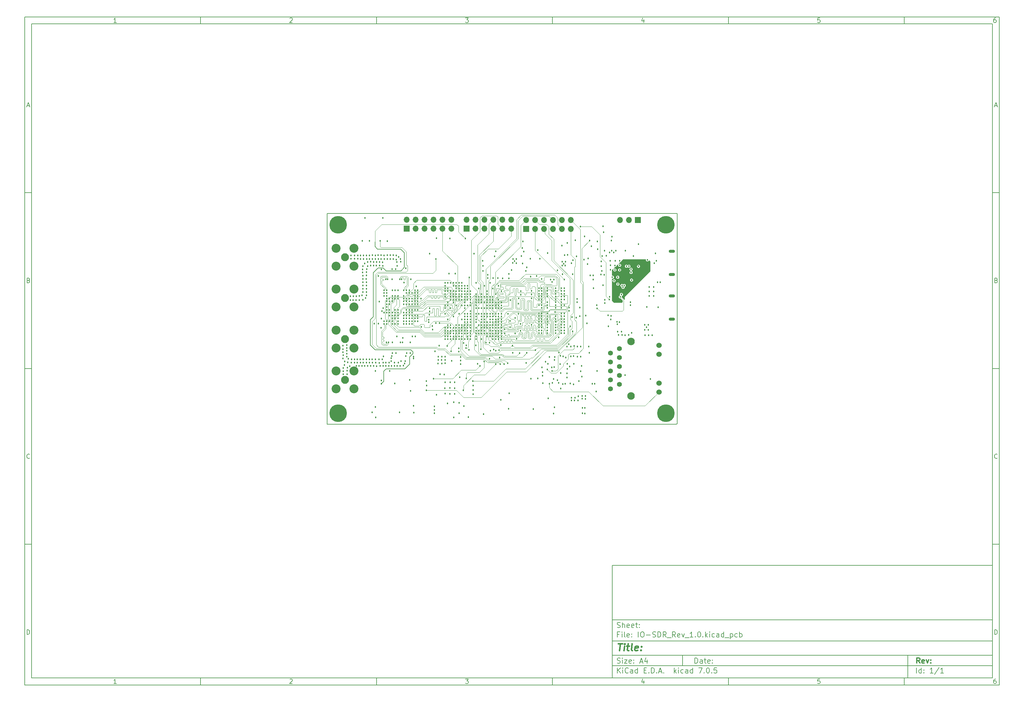
<source format=gbr>
%TF.GenerationSoftware,KiCad,Pcbnew,7.0.5*%
%TF.CreationDate,2023-12-16T19:19:43-05:00*%
%TF.ProjectId,IO-SDR_Rev_1.0,494f2d53-4452-45f5-9265-765f312e302e,rev?*%
%TF.SameCoordinates,Original*%
%TF.FileFunction,Copper,L6,Inr*%
%TF.FilePolarity,Positive*%
%FSLAX46Y46*%
G04 Gerber Fmt 4.6, Leading zero omitted, Abs format (unit mm)*
G04 Created by KiCad (PCBNEW 7.0.5) date 2023-12-16 19:19:43*
%MOMM*%
%LPD*%
G01*
G04 APERTURE LIST*
%ADD10C,0.100000*%
%ADD11C,0.150000*%
%ADD12C,0.300000*%
%ADD13C,0.400000*%
%TA.AperFunction,ComponentPad*%
%ADD14R,1.700000X1.700000*%
%TD*%
%TA.AperFunction,ComponentPad*%
%ADD15O,1.700000X1.700000*%
%TD*%
%TA.AperFunction,ComponentPad*%
%ADD16C,2.250000*%
%TD*%
%TA.AperFunction,ComponentPad*%
%ADD17C,2.550000*%
%TD*%
%TA.AperFunction,ComponentPad*%
%ADD18C,5.000000*%
%TD*%
%TA.AperFunction,ComponentPad*%
%ADD19C,1.397000*%
%TD*%
%TA.AperFunction,ComponentPad*%
%ADD20C,1.524000*%
%TD*%
%TA.AperFunction,ComponentPad*%
%ADD21C,2.133600*%
%TD*%
%TA.AperFunction,ComponentPad*%
%ADD22O,1.800000X0.900000*%
%TD*%
%TA.AperFunction,ViaPad*%
%ADD23C,0.457200*%
%TD*%
%TA.AperFunction,Conductor*%
%ADD24C,0.113030*%
%TD*%
%TA.AperFunction,Conductor*%
%ADD25C,0.186180*%
%TD*%
%TA.AperFunction,Profile*%
%ADD26C,0.200000*%
%TD*%
G04 APERTURE END LIST*
D10*
D11*
X177002200Y-166007200D02*
X285002200Y-166007200D01*
X285002200Y-198007200D01*
X177002200Y-198007200D01*
X177002200Y-166007200D01*
D10*
D11*
X10000000Y-10000000D02*
X287002200Y-10000000D01*
X287002200Y-200007200D01*
X10000000Y-200007200D01*
X10000000Y-10000000D01*
D10*
D11*
X12000000Y-12000000D02*
X285002200Y-12000000D01*
X285002200Y-198007200D01*
X12000000Y-198007200D01*
X12000000Y-12000000D01*
D10*
D11*
X60000000Y-12000000D02*
X60000000Y-10000000D01*
D10*
D11*
X110000000Y-12000000D02*
X110000000Y-10000000D01*
D10*
D11*
X160000000Y-12000000D02*
X160000000Y-10000000D01*
D10*
D11*
X210000000Y-12000000D02*
X210000000Y-10000000D01*
D10*
D11*
X260000000Y-12000000D02*
X260000000Y-10000000D01*
D10*
D11*
X36089160Y-11593604D02*
X35346303Y-11593604D01*
X35717731Y-11593604D02*
X35717731Y-10293604D01*
X35717731Y-10293604D02*
X35593922Y-10479319D01*
X35593922Y-10479319D02*
X35470112Y-10603128D01*
X35470112Y-10603128D02*
X35346303Y-10665033D01*
D10*
D11*
X85346303Y-10417414D02*
X85408207Y-10355509D01*
X85408207Y-10355509D02*
X85532017Y-10293604D01*
X85532017Y-10293604D02*
X85841541Y-10293604D01*
X85841541Y-10293604D02*
X85965350Y-10355509D01*
X85965350Y-10355509D02*
X86027255Y-10417414D01*
X86027255Y-10417414D02*
X86089160Y-10541223D01*
X86089160Y-10541223D02*
X86089160Y-10665033D01*
X86089160Y-10665033D02*
X86027255Y-10850747D01*
X86027255Y-10850747D02*
X85284398Y-11593604D01*
X85284398Y-11593604D02*
X86089160Y-11593604D01*
D10*
D11*
X135284398Y-10293604D02*
X136089160Y-10293604D01*
X136089160Y-10293604D02*
X135655826Y-10788842D01*
X135655826Y-10788842D02*
X135841541Y-10788842D01*
X135841541Y-10788842D02*
X135965350Y-10850747D01*
X135965350Y-10850747D02*
X136027255Y-10912652D01*
X136027255Y-10912652D02*
X136089160Y-11036461D01*
X136089160Y-11036461D02*
X136089160Y-11345985D01*
X136089160Y-11345985D02*
X136027255Y-11469795D01*
X136027255Y-11469795D02*
X135965350Y-11531700D01*
X135965350Y-11531700D02*
X135841541Y-11593604D01*
X135841541Y-11593604D02*
X135470112Y-11593604D01*
X135470112Y-11593604D02*
X135346303Y-11531700D01*
X135346303Y-11531700D02*
X135284398Y-11469795D01*
D10*
D11*
X185965350Y-10726938D02*
X185965350Y-11593604D01*
X185655826Y-10231700D02*
X185346303Y-11160271D01*
X185346303Y-11160271D02*
X186151064Y-11160271D01*
D10*
D11*
X236027255Y-10293604D02*
X235408207Y-10293604D01*
X235408207Y-10293604D02*
X235346303Y-10912652D01*
X235346303Y-10912652D02*
X235408207Y-10850747D01*
X235408207Y-10850747D02*
X235532017Y-10788842D01*
X235532017Y-10788842D02*
X235841541Y-10788842D01*
X235841541Y-10788842D02*
X235965350Y-10850747D01*
X235965350Y-10850747D02*
X236027255Y-10912652D01*
X236027255Y-10912652D02*
X236089160Y-11036461D01*
X236089160Y-11036461D02*
X236089160Y-11345985D01*
X236089160Y-11345985D02*
X236027255Y-11469795D01*
X236027255Y-11469795D02*
X235965350Y-11531700D01*
X235965350Y-11531700D02*
X235841541Y-11593604D01*
X235841541Y-11593604D02*
X235532017Y-11593604D01*
X235532017Y-11593604D02*
X235408207Y-11531700D01*
X235408207Y-11531700D02*
X235346303Y-11469795D01*
D10*
D11*
X285965350Y-10293604D02*
X285717731Y-10293604D01*
X285717731Y-10293604D02*
X285593922Y-10355509D01*
X285593922Y-10355509D02*
X285532017Y-10417414D01*
X285532017Y-10417414D02*
X285408207Y-10603128D01*
X285408207Y-10603128D02*
X285346303Y-10850747D01*
X285346303Y-10850747D02*
X285346303Y-11345985D01*
X285346303Y-11345985D02*
X285408207Y-11469795D01*
X285408207Y-11469795D02*
X285470112Y-11531700D01*
X285470112Y-11531700D02*
X285593922Y-11593604D01*
X285593922Y-11593604D02*
X285841541Y-11593604D01*
X285841541Y-11593604D02*
X285965350Y-11531700D01*
X285965350Y-11531700D02*
X286027255Y-11469795D01*
X286027255Y-11469795D02*
X286089160Y-11345985D01*
X286089160Y-11345985D02*
X286089160Y-11036461D01*
X286089160Y-11036461D02*
X286027255Y-10912652D01*
X286027255Y-10912652D02*
X285965350Y-10850747D01*
X285965350Y-10850747D02*
X285841541Y-10788842D01*
X285841541Y-10788842D02*
X285593922Y-10788842D01*
X285593922Y-10788842D02*
X285470112Y-10850747D01*
X285470112Y-10850747D02*
X285408207Y-10912652D01*
X285408207Y-10912652D02*
X285346303Y-11036461D01*
D10*
D11*
X60000000Y-198007200D02*
X60000000Y-200007200D01*
D10*
D11*
X110000000Y-198007200D02*
X110000000Y-200007200D01*
D10*
D11*
X160000000Y-198007200D02*
X160000000Y-200007200D01*
D10*
D11*
X210000000Y-198007200D02*
X210000000Y-200007200D01*
D10*
D11*
X260000000Y-198007200D02*
X260000000Y-200007200D01*
D10*
D11*
X36089160Y-199600804D02*
X35346303Y-199600804D01*
X35717731Y-199600804D02*
X35717731Y-198300804D01*
X35717731Y-198300804D02*
X35593922Y-198486519D01*
X35593922Y-198486519D02*
X35470112Y-198610328D01*
X35470112Y-198610328D02*
X35346303Y-198672233D01*
D10*
D11*
X85346303Y-198424614D02*
X85408207Y-198362709D01*
X85408207Y-198362709D02*
X85532017Y-198300804D01*
X85532017Y-198300804D02*
X85841541Y-198300804D01*
X85841541Y-198300804D02*
X85965350Y-198362709D01*
X85965350Y-198362709D02*
X86027255Y-198424614D01*
X86027255Y-198424614D02*
X86089160Y-198548423D01*
X86089160Y-198548423D02*
X86089160Y-198672233D01*
X86089160Y-198672233D02*
X86027255Y-198857947D01*
X86027255Y-198857947D02*
X85284398Y-199600804D01*
X85284398Y-199600804D02*
X86089160Y-199600804D01*
D10*
D11*
X135284398Y-198300804D02*
X136089160Y-198300804D01*
X136089160Y-198300804D02*
X135655826Y-198796042D01*
X135655826Y-198796042D02*
X135841541Y-198796042D01*
X135841541Y-198796042D02*
X135965350Y-198857947D01*
X135965350Y-198857947D02*
X136027255Y-198919852D01*
X136027255Y-198919852D02*
X136089160Y-199043661D01*
X136089160Y-199043661D02*
X136089160Y-199353185D01*
X136089160Y-199353185D02*
X136027255Y-199476995D01*
X136027255Y-199476995D02*
X135965350Y-199538900D01*
X135965350Y-199538900D02*
X135841541Y-199600804D01*
X135841541Y-199600804D02*
X135470112Y-199600804D01*
X135470112Y-199600804D02*
X135346303Y-199538900D01*
X135346303Y-199538900D02*
X135284398Y-199476995D01*
D10*
D11*
X185965350Y-198734138D02*
X185965350Y-199600804D01*
X185655826Y-198238900D02*
X185346303Y-199167471D01*
X185346303Y-199167471D02*
X186151064Y-199167471D01*
D10*
D11*
X236027255Y-198300804D02*
X235408207Y-198300804D01*
X235408207Y-198300804D02*
X235346303Y-198919852D01*
X235346303Y-198919852D02*
X235408207Y-198857947D01*
X235408207Y-198857947D02*
X235532017Y-198796042D01*
X235532017Y-198796042D02*
X235841541Y-198796042D01*
X235841541Y-198796042D02*
X235965350Y-198857947D01*
X235965350Y-198857947D02*
X236027255Y-198919852D01*
X236027255Y-198919852D02*
X236089160Y-199043661D01*
X236089160Y-199043661D02*
X236089160Y-199353185D01*
X236089160Y-199353185D02*
X236027255Y-199476995D01*
X236027255Y-199476995D02*
X235965350Y-199538900D01*
X235965350Y-199538900D02*
X235841541Y-199600804D01*
X235841541Y-199600804D02*
X235532017Y-199600804D01*
X235532017Y-199600804D02*
X235408207Y-199538900D01*
X235408207Y-199538900D02*
X235346303Y-199476995D01*
D10*
D11*
X285965350Y-198300804D02*
X285717731Y-198300804D01*
X285717731Y-198300804D02*
X285593922Y-198362709D01*
X285593922Y-198362709D02*
X285532017Y-198424614D01*
X285532017Y-198424614D02*
X285408207Y-198610328D01*
X285408207Y-198610328D02*
X285346303Y-198857947D01*
X285346303Y-198857947D02*
X285346303Y-199353185D01*
X285346303Y-199353185D02*
X285408207Y-199476995D01*
X285408207Y-199476995D02*
X285470112Y-199538900D01*
X285470112Y-199538900D02*
X285593922Y-199600804D01*
X285593922Y-199600804D02*
X285841541Y-199600804D01*
X285841541Y-199600804D02*
X285965350Y-199538900D01*
X285965350Y-199538900D02*
X286027255Y-199476995D01*
X286027255Y-199476995D02*
X286089160Y-199353185D01*
X286089160Y-199353185D02*
X286089160Y-199043661D01*
X286089160Y-199043661D02*
X286027255Y-198919852D01*
X286027255Y-198919852D02*
X285965350Y-198857947D01*
X285965350Y-198857947D02*
X285841541Y-198796042D01*
X285841541Y-198796042D02*
X285593922Y-198796042D01*
X285593922Y-198796042D02*
X285470112Y-198857947D01*
X285470112Y-198857947D02*
X285408207Y-198919852D01*
X285408207Y-198919852D02*
X285346303Y-199043661D01*
D10*
D11*
X10000000Y-60000000D02*
X12000000Y-60000000D01*
D10*
D11*
X10000000Y-110000000D02*
X12000000Y-110000000D01*
D10*
D11*
X10000000Y-160000000D02*
X12000000Y-160000000D01*
D10*
D11*
X10690476Y-35222176D02*
X11309523Y-35222176D01*
X10566666Y-35593604D02*
X10999999Y-34293604D01*
X10999999Y-34293604D02*
X11433333Y-35593604D01*
D10*
D11*
X11092857Y-84912652D02*
X11278571Y-84974557D01*
X11278571Y-84974557D02*
X11340476Y-85036461D01*
X11340476Y-85036461D02*
X11402380Y-85160271D01*
X11402380Y-85160271D02*
X11402380Y-85345985D01*
X11402380Y-85345985D02*
X11340476Y-85469795D01*
X11340476Y-85469795D02*
X11278571Y-85531700D01*
X11278571Y-85531700D02*
X11154761Y-85593604D01*
X11154761Y-85593604D02*
X10659523Y-85593604D01*
X10659523Y-85593604D02*
X10659523Y-84293604D01*
X10659523Y-84293604D02*
X11092857Y-84293604D01*
X11092857Y-84293604D02*
X11216666Y-84355509D01*
X11216666Y-84355509D02*
X11278571Y-84417414D01*
X11278571Y-84417414D02*
X11340476Y-84541223D01*
X11340476Y-84541223D02*
X11340476Y-84665033D01*
X11340476Y-84665033D02*
X11278571Y-84788842D01*
X11278571Y-84788842D02*
X11216666Y-84850747D01*
X11216666Y-84850747D02*
X11092857Y-84912652D01*
X11092857Y-84912652D02*
X10659523Y-84912652D01*
D10*
D11*
X11402380Y-135469795D02*
X11340476Y-135531700D01*
X11340476Y-135531700D02*
X11154761Y-135593604D01*
X11154761Y-135593604D02*
X11030952Y-135593604D01*
X11030952Y-135593604D02*
X10845238Y-135531700D01*
X10845238Y-135531700D02*
X10721428Y-135407890D01*
X10721428Y-135407890D02*
X10659523Y-135284080D01*
X10659523Y-135284080D02*
X10597619Y-135036461D01*
X10597619Y-135036461D02*
X10597619Y-134850747D01*
X10597619Y-134850747D02*
X10659523Y-134603128D01*
X10659523Y-134603128D02*
X10721428Y-134479319D01*
X10721428Y-134479319D02*
X10845238Y-134355509D01*
X10845238Y-134355509D02*
X11030952Y-134293604D01*
X11030952Y-134293604D02*
X11154761Y-134293604D01*
X11154761Y-134293604D02*
X11340476Y-134355509D01*
X11340476Y-134355509D02*
X11402380Y-134417414D01*
D10*
D11*
X10659523Y-185593604D02*
X10659523Y-184293604D01*
X10659523Y-184293604D02*
X10969047Y-184293604D01*
X10969047Y-184293604D02*
X11154761Y-184355509D01*
X11154761Y-184355509D02*
X11278571Y-184479319D01*
X11278571Y-184479319D02*
X11340476Y-184603128D01*
X11340476Y-184603128D02*
X11402380Y-184850747D01*
X11402380Y-184850747D02*
X11402380Y-185036461D01*
X11402380Y-185036461D02*
X11340476Y-185284080D01*
X11340476Y-185284080D02*
X11278571Y-185407890D01*
X11278571Y-185407890D02*
X11154761Y-185531700D01*
X11154761Y-185531700D02*
X10969047Y-185593604D01*
X10969047Y-185593604D02*
X10659523Y-185593604D01*
D10*
D11*
X287002200Y-60000000D02*
X285002200Y-60000000D01*
D10*
D11*
X287002200Y-110000000D02*
X285002200Y-110000000D01*
D10*
D11*
X287002200Y-160000000D02*
X285002200Y-160000000D01*
D10*
D11*
X285692676Y-35222176D02*
X286311723Y-35222176D01*
X285568866Y-35593604D02*
X286002199Y-34293604D01*
X286002199Y-34293604D02*
X286435533Y-35593604D01*
D10*
D11*
X286095057Y-84912652D02*
X286280771Y-84974557D01*
X286280771Y-84974557D02*
X286342676Y-85036461D01*
X286342676Y-85036461D02*
X286404580Y-85160271D01*
X286404580Y-85160271D02*
X286404580Y-85345985D01*
X286404580Y-85345985D02*
X286342676Y-85469795D01*
X286342676Y-85469795D02*
X286280771Y-85531700D01*
X286280771Y-85531700D02*
X286156961Y-85593604D01*
X286156961Y-85593604D02*
X285661723Y-85593604D01*
X285661723Y-85593604D02*
X285661723Y-84293604D01*
X285661723Y-84293604D02*
X286095057Y-84293604D01*
X286095057Y-84293604D02*
X286218866Y-84355509D01*
X286218866Y-84355509D02*
X286280771Y-84417414D01*
X286280771Y-84417414D02*
X286342676Y-84541223D01*
X286342676Y-84541223D02*
X286342676Y-84665033D01*
X286342676Y-84665033D02*
X286280771Y-84788842D01*
X286280771Y-84788842D02*
X286218866Y-84850747D01*
X286218866Y-84850747D02*
X286095057Y-84912652D01*
X286095057Y-84912652D02*
X285661723Y-84912652D01*
D10*
D11*
X286404580Y-135469795D02*
X286342676Y-135531700D01*
X286342676Y-135531700D02*
X286156961Y-135593604D01*
X286156961Y-135593604D02*
X286033152Y-135593604D01*
X286033152Y-135593604D02*
X285847438Y-135531700D01*
X285847438Y-135531700D02*
X285723628Y-135407890D01*
X285723628Y-135407890D02*
X285661723Y-135284080D01*
X285661723Y-135284080D02*
X285599819Y-135036461D01*
X285599819Y-135036461D02*
X285599819Y-134850747D01*
X285599819Y-134850747D02*
X285661723Y-134603128D01*
X285661723Y-134603128D02*
X285723628Y-134479319D01*
X285723628Y-134479319D02*
X285847438Y-134355509D01*
X285847438Y-134355509D02*
X286033152Y-134293604D01*
X286033152Y-134293604D02*
X286156961Y-134293604D01*
X286156961Y-134293604D02*
X286342676Y-134355509D01*
X286342676Y-134355509D02*
X286404580Y-134417414D01*
D10*
D11*
X285661723Y-185593604D02*
X285661723Y-184293604D01*
X285661723Y-184293604D02*
X285971247Y-184293604D01*
X285971247Y-184293604D02*
X286156961Y-184355509D01*
X286156961Y-184355509D02*
X286280771Y-184479319D01*
X286280771Y-184479319D02*
X286342676Y-184603128D01*
X286342676Y-184603128D02*
X286404580Y-184850747D01*
X286404580Y-184850747D02*
X286404580Y-185036461D01*
X286404580Y-185036461D02*
X286342676Y-185284080D01*
X286342676Y-185284080D02*
X286280771Y-185407890D01*
X286280771Y-185407890D02*
X286156961Y-185531700D01*
X286156961Y-185531700D02*
X285971247Y-185593604D01*
X285971247Y-185593604D02*
X285661723Y-185593604D01*
D10*
D11*
X200458026Y-193793328D02*
X200458026Y-192293328D01*
X200458026Y-192293328D02*
X200815169Y-192293328D01*
X200815169Y-192293328D02*
X201029455Y-192364757D01*
X201029455Y-192364757D02*
X201172312Y-192507614D01*
X201172312Y-192507614D02*
X201243741Y-192650471D01*
X201243741Y-192650471D02*
X201315169Y-192936185D01*
X201315169Y-192936185D02*
X201315169Y-193150471D01*
X201315169Y-193150471D02*
X201243741Y-193436185D01*
X201243741Y-193436185D02*
X201172312Y-193579042D01*
X201172312Y-193579042D02*
X201029455Y-193721900D01*
X201029455Y-193721900D02*
X200815169Y-193793328D01*
X200815169Y-193793328D02*
X200458026Y-193793328D01*
X202600884Y-193793328D02*
X202600884Y-193007614D01*
X202600884Y-193007614D02*
X202529455Y-192864757D01*
X202529455Y-192864757D02*
X202386598Y-192793328D01*
X202386598Y-192793328D02*
X202100884Y-192793328D01*
X202100884Y-192793328D02*
X201958026Y-192864757D01*
X202600884Y-193721900D02*
X202458026Y-193793328D01*
X202458026Y-193793328D02*
X202100884Y-193793328D01*
X202100884Y-193793328D02*
X201958026Y-193721900D01*
X201958026Y-193721900D02*
X201886598Y-193579042D01*
X201886598Y-193579042D02*
X201886598Y-193436185D01*
X201886598Y-193436185D02*
X201958026Y-193293328D01*
X201958026Y-193293328D02*
X202100884Y-193221900D01*
X202100884Y-193221900D02*
X202458026Y-193221900D01*
X202458026Y-193221900D02*
X202600884Y-193150471D01*
X203100884Y-192793328D02*
X203672312Y-192793328D01*
X203315169Y-192293328D02*
X203315169Y-193579042D01*
X203315169Y-193579042D02*
X203386598Y-193721900D01*
X203386598Y-193721900D02*
X203529455Y-193793328D01*
X203529455Y-193793328D02*
X203672312Y-193793328D01*
X204743741Y-193721900D02*
X204600884Y-193793328D01*
X204600884Y-193793328D02*
X204315170Y-193793328D01*
X204315170Y-193793328D02*
X204172312Y-193721900D01*
X204172312Y-193721900D02*
X204100884Y-193579042D01*
X204100884Y-193579042D02*
X204100884Y-193007614D01*
X204100884Y-193007614D02*
X204172312Y-192864757D01*
X204172312Y-192864757D02*
X204315170Y-192793328D01*
X204315170Y-192793328D02*
X204600884Y-192793328D01*
X204600884Y-192793328D02*
X204743741Y-192864757D01*
X204743741Y-192864757D02*
X204815170Y-193007614D01*
X204815170Y-193007614D02*
X204815170Y-193150471D01*
X204815170Y-193150471D02*
X204100884Y-193293328D01*
X205458026Y-193650471D02*
X205529455Y-193721900D01*
X205529455Y-193721900D02*
X205458026Y-193793328D01*
X205458026Y-193793328D02*
X205386598Y-193721900D01*
X205386598Y-193721900D02*
X205458026Y-193650471D01*
X205458026Y-193650471D02*
X205458026Y-193793328D01*
X205458026Y-192864757D02*
X205529455Y-192936185D01*
X205529455Y-192936185D02*
X205458026Y-193007614D01*
X205458026Y-193007614D02*
X205386598Y-192936185D01*
X205386598Y-192936185D02*
X205458026Y-192864757D01*
X205458026Y-192864757D02*
X205458026Y-193007614D01*
D10*
D11*
X177002200Y-194507200D02*
X285002200Y-194507200D01*
D10*
D11*
X178458026Y-196593328D02*
X178458026Y-195093328D01*
X179315169Y-196593328D02*
X178672312Y-195736185D01*
X179315169Y-195093328D02*
X178458026Y-195950471D01*
X179958026Y-196593328D02*
X179958026Y-195593328D01*
X179958026Y-195093328D02*
X179886598Y-195164757D01*
X179886598Y-195164757D02*
X179958026Y-195236185D01*
X179958026Y-195236185D02*
X180029455Y-195164757D01*
X180029455Y-195164757D02*
X179958026Y-195093328D01*
X179958026Y-195093328D02*
X179958026Y-195236185D01*
X181529455Y-196450471D02*
X181458027Y-196521900D01*
X181458027Y-196521900D02*
X181243741Y-196593328D01*
X181243741Y-196593328D02*
X181100884Y-196593328D01*
X181100884Y-196593328D02*
X180886598Y-196521900D01*
X180886598Y-196521900D02*
X180743741Y-196379042D01*
X180743741Y-196379042D02*
X180672312Y-196236185D01*
X180672312Y-196236185D02*
X180600884Y-195950471D01*
X180600884Y-195950471D02*
X180600884Y-195736185D01*
X180600884Y-195736185D02*
X180672312Y-195450471D01*
X180672312Y-195450471D02*
X180743741Y-195307614D01*
X180743741Y-195307614D02*
X180886598Y-195164757D01*
X180886598Y-195164757D02*
X181100884Y-195093328D01*
X181100884Y-195093328D02*
X181243741Y-195093328D01*
X181243741Y-195093328D02*
X181458027Y-195164757D01*
X181458027Y-195164757D02*
X181529455Y-195236185D01*
X182815170Y-196593328D02*
X182815170Y-195807614D01*
X182815170Y-195807614D02*
X182743741Y-195664757D01*
X182743741Y-195664757D02*
X182600884Y-195593328D01*
X182600884Y-195593328D02*
X182315170Y-195593328D01*
X182315170Y-195593328D02*
X182172312Y-195664757D01*
X182815170Y-196521900D02*
X182672312Y-196593328D01*
X182672312Y-196593328D02*
X182315170Y-196593328D01*
X182315170Y-196593328D02*
X182172312Y-196521900D01*
X182172312Y-196521900D02*
X182100884Y-196379042D01*
X182100884Y-196379042D02*
X182100884Y-196236185D01*
X182100884Y-196236185D02*
X182172312Y-196093328D01*
X182172312Y-196093328D02*
X182315170Y-196021900D01*
X182315170Y-196021900D02*
X182672312Y-196021900D01*
X182672312Y-196021900D02*
X182815170Y-195950471D01*
X184172313Y-196593328D02*
X184172313Y-195093328D01*
X184172313Y-196521900D02*
X184029455Y-196593328D01*
X184029455Y-196593328D02*
X183743741Y-196593328D01*
X183743741Y-196593328D02*
X183600884Y-196521900D01*
X183600884Y-196521900D02*
X183529455Y-196450471D01*
X183529455Y-196450471D02*
X183458027Y-196307614D01*
X183458027Y-196307614D02*
X183458027Y-195879042D01*
X183458027Y-195879042D02*
X183529455Y-195736185D01*
X183529455Y-195736185D02*
X183600884Y-195664757D01*
X183600884Y-195664757D02*
X183743741Y-195593328D01*
X183743741Y-195593328D02*
X184029455Y-195593328D01*
X184029455Y-195593328D02*
X184172313Y-195664757D01*
X186029455Y-195807614D02*
X186529455Y-195807614D01*
X186743741Y-196593328D02*
X186029455Y-196593328D01*
X186029455Y-196593328D02*
X186029455Y-195093328D01*
X186029455Y-195093328D02*
X186743741Y-195093328D01*
X187386598Y-196450471D02*
X187458027Y-196521900D01*
X187458027Y-196521900D02*
X187386598Y-196593328D01*
X187386598Y-196593328D02*
X187315170Y-196521900D01*
X187315170Y-196521900D02*
X187386598Y-196450471D01*
X187386598Y-196450471D02*
X187386598Y-196593328D01*
X188100884Y-196593328D02*
X188100884Y-195093328D01*
X188100884Y-195093328D02*
X188458027Y-195093328D01*
X188458027Y-195093328D02*
X188672313Y-195164757D01*
X188672313Y-195164757D02*
X188815170Y-195307614D01*
X188815170Y-195307614D02*
X188886599Y-195450471D01*
X188886599Y-195450471D02*
X188958027Y-195736185D01*
X188958027Y-195736185D02*
X188958027Y-195950471D01*
X188958027Y-195950471D02*
X188886599Y-196236185D01*
X188886599Y-196236185D02*
X188815170Y-196379042D01*
X188815170Y-196379042D02*
X188672313Y-196521900D01*
X188672313Y-196521900D02*
X188458027Y-196593328D01*
X188458027Y-196593328D02*
X188100884Y-196593328D01*
X189600884Y-196450471D02*
X189672313Y-196521900D01*
X189672313Y-196521900D02*
X189600884Y-196593328D01*
X189600884Y-196593328D02*
X189529456Y-196521900D01*
X189529456Y-196521900D02*
X189600884Y-196450471D01*
X189600884Y-196450471D02*
X189600884Y-196593328D01*
X190243742Y-196164757D02*
X190958028Y-196164757D01*
X190100885Y-196593328D02*
X190600885Y-195093328D01*
X190600885Y-195093328D02*
X191100885Y-196593328D01*
X191600884Y-196450471D02*
X191672313Y-196521900D01*
X191672313Y-196521900D02*
X191600884Y-196593328D01*
X191600884Y-196593328D02*
X191529456Y-196521900D01*
X191529456Y-196521900D02*
X191600884Y-196450471D01*
X191600884Y-196450471D02*
X191600884Y-196593328D01*
X194600884Y-196593328D02*
X194600884Y-195093328D01*
X194743742Y-196021900D02*
X195172313Y-196593328D01*
X195172313Y-195593328D02*
X194600884Y-196164757D01*
X195815170Y-196593328D02*
X195815170Y-195593328D01*
X195815170Y-195093328D02*
X195743742Y-195164757D01*
X195743742Y-195164757D02*
X195815170Y-195236185D01*
X195815170Y-195236185D02*
X195886599Y-195164757D01*
X195886599Y-195164757D02*
X195815170Y-195093328D01*
X195815170Y-195093328D02*
X195815170Y-195236185D01*
X197172314Y-196521900D02*
X197029456Y-196593328D01*
X197029456Y-196593328D02*
X196743742Y-196593328D01*
X196743742Y-196593328D02*
X196600885Y-196521900D01*
X196600885Y-196521900D02*
X196529456Y-196450471D01*
X196529456Y-196450471D02*
X196458028Y-196307614D01*
X196458028Y-196307614D02*
X196458028Y-195879042D01*
X196458028Y-195879042D02*
X196529456Y-195736185D01*
X196529456Y-195736185D02*
X196600885Y-195664757D01*
X196600885Y-195664757D02*
X196743742Y-195593328D01*
X196743742Y-195593328D02*
X197029456Y-195593328D01*
X197029456Y-195593328D02*
X197172314Y-195664757D01*
X198458028Y-196593328D02*
X198458028Y-195807614D01*
X198458028Y-195807614D02*
X198386599Y-195664757D01*
X198386599Y-195664757D02*
X198243742Y-195593328D01*
X198243742Y-195593328D02*
X197958028Y-195593328D01*
X197958028Y-195593328D02*
X197815170Y-195664757D01*
X198458028Y-196521900D02*
X198315170Y-196593328D01*
X198315170Y-196593328D02*
X197958028Y-196593328D01*
X197958028Y-196593328D02*
X197815170Y-196521900D01*
X197815170Y-196521900D02*
X197743742Y-196379042D01*
X197743742Y-196379042D02*
X197743742Y-196236185D01*
X197743742Y-196236185D02*
X197815170Y-196093328D01*
X197815170Y-196093328D02*
X197958028Y-196021900D01*
X197958028Y-196021900D02*
X198315170Y-196021900D01*
X198315170Y-196021900D02*
X198458028Y-195950471D01*
X199815171Y-196593328D02*
X199815171Y-195093328D01*
X199815171Y-196521900D02*
X199672313Y-196593328D01*
X199672313Y-196593328D02*
X199386599Y-196593328D01*
X199386599Y-196593328D02*
X199243742Y-196521900D01*
X199243742Y-196521900D02*
X199172313Y-196450471D01*
X199172313Y-196450471D02*
X199100885Y-196307614D01*
X199100885Y-196307614D02*
X199100885Y-195879042D01*
X199100885Y-195879042D02*
X199172313Y-195736185D01*
X199172313Y-195736185D02*
X199243742Y-195664757D01*
X199243742Y-195664757D02*
X199386599Y-195593328D01*
X199386599Y-195593328D02*
X199672313Y-195593328D01*
X199672313Y-195593328D02*
X199815171Y-195664757D01*
X201529456Y-195093328D02*
X202529456Y-195093328D01*
X202529456Y-195093328D02*
X201886599Y-196593328D01*
X203100884Y-196450471D02*
X203172313Y-196521900D01*
X203172313Y-196521900D02*
X203100884Y-196593328D01*
X203100884Y-196593328D02*
X203029456Y-196521900D01*
X203029456Y-196521900D02*
X203100884Y-196450471D01*
X203100884Y-196450471D02*
X203100884Y-196593328D01*
X204100885Y-195093328D02*
X204243742Y-195093328D01*
X204243742Y-195093328D02*
X204386599Y-195164757D01*
X204386599Y-195164757D02*
X204458028Y-195236185D01*
X204458028Y-195236185D02*
X204529456Y-195379042D01*
X204529456Y-195379042D02*
X204600885Y-195664757D01*
X204600885Y-195664757D02*
X204600885Y-196021900D01*
X204600885Y-196021900D02*
X204529456Y-196307614D01*
X204529456Y-196307614D02*
X204458028Y-196450471D01*
X204458028Y-196450471D02*
X204386599Y-196521900D01*
X204386599Y-196521900D02*
X204243742Y-196593328D01*
X204243742Y-196593328D02*
X204100885Y-196593328D01*
X204100885Y-196593328D02*
X203958028Y-196521900D01*
X203958028Y-196521900D02*
X203886599Y-196450471D01*
X203886599Y-196450471D02*
X203815170Y-196307614D01*
X203815170Y-196307614D02*
X203743742Y-196021900D01*
X203743742Y-196021900D02*
X203743742Y-195664757D01*
X203743742Y-195664757D02*
X203815170Y-195379042D01*
X203815170Y-195379042D02*
X203886599Y-195236185D01*
X203886599Y-195236185D02*
X203958028Y-195164757D01*
X203958028Y-195164757D02*
X204100885Y-195093328D01*
X205243741Y-196450471D02*
X205315170Y-196521900D01*
X205315170Y-196521900D02*
X205243741Y-196593328D01*
X205243741Y-196593328D02*
X205172313Y-196521900D01*
X205172313Y-196521900D02*
X205243741Y-196450471D01*
X205243741Y-196450471D02*
X205243741Y-196593328D01*
X206672313Y-195093328D02*
X205958027Y-195093328D01*
X205958027Y-195093328D02*
X205886599Y-195807614D01*
X205886599Y-195807614D02*
X205958027Y-195736185D01*
X205958027Y-195736185D02*
X206100885Y-195664757D01*
X206100885Y-195664757D02*
X206458027Y-195664757D01*
X206458027Y-195664757D02*
X206600885Y-195736185D01*
X206600885Y-195736185D02*
X206672313Y-195807614D01*
X206672313Y-195807614D02*
X206743742Y-195950471D01*
X206743742Y-195950471D02*
X206743742Y-196307614D01*
X206743742Y-196307614D02*
X206672313Y-196450471D01*
X206672313Y-196450471D02*
X206600885Y-196521900D01*
X206600885Y-196521900D02*
X206458027Y-196593328D01*
X206458027Y-196593328D02*
X206100885Y-196593328D01*
X206100885Y-196593328D02*
X205958027Y-196521900D01*
X205958027Y-196521900D02*
X205886599Y-196450471D01*
D10*
D11*
X177002200Y-191507200D02*
X285002200Y-191507200D01*
D10*
D12*
X264413853Y-193785528D02*
X263913853Y-193071242D01*
X263556710Y-193785528D02*
X263556710Y-192285528D01*
X263556710Y-192285528D02*
X264128139Y-192285528D01*
X264128139Y-192285528D02*
X264270996Y-192356957D01*
X264270996Y-192356957D02*
X264342425Y-192428385D01*
X264342425Y-192428385D02*
X264413853Y-192571242D01*
X264413853Y-192571242D02*
X264413853Y-192785528D01*
X264413853Y-192785528D02*
X264342425Y-192928385D01*
X264342425Y-192928385D02*
X264270996Y-192999814D01*
X264270996Y-192999814D02*
X264128139Y-193071242D01*
X264128139Y-193071242D02*
X263556710Y-193071242D01*
X265628139Y-193714100D02*
X265485282Y-193785528D01*
X265485282Y-193785528D02*
X265199568Y-193785528D01*
X265199568Y-193785528D02*
X265056710Y-193714100D01*
X265056710Y-193714100D02*
X264985282Y-193571242D01*
X264985282Y-193571242D02*
X264985282Y-192999814D01*
X264985282Y-192999814D02*
X265056710Y-192856957D01*
X265056710Y-192856957D02*
X265199568Y-192785528D01*
X265199568Y-192785528D02*
X265485282Y-192785528D01*
X265485282Y-192785528D02*
X265628139Y-192856957D01*
X265628139Y-192856957D02*
X265699568Y-192999814D01*
X265699568Y-192999814D02*
X265699568Y-193142671D01*
X265699568Y-193142671D02*
X264985282Y-193285528D01*
X266199567Y-192785528D02*
X266556710Y-193785528D01*
X266556710Y-193785528D02*
X266913853Y-192785528D01*
X267485281Y-193642671D02*
X267556710Y-193714100D01*
X267556710Y-193714100D02*
X267485281Y-193785528D01*
X267485281Y-193785528D02*
X267413853Y-193714100D01*
X267413853Y-193714100D02*
X267485281Y-193642671D01*
X267485281Y-193642671D02*
X267485281Y-193785528D01*
X267485281Y-192856957D02*
X267556710Y-192928385D01*
X267556710Y-192928385D02*
X267485281Y-192999814D01*
X267485281Y-192999814D02*
X267413853Y-192928385D01*
X267413853Y-192928385D02*
X267485281Y-192856957D01*
X267485281Y-192856957D02*
X267485281Y-192999814D01*
D10*
D11*
X178386598Y-193721900D02*
X178600884Y-193793328D01*
X178600884Y-193793328D02*
X178958026Y-193793328D01*
X178958026Y-193793328D02*
X179100884Y-193721900D01*
X179100884Y-193721900D02*
X179172312Y-193650471D01*
X179172312Y-193650471D02*
X179243741Y-193507614D01*
X179243741Y-193507614D02*
X179243741Y-193364757D01*
X179243741Y-193364757D02*
X179172312Y-193221900D01*
X179172312Y-193221900D02*
X179100884Y-193150471D01*
X179100884Y-193150471D02*
X178958026Y-193079042D01*
X178958026Y-193079042D02*
X178672312Y-193007614D01*
X178672312Y-193007614D02*
X178529455Y-192936185D01*
X178529455Y-192936185D02*
X178458026Y-192864757D01*
X178458026Y-192864757D02*
X178386598Y-192721900D01*
X178386598Y-192721900D02*
X178386598Y-192579042D01*
X178386598Y-192579042D02*
X178458026Y-192436185D01*
X178458026Y-192436185D02*
X178529455Y-192364757D01*
X178529455Y-192364757D02*
X178672312Y-192293328D01*
X178672312Y-192293328D02*
X179029455Y-192293328D01*
X179029455Y-192293328D02*
X179243741Y-192364757D01*
X179886597Y-193793328D02*
X179886597Y-192793328D01*
X179886597Y-192293328D02*
X179815169Y-192364757D01*
X179815169Y-192364757D02*
X179886597Y-192436185D01*
X179886597Y-192436185D02*
X179958026Y-192364757D01*
X179958026Y-192364757D02*
X179886597Y-192293328D01*
X179886597Y-192293328D02*
X179886597Y-192436185D01*
X180458026Y-192793328D02*
X181243741Y-192793328D01*
X181243741Y-192793328D02*
X180458026Y-193793328D01*
X180458026Y-193793328D02*
X181243741Y-193793328D01*
X182386598Y-193721900D02*
X182243741Y-193793328D01*
X182243741Y-193793328D02*
X181958027Y-193793328D01*
X181958027Y-193793328D02*
X181815169Y-193721900D01*
X181815169Y-193721900D02*
X181743741Y-193579042D01*
X181743741Y-193579042D02*
X181743741Y-193007614D01*
X181743741Y-193007614D02*
X181815169Y-192864757D01*
X181815169Y-192864757D02*
X181958027Y-192793328D01*
X181958027Y-192793328D02*
X182243741Y-192793328D01*
X182243741Y-192793328D02*
X182386598Y-192864757D01*
X182386598Y-192864757D02*
X182458027Y-193007614D01*
X182458027Y-193007614D02*
X182458027Y-193150471D01*
X182458027Y-193150471D02*
X181743741Y-193293328D01*
X183100883Y-193650471D02*
X183172312Y-193721900D01*
X183172312Y-193721900D02*
X183100883Y-193793328D01*
X183100883Y-193793328D02*
X183029455Y-193721900D01*
X183029455Y-193721900D02*
X183100883Y-193650471D01*
X183100883Y-193650471D02*
X183100883Y-193793328D01*
X183100883Y-192864757D02*
X183172312Y-192936185D01*
X183172312Y-192936185D02*
X183100883Y-193007614D01*
X183100883Y-193007614D02*
X183029455Y-192936185D01*
X183029455Y-192936185D02*
X183100883Y-192864757D01*
X183100883Y-192864757D02*
X183100883Y-193007614D01*
X184886598Y-193364757D02*
X185600884Y-193364757D01*
X184743741Y-193793328D02*
X185243741Y-192293328D01*
X185243741Y-192293328D02*
X185743741Y-193793328D01*
X186886598Y-192793328D02*
X186886598Y-193793328D01*
X186529455Y-192221900D02*
X186172312Y-193293328D01*
X186172312Y-193293328D02*
X187100883Y-193293328D01*
D10*
D11*
X263458026Y-196593328D02*
X263458026Y-195093328D01*
X264815170Y-196593328D02*
X264815170Y-195093328D01*
X264815170Y-196521900D02*
X264672312Y-196593328D01*
X264672312Y-196593328D02*
X264386598Y-196593328D01*
X264386598Y-196593328D02*
X264243741Y-196521900D01*
X264243741Y-196521900D02*
X264172312Y-196450471D01*
X264172312Y-196450471D02*
X264100884Y-196307614D01*
X264100884Y-196307614D02*
X264100884Y-195879042D01*
X264100884Y-195879042D02*
X264172312Y-195736185D01*
X264172312Y-195736185D02*
X264243741Y-195664757D01*
X264243741Y-195664757D02*
X264386598Y-195593328D01*
X264386598Y-195593328D02*
X264672312Y-195593328D01*
X264672312Y-195593328D02*
X264815170Y-195664757D01*
X265529455Y-196450471D02*
X265600884Y-196521900D01*
X265600884Y-196521900D02*
X265529455Y-196593328D01*
X265529455Y-196593328D02*
X265458027Y-196521900D01*
X265458027Y-196521900D02*
X265529455Y-196450471D01*
X265529455Y-196450471D02*
X265529455Y-196593328D01*
X265529455Y-195664757D02*
X265600884Y-195736185D01*
X265600884Y-195736185D02*
X265529455Y-195807614D01*
X265529455Y-195807614D02*
X265458027Y-195736185D01*
X265458027Y-195736185D02*
X265529455Y-195664757D01*
X265529455Y-195664757D02*
X265529455Y-195807614D01*
X268172313Y-196593328D02*
X267315170Y-196593328D01*
X267743741Y-196593328D02*
X267743741Y-195093328D01*
X267743741Y-195093328D02*
X267600884Y-195307614D01*
X267600884Y-195307614D02*
X267458027Y-195450471D01*
X267458027Y-195450471D02*
X267315170Y-195521900D01*
X269886598Y-195021900D02*
X268600884Y-196950471D01*
X271172313Y-196593328D02*
X270315170Y-196593328D01*
X270743741Y-196593328D02*
X270743741Y-195093328D01*
X270743741Y-195093328D02*
X270600884Y-195307614D01*
X270600884Y-195307614D02*
X270458027Y-195450471D01*
X270458027Y-195450471D02*
X270315170Y-195521900D01*
D10*
D11*
X177002200Y-187507200D02*
X285002200Y-187507200D01*
D10*
D13*
X178693928Y-188211638D02*
X179836785Y-188211638D01*
X179015357Y-190211638D02*
X179265357Y-188211638D01*
X180253452Y-190211638D02*
X180420119Y-188878304D01*
X180503452Y-188211638D02*
X180396309Y-188306876D01*
X180396309Y-188306876D02*
X180479643Y-188402114D01*
X180479643Y-188402114D02*
X180586786Y-188306876D01*
X180586786Y-188306876D02*
X180503452Y-188211638D01*
X180503452Y-188211638D02*
X180479643Y-188402114D01*
X181086786Y-188878304D02*
X181848690Y-188878304D01*
X181455833Y-188211638D02*
X181241548Y-189925923D01*
X181241548Y-189925923D02*
X181312976Y-190116400D01*
X181312976Y-190116400D02*
X181491548Y-190211638D01*
X181491548Y-190211638D02*
X181682024Y-190211638D01*
X182634405Y-190211638D02*
X182455833Y-190116400D01*
X182455833Y-190116400D02*
X182384405Y-189925923D01*
X182384405Y-189925923D02*
X182598690Y-188211638D01*
X184170119Y-190116400D02*
X183967738Y-190211638D01*
X183967738Y-190211638D02*
X183586785Y-190211638D01*
X183586785Y-190211638D02*
X183408214Y-190116400D01*
X183408214Y-190116400D02*
X183336785Y-189925923D01*
X183336785Y-189925923D02*
X183432024Y-189164019D01*
X183432024Y-189164019D02*
X183551071Y-188973542D01*
X183551071Y-188973542D02*
X183753452Y-188878304D01*
X183753452Y-188878304D02*
X184134404Y-188878304D01*
X184134404Y-188878304D02*
X184312976Y-188973542D01*
X184312976Y-188973542D02*
X184384404Y-189164019D01*
X184384404Y-189164019D02*
X184360595Y-189354495D01*
X184360595Y-189354495D02*
X183384404Y-189544971D01*
X185134405Y-190021161D02*
X185217738Y-190116400D01*
X185217738Y-190116400D02*
X185110595Y-190211638D01*
X185110595Y-190211638D02*
X185027262Y-190116400D01*
X185027262Y-190116400D02*
X185134405Y-190021161D01*
X185134405Y-190021161D02*
X185110595Y-190211638D01*
X185265357Y-188973542D02*
X185348690Y-189068780D01*
X185348690Y-189068780D02*
X185241548Y-189164019D01*
X185241548Y-189164019D02*
X185158214Y-189068780D01*
X185158214Y-189068780D02*
X185265357Y-188973542D01*
X185265357Y-188973542D02*
X185241548Y-189164019D01*
D10*
D11*
X178958026Y-185607614D02*
X178458026Y-185607614D01*
X178458026Y-186393328D02*
X178458026Y-184893328D01*
X178458026Y-184893328D02*
X179172312Y-184893328D01*
X179743740Y-186393328D02*
X179743740Y-185393328D01*
X179743740Y-184893328D02*
X179672312Y-184964757D01*
X179672312Y-184964757D02*
X179743740Y-185036185D01*
X179743740Y-185036185D02*
X179815169Y-184964757D01*
X179815169Y-184964757D02*
X179743740Y-184893328D01*
X179743740Y-184893328D02*
X179743740Y-185036185D01*
X180672312Y-186393328D02*
X180529455Y-186321900D01*
X180529455Y-186321900D02*
X180458026Y-186179042D01*
X180458026Y-186179042D02*
X180458026Y-184893328D01*
X181815169Y-186321900D02*
X181672312Y-186393328D01*
X181672312Y-186393328D02*
X181386598Y-186393328D01*
X181386598Y-186393328D02*
X181243740Y-186321900D01*
X181243740Y-186321900D02*
X181172312Y-186179042D01*
X181172312Y-186179042D02*
X181172312Y-185607614D01*
X181172312Y-185607614D02*
X181243740Y-185464757D01*
X181243740Y-185464757D02*
X181386598Y-185393328D01*
X181386598Y-185393328D02*
X181672312Y-185393328D01*
X181672312Y-185393328D02*
X181815169Y-185464757D01*
X181815169Y-185464757D02*
X181886598Y-185607614D01*
X181886598Y-185607614D02*
X181886598Y-185750471D01*
X181886598Y-185750471D02*
X181172312Y-185893328D01*
X182529454Y-186250471D02*
X182600883Y-186321900D01*
X182600883Y-186321900D02*
X182529454Y-186393328D01*
X182529454Y-186393328D02*
X182458026Y-186321900D01*
X182458026Y-186321900D02*
X182529454Y-186250471D01*
X182529454Y-186250471D02*
X182529454Y-186393328D01*
X182529454Y-185464757D02*
X182600883Y-185536185D01*
X182600883Y-185536185D02*
X182529454Y-185607614D01*
X182529454Y-185607614D02*
X182458026Y-185536185D01*
X182458026Y-185536185D02*
X182529454Y-185464757D01*
X182529454Y-185464757D02*
X182529454Y-185607614D01*
X184386597Y-186393328D02*
X184386597Y-184893328D01*
X185386598Y-184893328D02*
X185672312Y-184893328D01*
X185672312Y-184893328D02*
X185815169Y-184964757D01*
X185815169Y-184964757D02*
X185958026Y-185107614D01*
X185958026Y-185107614D02*
X186029455Y-185393328D01*
X186029455Y-185393328D02*
X186029455Y-185893328D01*
X186029455Y-185893328D02*
X185958026Y-186179042D01*
X185958026Y-186179042D02*
X185815169Y-186321900D01*
X185815169Y-186321900D02*
X185672312Y-186393328D01*
X185672312Y-186393328D02*
X185386598Y-186393328D01*
X185386598Y-186393328D02*
X185243741Y-186321900D01*
X185243741Y-186321900D02*
X185100883Y-186179042D01*
X185100883Y-186179042D02*
X185029455Y-185893328D01*
X185029455Y-185893328D02*
X185029455Y-185393328D01*
X185029455Y-185393328D02*
X185100883Y-185107614D01*
X185100883Y-185107614D02*
X185243741Y-184964757D01*
X185243741Y-184964757D02*
X185386598Y-184893328D01*
X186672312Y-185821900D02*
X187815170Y-185821900D01*
X188458027Y-186321900D02*
X188672313Y-186393328D01*
X188672313Y-186393328D02*
X189029455Y-186393328D01*
X189029455Y-186393328D02*
X189172313Y-186321900D01*
X189172313Y-186321900D02*
X189243741Y-186250471D01*
X189243741Y-186250471D02*
X189315170Y-186107614D01*
X189315170Y-186107614D02*
X189315170Y-185964757D01*
X189315170Y-185964757D02*
X189243741Y-185821900D01*
X189243741Y-185821900D02*
X189172313Y-185750471D01*
X189172313Y-185750471D02*
X189029455Y-185679042D01*
X189029455Y-185679042D02*
X188743741Y-185607614D01*
X188743741Y-185607614D02*
X188600884Y-185536185D01*
X188600884Y-185536185D02*
X188529455Y-185464757D01*
X188529455Y-185464757D02*
X188458027Y-185321900D01*
X188458027Y-185321900D02*
X188458027Y-185179042D01*
X188458027Y-185179042D02*
X188529455Y-185036185D01*
X188529455Y-185036185D02*
X188600884Y-184964757D01*
X188600884Y-184964757D02*
X188743741Y-184893328D01*
X188743741Y-184893328D02*
X189100884Y-184893328D01*
X189100884Y-184893328D02*
X189315170Y-184964757D01*
X189958026Y-186393328D02*
X189958026Y-184893328D01*
X189958026Y-184893328D02*
X190315169Y-184893328D01*
X190315169Y-184893328D02*
X190529455Y-184964757D01*
X190529455Y-184964757D02*
X190672312Y-185107614D01*
X190672312Y-185107614D02*
X190743741Y-185250471D01*
X190743741Y-185250471D02*
X190815169Y-185536185D01*
X190815169Y-185536185D02*
X190815169Y-185750471D01*
X190815169Y-185750471D02*
X190743741Y-186036185D01*
X190743741Y-186036185D02*
X190672312Y-186179042D01*
X190672312Y-186179042D02*
X190529455Y-186321900D01*
X190529455Y-186321900D02*
X190315169Y-186393328D01*
X190315169Y-186393328D02*
X189958026Y-186393328D01*
X192315169Y-186393328D02*
X191815169Y-185679042D01*
X191458026Y-186393328D02*
X191458026Y-184893328D01*
X191458026Y-184893328D02*
X192029455Y-184893328D01*
X192029455Y-184893328D02*
X192172312Y-184964757D01*
X192172312Y-184964757D02*
X192243741Y-185036185D01*
X192243741Y-185036185D02*
X192315169Y-185179042D01*
X192315169Y-185179042D02*
X192315169Y-185393328D01*
X192315169Y-185393328D02*
X192243741Y-185536185D01*
X192243741Y-185536185D02*
X192172312Y-185607614D01*
X192172312Y-185607614D02*
X192029455Y-185679042D01*
X192029455Y-185679042D02*
X191458026Y-185679042D01*
X192600884Y-186536185D02*
X193743741Y-186536185D01*
X194958026Y-186393328D02*
X194458026Y-185679042D01*
X194100883Y-186393328D02*
X194100883Y-184893328D01*
X194100883Y-184893328D02*
X194672312Y-184893328D01*
X194672312Y-184893328D02*
X194815169Y-184964757D01*
X194815169Y-184964757D02*
X194886598Y-185036185D01*
X194886598Y-185036185D02*
X194958026Y-185179042D01*
X194958026Y-185179042D02*
X194958026Y-185393328D01*
X194958026Y-185393328D02*
X194886598Y-185536185D01*
X194886598Y-185536185D02*
X194815169Y-185607614D01*
X194815169Y-185607614D02*
X194672312Y-185679042D01*
X194672312Y-185679042D02*
X194100883Y-185679042D01*
X196172312Y-186321900D02*
X196029455Y-186393328D01*
X196029455Y-186393328D02*
X195743741Y-186393328D01*
X195743741Y-186393328D02*
X195600883Y-186321900D01*
X195600883Y-186321900D02*
X195529455Y-186179042D01*
X195529455Y-186179042D02*
X195529455Y-185607614D01*
X195529455Y-185607614D02*
X195600883Y-185464757D01*
X195600883Y-185464757D02*
X195743741Y-185393328D01*
X195743741Y-185393328D02*
X196029455Y-185393328D01*
X196029455Y-185393328D02*
X196172312Y-185464757D01*
X196172312Y-185464757D02*
X196243741Y-185607614D01*
X196243741Y-185607614D02*
X196243741Y-185750471D01*
X196243741Y-185750471D02*
X195529455Y-185893328D01*
X196743740Y-185393328D02*
X197100883Y-186393328D01*
X197100883Y-186393328D02*
X197458026Y-185393328D01*
X197672312Y-186536185D02*
X198815169Y-186536185D01*
X199958026Y-186393328D02*
X199100883Y-186393328D01*
X199529454Y-186393328D02*
X199529454Y-184893328D01*
X199529454Y-184893328D02*
X199386597Y-185107614D01*
X199386597Y-185107614D02*
X199243740Y-185250471D01*
X199243740Y-185250471D02*
X199100883Y-185321900D01*
X200600882Y-186250471D02*
X200672311Y-186321900D01*
X200672311Y-186321900D02*
X200600882Y-186393328D01*
X200600882Y-186393328D02*
X200529454Y-186321900D01*
X200529454Y-186321900D02*
X200600882Y-186250471D01*
X200600882Y-186250471D02*
X200600882Y-186393328D01*
X201600883Y-184893328D02*
X201743740Y-184893328D01*
X201743740Y-184893328D02*
X201886597Y-184964757D01*
X201886597Y-184964757D02*
X201958026Y-185036185D01*
X201958026Y-185036185D02*
X202029454Y-185179042D01*
X202029454Y-185179042D02*
X202100883Y-185464757D01*
X202100883Y-185464757D02*
X202100883Y-185821900D01*
X202100883Y-185821900D02*
X202029454Y-186107614D01*
X202029454Y-186107614D02*
X201958026Y-186250471D01*
X201958026Y-186250471D02*
X201886597Y-186321900D01*
X201886597Y-186321900D02*
X201743740Y-186393328D01*
X201743740Y-186393328D02*
X201600883Y-186393328D01*
X201600883Y-186393328D02*
X201458026Y-186321900D01*
X201458026Y-186321900D02*
X201386597Y-186250471D01*
X201386597Y-186250471D02*
X201315168Y-186107614D01*
X201315168Y-186107614D02*
X201243740Y-185821900D01*
X201243740Y-185821900D02*
X201243740Y-185464757D01*
X201243740Y-185464757D02*
X201315168Y-185179042D01*
X201315168Y-185179042D02*
X201386597Y-185036185D01*
X201386597Y-185036185D02*
X201458026Y-184964757D01*
X201458026Y-184964757D02*
X201600883Y-184893328D01*
X202743739Y-186250471D02*
X202815168Y-186321900D01*
X202815168Y-186321900D02*
X202743739Y-186393328D01*
X202743739Y-186393328D02*
X202672311Y-186321900D01*
X202672311Y-186321900D02*
X202743739Y-186250471D01*
X202743739Y-186250471D02*
X202743739Y-186393328D01*
X203458025Y-186393328D02*
X203458025Y-184893328D01*
X203600883Y-185821900D02*
X204029454Y-186393328D01*
X204029454Y-185393328D02*
X203458025Y-185964757D01*
X204672311Y-186393328D02*
X204672311Y-185393328D01*
X204672311Y-184893328D02*
X204600883Y-184964757D01*
X204600883Y-184964757D02*
X204672311Y-185036185D01*
X204672311Y-185036185D02*
X204743740Y-184964757D01*
X204743740Y-184964757D02*
X204672311Y-184893328D01*
X204672311Y-184893328D02*
X204672311Y-185036185D01*
X206029455Y-186321900D02*
X205886597Y-186393328D01*
X205886597Y-186393328D02*
X205600883Y-186393328D01*
X205600883Y-186393328D02*
X205458026Y-186321900D01*
X205458026Y-186321900D02*
X205386597Y-186250471D01*
X205386597Y-186250471D02*
X205315169Y-186107614D01*
X205315169Y-186107614D02*
X205315169Y-185679042D01*
X205315169Y-185679042D02*
X205386597Y-185536185D01*
X205386597Y-185536185D02*
X205458026Y-185464757D01*
X205458026Y-185464757D02*
X205600883Y-185393328D01*
X205600883Y-185393328D02*
X205886597Y-185393328D01*
X205886597Y-185393328D02*
X206029455Y-185464757D01*
X207315169Y-186393328D02*
X207315169Y-185607614D01*
X207315169Y-185607614D02*
X207243740Y-185464757D01*
X207243740Y-185464757D02*
X207100883Y-185393328D01*
X207100883Y-185393328D02*
X206815169Y-185393328D01*
X206815169Y-185393328D02*
X206672311Y-185464757D01*
X207315169Y-186321900D02*
X207172311Y-186393328D01*
X207172311Y-186393328D02*
X206815169Y-186393328D01*
X206815169Y-186393328D02*
X206672311Y-186321900D01*
X206672311Y-186321900D02*
X206600883Y-186179042D01*
X206600883Y-186179042D02*
X206600883Y-186036185D01*
X206600883Y-186036185D02*
X206672311Y-185893328D01*
X206672311Y-185893328D02*
X206815169Y-185821900D01*
X206815169Y-185821900D02*
X207172311Y-185821900D01*
X207172311Y-185821900D02*
X207315169Y-185750471D01*
X208672312Y-186393328D02*
X208672312Y-184893328D01*
X208672312Y-186321900D02*
X208529454Y-186393328D01*
X208529454Y-186393328D02*
X208243740Y-186393328D01*
X208243740Y-186393328D02*
X208100883Y-186321900D01*
X208100883Y-186321900D02*
X208029454Y-186250471D01*
X208029454Y-186250471D02*
X207958026Y-186107614D01*
X207958026Y-186107614D02*
X207958026Y-185679042D01*
X207958026Y-185679042D02*
X208029454Y-185536185D01*
X208029454Y-185536185D02*
X208100883Y-185464757D01*
X208100883Y-185464757D02*
X208243740Y-185393328D01*
X208243740Y-185393328D02*
X208529454Y-185393328D01*
X208529454Y-185393328D02*
X208672312Y-185464757D01*
X209029455Y-186536185D02*
X210172312Y-186536185D01*
X210529454Y-185393328D02*
X210529454Y-186893328D01*
X210529454Y-185464757D02*
X210672312Y-185393328D01*
X210672312Y-185393328D02*
X210958026Y-185393328D01*
X210958026Y-185393328D02*
X211100883Y-185464757D01*
X211100883Y-185464757D02*
X211172312Y-185536185D01*
X211172312Y-185536185D02*
X211243740Y-185679042D01*
X211243740Y-185679042D02*
X211243740Y-186107614D01*
X211243740Y-186107614D02*
X211172312Y-186250471D01*
X211172312Y-186250471D02*
X211100883Y-186321900D01*
X211100883Y-186321900D02*
X210958026Y-186393328D01*
X210958026Y-186393328D02*
X210672312Y-186393328D01*
X210672312Y-186393328D02*
X210529454Y-186321900D01*
X212529455Y-186321900D02*
X212386597Y-186393328D01*
X212386597Y-186393328D02*
X212100883Y-186393328D01*
X212100883Y-186393328D02*
X211958026Y-186321900D01*
X211958026Y-186321900D02*
X211886597Y-186250471D01*
X211886597Y-186250471D02*
X211815169Y-186107614D01*
X211815169Y-186107614D02*
X211815169Y-185679042D01*
X211815169Y-185679042D02*
X211886597Y-185536185D01*
X211886597Y-185536185D02*
X211958026Y-185464757D01*
X211958026Y-185464757D02*
X212100883Y-185393328D01*
X212100883Y-185393328D02*
X212386597Y-185393328D01*
X212386597Y-185393328D02*
X212529455Y-185464757D01*
X213172311Y-186393328D02*
X213172311Y-184893328D01*
X213172311Y-185464757D02*
X213315169Y-185393328D01*
X213315169Y-185393328D02*
X213600883Y-185393328D01*
X213600883Y-185393328D02*
X213743740Y-185464757D01*
X213743740Y-185464757D02*
X213815169Y-185536185D01*
X213815169Y-185536185D02*
X213886597Y-185679042D01*
X213886597Y-185679042D02*
X213886597Y-186107614D01*
X213886597Y-186107614D02*
X213815169Y-186250471D01*
X213815169Y-186250471D02*
X213743740Y-186321900D01*
X213743740Y-186321900D02*
X213600883Y-186393328D01*
X213600883Y-186393328D02*
X213315169Y-186393328D01*
X213315169Y-186393328D02*
X213172311Y-186321900D01*
D10*
D11*
X177002200Y-181507200D02*
X285002200Y-181507200D01*
D10*
D11*
X178386598Y-183621900D02*
X178600884Y-183693328D01*
X178600884Y-183693328D02*
X178958026Y-183693328D01*
X178958026Y-183693328D02*
X179100884Y-183621900D01*
X179100884Y-183621900D02*
X179172312Y-183550471D01*
X179172312Y-183550471D02*
X179243741Y-183407614D01*
X179243741Y-183407614D02*
X179243741Y-183264757D01*
X179243741Y-183264757D02*
X179172312Y-183121900D01*
X179172312Y-183121900D02*
X179100884Y-183050471D01*
X179100884Y-183050471D02*
X178958026Y-182979042D01*
X178958026Y-182979042D02*
X178672312Y-182907614D01*
X178672312Y-182907614D02*
X178529455Y-182836185D01*
X178529455Y-182836185D02*
X178458026Y-182764757D01*
X178458026Y-182764757D02*
X178386598Y-182621900D01*
X178386598Y-182621900D02*
X178386598Y-182479042D01*
X178386598Y-182479042D02*
X178458026Y-182336185D01*
X178458026Y-182336185D02*
X178529455Y-182264757D01*
X178529455Y-182264757D02*
X178672312Y-182193328D01*
X178672312Y-182193328D02*
X179029455Y-182193328D01*
X179029455Y-182193328D02*
X179243741Y-182264757D01*
X179886597Y-183693328D02*
X179886597Y-182193328D01*
X180529455Y-183693328D02*
X180529455Y-182907614D01*
X180529455Y-182907614D02*
X180458026Y-182764757D01*
X180458026Y-182764757D02*
X180315169Y-182693328D01*
X180315169Y-182693328D02*
X180100883Y-182693328D01*
X180100883Y-182693328D02*
X179958026Y-182764757D01*
X179958026Y-182764757D02*
X179886597Y-182836185D01*
X181815169Y-183621900D02*
X181672312Y-183693328D01*
X181672312Y-183693328D02*
X181386598Y-183693328D01*
X181386598Y-183693328D02*
X181243740Y-183621900D01*
X181243740Y-183621900D02*
X181172312Y-183479042D01*
X181172312Y-183479042D02*
X181172312Y-182907614D01*
X181172312Y-182907614D02*
X181243740Y-182764757D01*
X181243740Y-182764757D02*
X181386598Y-182693328D01*
X181386598Y-182693328D02*
X181672312Y-182693328D01*
X181672312Y-182693328D02*
X181815169Y-182764757D01*
X181815169Y-182764757D02*
X181886598Y-182907614D01*
X181886598Y-182907614D02*
X181886598Y-183050471D01*
X181886598Y-183050471D02*
X181172312Y-183193328D01*
X183100883Y-183621900D02*
X182958026Y-183693328D01*
X182958026Y-183693328D02*
X182672312Y-183693328D01*
X182672312Y-183693328D02*
X182529454Y-183621900D01*
X182529454Y-183621900D02*
X182458026Y-183479042D01*
X182458026Y-183479042D02*
X182458026Y-182907614D01*
X182458026Y-182907614D02*
X182529454Y-182764757D01*
X182529454Y-182764757D02*
X182672312Y-182693328D01*
X182672312Y-182693328D02*
X182958026Y-182693328D01*
X182958026Y-182693328D02*
X183100883Y-182764757D01*
X183100883Y-182764757D02*
X183172312Y-182907614D01*
X183172312Y-182907614D02*
X183172312Y-183050471D01*
X183172312Y-183050471D02*
X182458026Y-183193328D01*
X183600883Y-182693328D02*
X184172311Y-182693328D01*
X183815168Y-182193328D02*
X183815168Y-183479042D01*
X183815168Y-183479042D02*
X183886597Y-183621900D01*
X183886597Y-183621900D02*
X184029454Y-183693328D01*
X184029454Y-183693328D02*
X184172311Y-183693328D01*
X184672311Y-183550471D02*
X184743740Y-183621900D01*
X184743740Y-183621900D02*
X184672311Y-183693328D01*
X184672311Y-183693328D02*
X184600883Y-183621900D01*
X184600883Y-183621900D02*
X184672311Y-183550471D01*
X184672311Y-183550471D02*
X184672311Y-183693328D01*
X184672311Y-182764757D02*
X184743740Y-182836185D01*
X184743740Y-182836185D02*
X184672311Y-182907614D01*
X184672311Y-182907614D02*
X184600883Y-182836185D01*
X184600883Y-182836185D02*
X184672311Y-182764757D01*
X184672311Y-182764757D02*
X184672311Y-182907614D01*
D10*
D12*
D10*
D11*
D10*
D11*
D10*
D11*
D10*
D11*
D10*
D11*
X197002200Y-191507200D02*
X197002200Y-194507200D01*
D10*
D11*
X261002200Y-191507200D02*
X261002200Y-198007200D01*
D14*
%TO.N,+5VA*%
%TO.C,J3*%
X184292654Y-67782854D03*
D15*
%TO.N,GND*%
X181752654Y-67782854D03*
%TO.N,PTI*%
X179212654Y-67782854D03*
%TD*%
D14*
%TO.N,+1V8*%
%TO.C,J5*%
X152545354Y-70328054D03*
D15*
%TO.N,TMS*%
X152545354Y-67788054D03*
%TO.N,TCK*%
X155085354Y-70328054D03*
%TO.N,TDO*%
X155085354Y-67788054D03*
%TO.N,TDI*%
X157625354Y-70328054D03*
%TO.N,GND*%
X157625354Y-67788054D03*
%TO.N,EXT_CLK_EN*%
X160165354Y-70328054D03*
%TO.N,UART_RX*%
X160165354Y-67788054D03*
%TO.N,UART_TX*%
X162705354Y-70328054D03*
%TO.N,GND*%
X162705354Y-67788054D03*
%TO.N,JTAG_BOOT*%
X165245354Y-70328054D03*
%TO.N,SD_BOOT*%
X165245354Y-67788054D03*
%TD*%
D16*
%TO.N,/Sheet3/UB1*%
%TO.C,J11*%
X101015800Y-78333600D03*
D17*
%TO.N,GND*%
X103555800Y-75793600D03*
X103555800Y-80873600D03*
X98475800Y-80873600D03*
X98475800Y-75793600D03*
%TD*%
D18*
%TO.N,GND*%
%TO.C,H3*%
X192227654Y-69077854D03*
%TD*%
%TO.N,GND*%
%TO.C,H4*%
X192227654Y-122707854D03*
%TD*%
D19*
%TO.N,Net-(J7-TCT)*%
%TO.C,J7*%
X176472200Y-115746801D03*
%TO.N,/Sheet2/MDI0_P*%
X179012200Y-114476801D03*
%TO.N,/Sheet2/MDI0_N*%
X176472200Y-113206801D03*
%TO.N,/Sheet2/MDI1_P*%
X179012200Y-111936801D03*
%TO.N,/Sheet2/MDI2_P*%
X176472200Y-110666801D03*
%TO.N,/Sheet2/MDI2_N*%
X179012200Y-109396801D03*
%TO.N,/Sheet2/MDI1_N*%
X176472200Y-108126801D03*
%TO.N,/Sheet2/MDI3_P*%
X179012200Y-106856801D03*
%TO.N,/Sheet2/MDI3_N*%
X176472200Y-105586801D03*
%TO.N,Net-(J7-EARTH)*%
X179012200Y-104316801D03*
D20*
%TO.N,/Sheet2/LED1_AD1*%
X190262200Y-116656802D03*
%TO.N,/Sheet2/RGMII_GR-*%
X190262200Y-114116802D03*
%TO.N,/Sheet2/RGMI_YE-*%
X190262200Y-105946800D03*
%TO.N,VCC*%
X190262200Y-103406800D03*
D21*
%TO.N,GND*%
X182312201Y-117776802D03*
X182312201Y-102286800D03*
%TD*%
D14*
%TO.N,IO_L15N_T2*%
%TO.C,J6*%
X135567054Y-70231854D03*
D15*
%TO.N,IO_L15P_T2*%
X135567054Y-67691854D03*
%TO.N,IO_L4N_TO_35*%
X138107054Y-70231854D03*
%TO.N,IO_L4P_TO_35*%
X138107054Y-67691854D03*
%TO.N,+5VA*%
X140647054Y-70231854D03*
%TO.N,GND*%
X140647054Y-67691854D03*
%TO.N,PS_MI048*%
X143187054Y-70231854D03*
%TO.N,PS_MI049*%
X143187054Y-67691854D03*
%TO.N,PS_MI046*%
X145727054Y-70231854D03*
%TO.N,PS_MIO07_500_USB_RESET_B*%
X145727054Y-67691854D03*
%TO.N,PS_MI052*%
X148267054Y-70231854D03*
%TO.N,PS_MI09*%
X148267054Y-67691854D03*
%TD*%
D18*
%TO.N,GND*%
%TO.C,H2*%
X99117654Y-122707854D03*
%TD*%
D22*
%TO.N,GND*%
%TO.C,J1*%
X193908154Y-95924654D03*
X193908154Y-89324654D03*
%TD*%
D16*
%TO.N,/Sheet3/UB2*%
%TO.C,J9*%
X101015800Y-89966800D03*
D17*
%TO.N,GND*%
X103555800Y-87426800D03*
X103555800Y-92506800D03*
X98475800Y-92506800D03*
X98475800Y-87426800D03*
%TD*%
D16*
%TO.N,/Sheet3/UB4*%
%TO.C,J12*%
X101020000Y-101590000D03*
D17*
%TO.N,GND*%
X103560000Y-99050000D03*
X103560000Y-104130000D03*
X98480000Y-104130000D03*
X98480000Y-99050000D03*
%TD*%
D16*
%TO.N,/Sheet3/UB3*%
%TO.C,J10*%
X101020000Y-113240000D03*
D17*
%TO.N,GND*%
X103560000Y-110700000D03*
X103560000Y-115780000D03*
X98480000Y-115780000D03*
X98480000Y-110700000D03*
%TD*%
D14*
%TO.N,IO_L9N*%
%TO.C,J4*%
X118599854Y-70231854D03*
D15*
%TO.N,IO_L7P*%
X118599854Y-67691854D03*
%TO.N,IO_L7N*%
X121139854Y-70231854D03*
%TO.N,PS_MI00*%
X121139854Y-67691854D03*
%TO.N,PS_MI011*%
X123679854Y-70231854D03*
%TO.N,GND*%
X123679854Y-67691854D03*
%TO.N,IO_L24N*%
X126219854Y-70231854D03*
%TO.N,IO_L12N*%
X126219854Y-67691854D03*
%TO.N,IO_L10P*%
X128759854Y-70231854D03*
%TO.N,SCL*%
X128759854Y-67691854D03*
%TO.N,SDA*%
X131299854Y-70231854D03*
%TO.N,+5VD*%
X131299854Y-67691854D03*
%TD*%
D22*
%TO.N,GND*%
%TO.C,J2*%
X193908154Y-83224654D03*
X193908154Y-76624654D03*
%TD*%
D18*
%TO.N,GND*%
%TO.C,H1*%
X99117654Y-69077854D03*
%TD*%
D23*
%TO.N,+1V0*%
X135853064Y-94431664D03*
X140653054Y-92831664D03*
X135853064Y-96031654D03*
X135053064Y-92831664D03*
X135053064Y-96831654D03*
X136653064Y-96831654D03*
X135853064Y-90431674D03*
X140659124Y-89625604D03*
X166954194Y-90183004D03*
X138253054Y-96031654D03*
X135053064Y-89631674D03*
X135053064Y-91231664D03*
X140653054Y-91231664D03*
X139853054Y-90431674D03*
X135853064Y-92031664D03*
X140653054Y-95231664D03*
X140157194Y-79388004D03*
X151409394Y-75755804D03*
X140207994Y-80759604D03*
X140207994Y-82258204D03*
X140653054Y-96831654D03*
X152450794Y-82258204D03*
X135053064Y-95231664D03*
%TO.N,Net-(Q1-B)*%
X172542194Y-91986404D03*
X167792394Y-95110604D03*
%TO.N,+5VA*%
X169214594Y-122769984D03*
X161391594Y-82055004D03*
X111759994Y-67200014D03*
X179750000Y-100450000D03*
X166954194Y-91142214D03*
X166825014Y-78125014D03*
X126439974Y-120790004D03*
X106710014Y-67140024D03*
X178500474Y-99494034D03*
X180630000Y-100490000D03*
X143916394Y-76644804D03*
X181739994Y-80910024D03*
X175844194Y-97955404D03*
X178780000Y-100480000D03*
X182143394Y-91122804D03*
X148361394Y-81978804D03*
X168544594Y-122745554D03*
X184429394Y-74638204D03*
X181620000Y-100480000D03*
X178570024Y-85997444D03*
X126430014Y-122690024D03*
X109669984Y-110710014D03*
X174490014Y-71260004D03*
X179599994Y-99540004D03*
X169130014Y-72439984D03*
X182520000Y-99880000D03*
X182168794Y-91986404D03*
%TO.N,+1V8*%
X177027634Y-84009994D03*
X163039144Y-106550814D03*
X131853074Y-86431674D03*
X149791724Y-101534164D03*
X140653054Y-99231654D03*
X176259994Y-76970024D03*
X187197994Y-97574404D03*
X138253054Y-95231664D03*
X124160024Y-113590014D03*
X132653074Y-100831644D03*
X133453064Y-89631674D03*
X136653064Y-88031674D03*
X139053054Y-89631674D03*
X139853054Y-96031654D03*
X133858000Y-107721400D03*
X131053074Y-97631654D03*
X175309984Y-77880004D03*
X139053054Y-92831664D03*
X139853054Y-88831674D03*
X141453054Y-100831644D03*
X131053074Y-88831674D03*
X142349974Y-104960014D03*
X133857994Y-108750404D03*
X186181994Y-98971404D03*
X129453074Y-85631684D03*
X136653064Y-91231664D03*
X125109984Y-77329994D03*
X166015614Y-106490004D03*
X134253064Y-96031654D03*
X139053054Y-91231664D03*
X131853074Y-95231664D03*
X141453054Y-94431664D03*
X140653054Y-86431674D03*
X125025654Y-94691654D03*
X138253054Y-90431674D03*
X174670004Y-83329984D03*
X178539994Y-84019994D03*
X145340014Y-103360014D03*
X139853054Y-94431664D03*
X141453054Y-88831674D03*
X133857994Y-106718404D03*
X136653064Y-97631654D03*
X135053064Y-101631644D03*
X139853054Y-96831654D03*
X133640014Y-112469984D03*
X186181994Y-97574404D03*
X133453064Y-98431654D03*
X138253054Y-94431664D03*
X132653074Y-92031664D03*
X187197994Y-98971404D03*
X138253054Y-85631684D03*
X177437944Y-77002084D03*
X134253064Y-87231674D03*
X135853064Y-99231654D03*
X138253054Y-92831664D03*
X129453074Y-94431664D03*
X130253074Y-100031654D03*
X186689994Y-98209404D03*
X136653064Y-93631664D03*
X145010014Y-106849974D03*
X137422784Y-114840814D03*
X139853054Y-97631654D03*
X135469984Y-103399994D03*
X141453054Y-89631674D03*
X141453054Y-91231664D03*
X138253054Y-92031664D03*
X136653064Y-95231664D03*
X125890014Y-98909984D03*
X127787394Y-103518004D03*
X130253074Y-91231664D03*
%TO.N,Net-(C10-Pad1)*%
X164254984Y-77705004D03*
X172810014Y-76070004D03*
%TO.N,+1V5*%
X143053044Y-96031654D03*
X145453044Y-88031674D03*
X143853044Y-101631644D03*
X156140804Y-89542214D03*
X150977574Y-87971384D03*
X150393394Y-90056004D03*
X163340794Y-98342194D03*
X146456394Y-100012804D03*
X144653044Y-99231654D03*
X156140804Y-97542194D03*
X156140804Y-98342194D03*
X163340794Y-99942194D03*
X143853044Y-92831664D03*
X156140804Y-96742194D03*
X146456394Y-98844404D03*
X150291794Y-91580004D03*
X143053044Y-87231674D03*
X142253054Y-98431654D03*
X152704794Y-81242204D03*
X162540794Y-91942204D03*
X153779974Y-83850024D03*
X163340794Y-89542214D03*
X156940804Y-99942194D03*
X163340794Y-87942214D03*
X156140804Y-94342204D03*
X162640004Y-75010004D03*
X145453044Y-96831654D03*
X150875994Y-97320404D03*
X142253054Y-89631674D03*
X166782684Y-95492094D03*
X162540794Y-97542194D03*
X156140804Y-87942214D03*
X162540794Y-99142194D03*
X158540804Y-95142204D03*
X155828994Y-76314604D03*
X153695394Y-78727604D03*
X149402794Y-95631664D03*
X156940804Y-91942204D03*
X144653044Y-90431674D03*
X163340794Y-95942204D03*
X162540794Y-94342204D03*
%TO.N,PHY_RST*%
X159816794Y-109630004D03*
%TO.N,Net-(U5-NR)*%
X165720004Y-83160004D03*
X165403374Y-80063394D03*
%TO.N,/Sheet1/TPP*%
X165784984Y-79210004D03*
X151129994Y-78016404D03*
X151510994Y-80150004D03*
%TO.N,+1V2*%
X114427004Y-81750000D03*
X119620544Y-105570414D03*
X118313194Y-81493274D03*
X115424444Y-81750000D03*
X112897004Y-90113204D03*
X113696994Y-90913204D03*
X147624794Y-83121804D03*
X119296984Y-97313194D03*
X145846794Y-84391804D03*
X114540534Y-105575404D03*
X121696984Y-91713204D03*
X115556534Y-105575404D03*
X147573994Y-84391804D03*
X120096984Y-97313194D03*
X118496984Y-88513204D03*
X113696994Y-90113204D03*
X118604554Y-105575404D03*
X119296984Y-87713214D03*
X111378974Y-81800000D03*
X114496994Y-95713194D03*
%TO.N,VDDA1P1_RX_VCO*%
X112897004Y-93313194D03*
X120896984Y-87713214D03*
%TO.N,+12L*%
X160350194Y-84722004D03*
X122631174Y-90113204D03*
X112897004Y-91713204D03*
X120096984Y-88513204D03*
X159892994Y-85407804D03*
X119296984Y-88513204D03*
X112897004Y-90913204D03*
X159435794Y-84722004D03*
X110540794Y-97193404D03*
X113696994Y-94913194D03*
%TO.N,/Sheet3/TX2A_N*%
X117150504Y-84620404D03*
X117696994Y-87713214D03*
%TO.N,VCC*%
X167375134Y-117845464D03*
X166426664Y-118300804D03*
X157139994Y-111999974D03*
X167995594Y-110807804D03*
X161747194Y-114109804D03*
X157030004Y-109630004D03*
X165353994Y-118330394D03*
X160299394Y-122822004D03*
X165022884Y-114279984D03*
X167099994Y-103760014D03*
X164110004Y-103779984D03*
X157139994Y-111030004D03*
X165200024Y-103770024D03*
X163603934Y-114285974D03*
%TO.N,/Sheet3/RX2A_N*%
X113188124Y-84620404D03*
X112097004Y-87713214D03*
%TO.N,/Sheet3/TX1A_N*%
X116808404Y-102527404D03*
X118496984Y-97313194D03*
%TO.N,/Sheet3/RX1A_N*%
X112897004Y-97313194D03*
X112799104Y-102532384D03*
%TO.N,/Sheet3/TX2A_P*%
X118496984Y-87713214D03*
X116580274Y-84620404D03*
%TO.N,/Sheet3/RX2A_P*%
X112897004Y-87713214D03*
X112617894Y-84620404D03*
%TO.N,+36V*%
X171319994Y-114349984D03*
X160514274Y-109566254D03*
X168349974Y-112269984D03*
X168289984Y-109269984D03*
X171959974Y-114349984D03*
X160324794Y-112992204D03*
X162924364Y-114381494D03*
%TO.N,TCK*%
X163347394Y-84671204D03*
X152679394Y-105550004D03*
X139053054Y-97631654D03*
%TO.N,/Sheet4/H6*%
X140653054Y-96031654D03*
X147904194Y-98260204D03*
%TO.N,/Sheet4/P6*%
X141453054Y-90431674D03*
X147345394Y-94424804D03*
X148005794Y-90538604D03*
%TO.N,FPGA-REST*%
X140653054Y-100031654D03*
X141096994Y-102603604D03*
%TO.N,+3.3V*%
X120510000Y-106650000D03*
X120510000Y-107160000D03*
X120190000Y-100890000D03*
%TO.N,USB_OTG_N*%
X188940584Y-79999434D03*
X182329984Y-81758994D03*
%TO.N,USB_OTG_P*%
X182340000Y-82690000D03*
X189551042Y-79318958D03*
%TO.N,+15V*%
X154035594Y-90041414D03*
X154025594Y-87942214D03*
X165582594Y-95373794D03*
X164744394Y-92655994D03*
X154025594Y-88961614D03*
X163340794Y-94342204D03*
X156940804Y-90342214D03*
X164744394Y-93592804D03*
%TO.N,PTI*%
X190060014Y-92569994D03*
%TO.N,/Sheet2/LED1_AD1*%
X159089994Y-114300000D03*
%TO.N,TMS*%
X141453054Y-95231664D03*
X150639974Y-105630014D03*
%TO.N,EXT_CLK_EN*%
X111328194Y-114313004D03*
X135204194Y-73038004D03*
%TO.N,UART_RX*%
X139853054Y-98431654D03*
%TO.N,UART_TX*%
X139053054Y-99231654D03*
%TO.N,SD_BOOT*%
X124180594Y-116167204D03*
%TO.N,IO_L15P_T2*%
X130253074Y-97631654D03*
%TO.N,IO_L4N_TO_35*%
X129453074Y-99231654D03*
%TO.N,IO_L4P_TO_35*%
X130253074Y-99231654D03*
%TO.N,PS_MI048*%
X135853064Y-100831644D03*
%TO.N,PS_MI049*%
X135853064Y-100031654D03*
%TO.N,PS_MI046*%
X132653074Y-99231654D03*
%TO.N,PS_MIO07_500_USB_RESET_B*%
X177969974Y-76490014D03*
%TO.N,PS_MI052*%
X138253054Y-100031654D03*
%TO.N,PS_MI09*%
X142253054Y-100831644D03*
%TO.N,IO_L9N*%
X129453074Y-92831664D03*
%TO.N,IO_L7P*%
X130253074Y-92031664D03*
%TO.N,IO_L7N*%
X129453074Y-92031664D03*
%TO.N,PS_MI00*%
X176225194Y-89598804D03*
X165049194Y-98006204D03*
X141453054Y-98431654D03*
%TO.N,PS_MI011*%
X141453054Y-100031654D03*
X126847594Y-97091804D03*
X132653074Y-97631654D03*
%TO.N,IO_L24N*%
X132653074Y-90431674D03*
%TO.N,IO_L12N*%
X130253074Y-88031674D03*
%TO.N,IO_L10P*%
X133453064Y-87231674D03*
%TO.N,SCL*%
X131853074Y-88031674D03*
X132333994Y-82969404D03*
%TO.N,SDA*%
X130555994Y-82969404D03*
X131853074Y-85631684D03*
%TO.N,CD*%
X134253064Y-100831644D03*
X147243794Y-108471004D03*
%TO.N,+3V3*%
X129240024Y-111679984D03*
X131349994Y-107820004D03*
X134823194Y-120713804D03*
X147548594Y-121399604D03*
X133426194Y-119748604D03*
X130124194Y-119951804D03*
X131978394Y-119596204D03*
%TO.N,Net-(Q1-C)*%
X172694594Y-92900804D03*
X179273194Y-89624204D03*
%TO.N,USR_LED*%
X145135594Y-108750404D03*
X110999974Y-73730004D03*
X139853054Y-100031654D03*
%TO.N,DONE*%
X136372594Y-84061604D03*
X136653064Y-89631674D03*
X105989974Y-73680014D03*
%TO.N,Net-(QA3-D)*%
X176124154Y-90361364D03*
X167920004Y-69619974D03*
%TO.N,/Sheet2/LED0_AD0*%
X155860000Y-112780000D03*
%TO.N,TX_VCO_1P1V_SUPPLY*%
X111886994Y-92850004D03*
X120896984Y-88513204D03*
X113696994Y-93313194D03*
%TO.N,TDO*%
X141453054Y-97631654D03*
X155143194Y-104762604D03*
%TO.N,TDI*%
X148629974Y-103490014D03*
X141453054Y-96831654D03*
%TO.N,/Sheet4/DDR-RESET*%
X143053044Y-100831644D03*
X162540794Y-87142214D03*
%TO.N,/Sheet4/DDR-CK_P*%
X144653044Y-92831664D03*
X158540804Y-92742204D03*
%TO.N,/Sheet4/DDR-CK_N*%
X144653044Y-92031664D03*
X158540804Y-91942204D03*
%TO.N,USR_BTN*%
X143916394Y-104965804D03*
X126872994Y-78854604D03*
X146227794Y-108699604D03*
%TO.N,PS_MIO06_500_QSPI0_SCLK*%
X143865594Y-108750404D03*
X134689994Y-116154194D03*
%TO.N,PS_MIO01_500_QSPI0_SS_B*%
X139420594Y-109207604D03*
X126160014Y-112850014D03*
%TO.N,JTAG_BOOT*%
X137382804Y-113590784D03*
%TO.N,/Sheet3/TX1A_P*%
X117378634Y-102527404D03*
X117696994Y-97313194D03*
%TO.N,/Sheet3/RX1A_P*%
X112097004Y-97313194D03*
X113369334Y-102532384D03*
%TO.N,IO_L08_34_CTRL_OUT0*%
X114496994Y-90113204D03*
X134253064Y-86431674D03*
%TO.N,IO_L08_34_CTRL_OUT1*%
X134253064Y-85631684D03*
X114496994Y-90913204D03*
%TO.N,IO_L11_34_TXNRX*%
X134253064Y-88031674D03*
X114496994Y-94113194D03*
%TO.N,IO_L24_35_SPI_DI*%
X129453074Y-100831644D03*
X114496994Y-94913194D03*
%TO.N,PS_MIO36_501_USB0_CLK*%
X136653064Y-101631644D03*
X174066194Y-77965604D03*
%TO.N,PS_MIO31_501_USB0_NXT*%
X170738794Y-83502804D03*
X132653074Y-98431654D03*
%TO.N,PS_MIO32_501_USB0_D0*%
X134253064Y-101631644D03*
X173837594Y-79540404D03*
%TO.N,CTRL_IN0*%
X131853074Y-98431654D03*
X115296994Y-89313204D03*
%TO.N,CTRL_IN3*%
X130253074Y-98431654D03*
X115296994Y-90113204D03*
%TO.N,IO_L10_34_EN_AGC*%
X133453064Y-86431674D03*
X115296994Y-93313194D03*
%TO.N,IO_L23_35_SPI_CLK*%
X115296994Y-94913194D03*
X130253074Y-100831644D03*
%TO.N,IO_02_34_AD9361_RST*%
X115296994Y-95713194D03*
X131053074Y-90431674D03*
%TO.N,CTRL_IN1*%
X131053074Y-99231654D03*
X116096994Y-89313204D03*
%TO.N,CTRL_IN2*%
X131053074Y-98431654D03*
X116096994Y-90113204D03*
%TO.N,IO_L11_34_ENABLE*%
X116096994Y-93313194D03*
X133453064Y-88031674D03*
%TO.N,IO_02_34_AD9361_CLKOUT*%
X116096994Y-94913194D03*
X131853074Y-91231664D03*
%TO.N,IO_L23_35_SPI_ENB*%
X129453074Y-101631644D03*
X116096994Y-95713194D03*
%TO.N,IO_L24_35_SPI_D0*%
X129453074Y-100031654D03*
X116096994Y-96513194D03*
%TO.N,IO_L19_34_TX_D9*%
X132653074Y-89631674D03*
X117696994Y-90113204D03*
%TO.N,IO_L20_34_TX_D11*%
X117696994Y-90913204D03*
X131853074Y-88831674D03*
%TO.N,IO_L06_34_RX_D10*%
X117696994Y-94913194D03*
X134253064Y-90431674D03*
%TO.N,IO_L05_34_RX_D8*%
X135853064Y-87231674D03*
X117696994Y-95713194D03*
%TO.N,IO_L18_34_TX_D7*%
X132653074Y-87231674D03*
X118496984Y-90113204D03*
%TO.N,IO_L19_34_TX_D8*%
X118496984Y-90913204D03*
X131853074Y-89631674D03*
%TO.N,IO_L20_34_TX_D10*%
X131053074Y-89631674D03*
X118496984Y-91713204D03*
%TO.N,IO_L07_34_RX_FRAME*%
X132653074Y-85631684D03*
X118496984Y-93313194D03*
%TO.N,IO_L06_34_RX_D11*%
X118496984Y-94113194D03*
X134253064Y-89631674D03*
%TO.N,IO_L05_34_RX_D9*%
X135053064Y-86431674D03*
X118496984Y-94913194D03*
%TO.N,IO_L04_34_RX_D6*%
X118496984Y-95713194D03*
X136653064Y-88831674D03*
%TO.N,IO_L17_34_TX_D5*%
X119296984Y-90113204D03*
X131053074Y-85631684D03*
%TO.N,IO_L18_34_TX_D6*%
X119296984Y-90913204D03*
X132653074Y-86431674D03*
%TO.N,IO_L09_34_TX_FRAME*%
X119296984Y-93313194D03*
X132653074Y-88831674D03*
%TO.N,IO_L04_34_RX_D7*%
X119296984Y-94913194D03*
X133453064Y-88831674D03*
%TO.N,IO_L03_34_RX_D4*%
X119296984Y-95713194D03*
X135853064Y-88831674D03*
X124790194Y-96812404D03*
%TO.N,IO_L16_34_TX_D3*%
X129453074Y-87231674D03*
X120096984Y-90113204D03*
%TO.N,IO_L17_34_TX_D4*%
X129453074Y-86431674D03*
X120096984Y-90913204D03*
%TO.N,IO_L01_34_FB_CLK*%
X133453064Y-90431674D03*
X120096984Y-91713204D03*
%TO.N,IO_L03_34_RX_D5*%
X138253054Y-88831674D03*
X120096984Y-94913194D03*
%TO.N,IO_L02_34_RX_D2*%
X135053064Y-88031674D03*
X120096984Y-95713194D03*
X124790194Y-96101204D03*
%TO.N,IO_L15_34_TX_D1*%
X120896984Y-90113204D03*
X130253074Y-85631684D03*
%TO.N,IO_L16_34_TX_D2*%
X129453074Y-88031674D03*
X120896984Y-90913204D03*
%TO.N,IO_L12_MRCC_34_DATA_CLK*%
X131053074Y-88031674D03*
X120896984Y-93313194D03*
%TO.N,SDMMC_D3*%
X133453064Y-100831644D03*
X133375394Y-105194404D03*
%TO.N,IO_L02_34_RX_D3*%
X135853064Y-88031674D03*
X120896984Y-94913194D03*
%TO.N,PS_MIO05_500_QSPI0_IO3*%
X140614394Y-107988404D03*
X135479984Y-112780014D03*
%TO.N,IO_L01_34_RX_D0*%
X135053064Y-87231674D03*
X120896984Y-95713194D03*
%TO.N,SDMMC_D2*%
X131190994Y-105118204D03*
X135053064Y-97631654D03*
%TO.N,IO_L15_34_TX_D0*%
X129453074Y-88831674D03*
X121696984Y-90913204D03*
%TO.N,IO_L01_34_RX_D1*%
X121696984Y-94913194D03*
X134253064Y-88831674D03*
%TO.N,PS_MIO33_501_USB0_D1*%
X133453064Y-99231654D03*
X171576994Y-83502804D03*
%TO.N,PS_MIO34_501_USB0_D2*%
X135853064Y-101631644D03*
X173880014Y-80900014D03*
%TO.N,PS_MIO35_501_USB0_D3*%
X173989994Y-82232804D03*
X135853064Y-97631654D03*
X165709594Y-99403204D03*
%TO.N,PS_MIO28_501_USB0_D4*%
X130047994Y-103594204D03*
X173761394Y-83248804D03*
X132653074Y-100031654D03*
%TO.N,PS_MIO37_501_USB0_D5*%
X174320194Y-86271404D03*
X138253054Y-101631644D03*
%TO.N,PS_MIO38_501_USB0_D6*%
X135053064Y-98431654D03*
X171627794Y-87185804D03*
%TO.N,PS_MIO39_501_USB0_D7*%
X131053074Y-100031654D03*
X177495194Y-85001404D03*
%TO.N,PS_MIO30_501_USB0_STP*%
X133453064Y-100031654D03*
X176830024Y-76480004D03*
%TO.N,PS_MIO29_501_USB0_DIR*%
X174751994Y-76492404D03*
X135053064Y-100031654D03*
%TO.N,/Sheet4/PS-DDR-BA1*%
X143053044Y-89631674D03*
X156940804Y-89542214D03*
%TO.N,/Sheet4/PS-DDR-CAS*%
X142253054Y-90431674D03*
X160940794Y-91942204D03*
%TO.N,/Sheet4/PS-DDR-RAS*%
X143053044Y-90431674D03*
X160940794Y-92742204D03*
%TO.N,/Sheet4/PS-DDR-ODT*%
X142253054Y-91231664D03*
X163340794Y-91942204D03*
%TO.N,/Sheet4/PS-DDR-CKE*%
X143853044Y-91231664D03*
X156140804Y-91942204D03*
%TO.N,/Sheet4/PS-DDR-A0*%
X144653044Y-91231664D03*
X160940794Y-89542214D03*
%TO.N,/Sheet4/PS-DDR-CS*%
X162540794Y-91142214D03*
X145453044Y-91231664D03*
%TO.N,/Sheet4/PS-DDR-WE*%
X142253054Y-92031664D03*
X160940794Y-91142214D03*
%TO.N,/Sheet4/PS-DDR-A4*%
X143053044Y-92031664D03*
X156940804Y-88742214D03*
%TO.N,/Sheet4/PS-DDR-A2*%
X160940794Y-88742214D03*
X143853044Y-92031664D03*
%TO.N,/Sheet4/PS-DDR-BA0*%
X142253054Y-92831664D03*
X162540794Y-90342214D03*
%TO.N,/Sheet4/PS-DDR-A6*%
X143053044Y-92831664D03*
X156940804Y-87942214D03*
%TO.N,/Sheet4/PS-DDR-A5*%
X162540794Y-88742214D03*
X145453044Y-92831664D03*
%TO.N,/Sheet4/PS-DDR-A7*%
X162540794Y-87942214D03*
X143053044Y-94431664D03*
%TO.N,/Sheet4/PS-DDR-A3*%
X143853044Y-94431664D03*
X162540794Y-89542214D03*
%TO.N,/Sheet4/PS-DDR-A1*%
X144653044Y-94431664D03*
X158540804Y-88742214D03*
%TO.N,/Sheet4/PS-DDR-A8*%
X156940804Y-87142214D03*
X145453044Y-94431664D03*
%TO.N,/Sheet4/PS-DDR-BA2*%
X142253054Y-95231664D03*
X160940794Y-90342214D03*
%TO.N,/Sheet4/PS-DDR-A9*%
X160940794Y-87942214D03*
X143053044Y-95231664D03*
%TO.N,/Sheet4/DDR-DQ12*%
X143853044Y-95231664D03*
X158540804Y-99942194D03*
%TO.N,/Sheet4/DDR-DQ15*%
X145453044Y-95231664D03*
X160940794Y-99942194D03*
%TO.N,/Sheet4/DDR-DQ11*%
X143853044Y-96031654D03*
X162540794Y-98342194D03*
%TO.N,/Sheet4/DDR-DQ13*%
X162540794Y-99942194D03*
X144653044Y-96031654D03*
%TO.N,/Sheet4/DDR-DQ14*%
X156940804Y-99142194D03*
X145453044Y-96031654D03*
%TO.N,/Sheet4/PS-DDR-A11*%
X158540804Y-87942214D03*
X143053044Y-96831654D03*
%TO.N,/Sheet4/DDR-DQ10*%
X143853044Y-96831654D03*
X156940804Y-98342194D03*
%TO.N,/Sheet4/DDR-LDQS_N*%
X160940794Y-95142204D03*
X144653044Y-100831644D03*
%TO.N,PHY_RXD2*%
X133453064Y-97631654D03*
X164591994Y-103086204D03*
%TO.N,PHY_TXEN*%
X134253064Y-97631654D03*
X158673794Y-108674204D03*
%TO.N,/Sheet4/PS-DDR-A10*%
X142253054Y-97631654D03*
X158540804Y-91142214D03*
%TO.N,/Sheet4/PS-DDR-A14*%
X158540804Y-87142214D03*
X143053044Y-97631654D03*
%TO.N,/Sheet4/DDR-LDQS_P*%
X160940794Y-95942204D03*
X144653044Y-100031654D03*
%TO.N,/Sheet4/DDR-UDM*%
X145453044Y-97631654D03*
X160940794Y-97542194D03*
%TO.N,PHY_TXD0*%
X160680394Y-106667604D03*
X134253064Y-98431654D03*
%TO.N,SDMMC_D0*%
X135853064Y-98431654D03*
X135399974Y-104139994D03*
%TO.N,/Sheet4/PS-DDR-A12*%
X143053044Y-98431654D03*
X158540804Y-89542214D03*
%TO.N,/Sheet4/DDR-DQ9*%
X160940794Y-98342194D03*
X143853044Y-98431654D03*
%TO.N,/Sheet4/DDR-DQ8*%
X144653044Y-98431654D03*
X158540804Y-97542194D03*
%TO.N,/Sheet4/DDR-DQ7*%
X145453044Y-98431654D03*
X158540804Y-94342204D03*
%TO.N,SDMMC_CLK*%
X134253064Y-99231654D03*
X134760004Y-102690014D03*
%TO.N,ETH_RXCTL*%
X135053064Y-99231654D03*
X168046394Y-106616804D03*
%TO.N,PHY_RXD0*%
X136653064Y-99231654D03*
X167079974Y-106592624D03*
%TO.N,PHY_TXD2*%
X159130994Y-106718404D03*
X138253054Y-99231654D03*
%TO.N,/Sheet4/PS-DDR-A13*%
X160940794Y-87142214D03*
X143053044Y-99231654D03*
%TO.N,/Sheet4/DDR-DQ4*%
X160731194Y-93942204D03*
X143853044Y-99231654D03*
%TO.N,/Sheet4/DDR-DQ5*%
X156940804Y-94342204D03*
X145453044Y-99231654D03*
%TO.N,SDMMC_CMD*%
X131853074Y-100031654D03*
X133349994Y-104254604D03*
%TO.N,MAC_MDIO*%
X159910014Y-110709554D03*
X136653064Y-100031654D03*
X166141394Y-103543404D03*
%TO.N,/Sheet4/DDR-DQ0*%
X160940794Y-96742194D03*
X143853044Y-100031654D03*
%TO.N,/Sheet4/DDR-UDQS_N*%
X158540804Y-99142194D03*
X144653044Y-97631654D03*
%TO.N,/Sheet4/DDR-DQ6*%
X145453044Y-100031654D03*
X162540794Y-95142204D03*
%TO.N,PHY_TXD1*%
X131053074Y-100831644D03*
X160578794Y-107556604D03*
%TO.N,PHY_RXCLK*%
X131853074Y-100831644D03*
X163780004Y-106879994D03*
%TO.N,/Sheet4/DDR-DQ1*%
X158540804Y-95942204D03*
X143853044Y-100831644D03*
%TO.N,/Sheet4/DDR-UDQS_P*%
X158540804Y-98342194D03*
X144653044Y-96831654D03*
%TO.N,PHY_TXCLK*%
X162229794Y-106388204D03*
X130253074Y-101631644D03*
%TO.N,PHY_TXD3*%
X158038794Y-108090004D03*
X131853074Y-101631644D03*
%TO.N,PHY_RXD1*%
X132653074Y-101631644D03*
X165201594Y-106566004D03*
%TO.N,PHY_RXD3*%
X161823394Y-105473804D03*
X133453064Y-101631644D03*
%TO.N,/Sheet4/DDR-DQ3*%
X156940804Y-95942204D03*
X143053044Y-101631644D03*
%TO.N,/Sheet4/DDR-DQ2*%
X144653044Y-101631644D03*
X162540794Y-95942204D03*
%TO.N,/Sheet4/DDR-LDM*%
X158580000Y-96720000D03*
X145453044Y-101631644D03*
%TO.N,/Sheet2/MAC_MDC*%
X151587194Y-73876204D03*
X158500004Y-110279994D03*
X170586394Y-73596804D03*
%TO.N,GND*%
X119439994Y-113250014D03*
X113554775Y-108313990D03*
X109173368Y-109289336D03*
X132166554Y-117198804D03*
X111359994Y-113380014D03*
X132653074Y-88031674D03*
X115580000Y-78980000D03*
X174904394Y-90411604D03*
X112097004Y-88513204D03*
X100478905Y-103494996D03*
X168401994Y-117767404D03*
X130844894Y-117198804D03*
X128553764Y-106626864D03*
X110867622Y-80684416D03*
X119620544Y-102532414D03*
X137482824Y-117320824D03*
X190636034Y-85453934D03*
X120896984Y-91713204D03*
X104230867Y-89407674D03*
X135053064Y-94431664D03*
X156140804Y-99942194D03*
X111909099Y-109269464D03*
X189250014Y-77270004D03*
X100509936Y-109877799D03*
X129453074Y-98431654D03*
X132154874Y-113877144D03*
X126579984Y-105110024D03*
X105437005Y-108304054D03*
X102724608Y-78794265D03*
X114131067Y-107896675D03*
X113920000Y-78870000D03*
X162300004Y-115670024D03*
X102358045Y-109291571D03*
X130820004Y-115549984D03*
X154550004Y-121520004D03*
X136653064Y-92031664D03*
X176426104Y-79394714D03*
X143853044Y-88831674D03*
X106260000Y-78830000D03*
X108860000Y-77780000D03*
X112897004Y-92513204D03*
X139853054Y-95231664D03*
X116950000Y-107911534D03*
X120559974Y-122509994D03*
X109653573Y-78841151D03*
X177869134Y-79376014D03*
X113029994Y-73740004D03*
X107970000Y-107360000D03*
X114227516Y-109249591D03*
X105105726Y-90560986D03*
X131053074Y-101631644D03*
X163340794Y-88742214D03*
X102542220Y-90541113D03*
X180600000Y-111900000D03*
X169951394Y-80277004D03*
X111505994Y-93688204D03*
X112644369Y-109269464D03*
X130253074Y-87231674D03*
X124210004Y-114819984D03*
X162540794Y-96742194D03*
X111930776Y-106578374D03*
X106088576Y-83599862D03*
X111040000Y-109280000D03*
X188721994Y-89319404D03*
X156940804Y-95142204D03*
X145453044Y-92031664D03*
X102541735Y-89394425D03*
X163658294Y-79610664D03*
X114540534Y-102532384D03*
X139853054Y-101631644D03*
X121696984Y-88513204D03*
X121696984Y-95713194D03*
X112097004Y-89313204D03*
X152552394Y-108420204D03*
X171094394Y-75171604D03*
X164162124Y-110061344D03*
X103356977Y-90531177D03*
X106640000Y-109280000D03*
X140653054Y-97631654D03*
X114496994Y-87713214D03*
X144449794Y-84264804D03*
X143853044Y-97631654D03*
X125839974Y-97930004D03*
X101692328Y-109768502D03*
X120896984Y-89313204D03*
X127000000Y-72950000D03*
X121696984Y-87713214D03*
X165353994Y-119088204D03*
X102740000Y-77840000D03*
X168544594Y-121185534D03*
X115828324Y-80826404D03*
X177777644Y-80686244D03*
X100508713Y-106237351D03*
X115100000Y-108300000D03*
X105444873Y-78830512D03*
X107439881Y-79734730D03*
X149402794Y-100031654D03*
X154016884Y-97542194D03*
X133453064Y-94431664D03*
X115883528Y-109229719D03*
X106058767Y-82655935D03*
X163637514Y-80729984D03*
X107165881Y-108333862D03*
X100490063Y-110742237D03*
X149705154Y-80015434D03*
X117696994Y-96513194D03*
X105480000Y-77830000D03*
X108762794Y-122415604D03*
X122707394Y-98184004D03*
X179062174Y-81956904D03*
X101519872Y-104130051D03*
X120896984Y-96513194D03*
X177721004Y-81956904D03*
X110786104Y-90970414D03*
X120096984Y-96513194D03*
X148719994Y-105539994D03*
X109965805Y-80676067D03*
X162729564Y-80747314D03*
X174853594Y-91402204D03*
X117429984Y-101309984D03*
X139853054Y-91231664D03*
X106098849Y-88261713D03*
X186980014Y-79119984D03*
X139053054Y-87231674D03*
X162305994Y-111315804D03*
X129499864Y-113888824D03*
X112097004Y-94113194D03*
X167724604Y-92641414D03*
X107131679Y-88268175D03*
X176442264Y-80662574D03*
X188340994Y-100491214D03*
X167487594Y-113601804D03*
X127485494Y-108545024D03*
X155490004Y-83679994D03*
X168019974Y-103729994D03*
X106149013Y-90481497D03*
X114427004Y-84620404D03*
X145453044Y-100831644D03*
X170270014Y-103719984D03*
X109709515Y-107350191D03*
X100478905Y-107141534D03*
X116096994Y-94113194D03*
X162540794Y-92742204D03*
X149701244Y-78862884D03*
X131853074Y-90431674D03*
X108338738Y-109289336D03*
X156440014Y-78729994D03*
X102833754Y-108313990D03*
X112897004Y-94113194D03*
X115296994Y-87713214D03*
X163409984Y-77750004D03*
X156140804Y-95142204D03*
X101533248Y-105740725D03*
X104542758Y-108323926D03*
X150288954Y-94453044D03*
X180720994Y-76441604D03*
X103767896Y-78809169D03*
X113696994Y-94113194D03*
X182956194Y-77965604D03*
X111775994Y-80826404D03*
X166268394Y-119088204D03*
X114202678Y-107081182D03*
X176606194Y-95059804D03*
X131853074Y-99231654D03*
X145307854Y-118900000D03*
X179077764Y-80631384D03*
X101555328Y-106584187D03*
X104993594Y-109276088D03*
X116096994Y-87713214D03*
X110847954Y-79694986D03*
X115296994Y-94113194D03*
X117830594Y-85534804D03*
X172379994Y-116540024D03*
X100985645Y-107946356D03*
X136653064Y-100831644D03*
X164201084Y-108642254D03*
X106270000Y-77820000D03*
X106099616Y-84562876D03*
X128530344Y-108576214D03*
X101612839Y-111586803D03*
X182473594Y-84823604D03*
X133453064Y-85631684D03*
X109136537Y-80680000D03*
X106635060Y-80152045D03*
X130903364Y-113888824D03*
X104710000Y-77810000D03*
X134253064Y-100031654D03*
X100519872Y-111576867D03*
X169824394Y-97117204D03*
X109973580Y-79694986D03*
X156940804Y-92742204D03*
X156140804Y-90342214D03*
X116864843Y-79656274D03*
X100837826Y-109023297D03*
X110482120Y-78870000D03*
X117696994Y-89313204D03*
X107251917Y-81698010D03*
X138253054Y-96831654D03*
X187809984Y-112982504D03*
X144828003Y-104778003D03*
X120096984Y-94113194D03*
X104211480Y-90551049D03*
X108020000Y-77800000D03*
X138730024Y-108690004D03*
X168960794Y-79057804D03*
X130253074Y-96031654D03*
X107111807Y-83518733D03*
X174340004Y-69579994D03*
X140450004Y-122940014D03*
X136129974Y-123839984D03*
X107091935Y-84502404D03*
X133430004Y-122740014D03*
X135853064Y-96831654D03*
X107129570Y-87302678D03*
X109727994Y-123914204D03*
X118003223Y-108607059D03*
X136653064Y-96031654D03*
X167232514Y-119088204D03*
X111277394Y-98412604D03*
X153900000Y-112850000D03*
X150977574Y-88990784D03*
X171576994Y-84722004D03*
X113696994Y-96513194D03*
X156879994Y-84520024D03*
X121029974Y-100890014D03*
X129489394Y-106626864D03*
X115296994Y-97313194D03*
X111277005Y-78876624D03*
X143053044Y-91231664D03*
X127555694Y-106642454D03*
X166014394Y-114465404D03*
X121696984Y-90113204D03*
X107172429Y-89199744D03*
X125051054Y-92786654D03*
X143535394Y-78092604D03*
X109372394Y-97218804D03*
X106128320Y-80907187D03*
X117696994Y-91713204D03*
X169341794Y-117767404D03*
X161772594Y-101079604D03*
X102860000Y-107360000D03*
X144653044Y-86431674D03*
X106172274Y-108313990D03*
X130800000Y-73000000D03*
X105072121Y-89381177D03*
X169341794Y-118631004D03*
X120519994Y-120629984D03*
X127049984Y-117419984D03*
X118496984Y-96513194D03*
X100468969Y-104468731D03*
X138253054Y-91231664D03*
X144653044Y-95231664D03*
X157220000Y-114140439D03*
X141630394Y-84239404D03*
X121696984Y-93313194D03*
X116760000Y-78870000D03*
X101770594Y-108274246D03*
X169417994Y-94932804D03*
X175767994Y-94882004D03*
X119296984Y-94113194D03*
X114496994Y-97313194D03*
X137452804Y-116100804D03*
X114734758Y-78876624D03*
X129488174Y-117140274D03*
X163340794Y-87142214D03*
X176437844Y-81932724D03*
X108832732Y-78823632D03*
X112177876Y-78883248D03*
X116321672Y-78251976D03*
X135853064Y-89631674D03*
X111587433Y-107360127D03*
X126459994Y-121740014D03*
X147980394Y-96456804D03*
X135853064Y-95231664D03*
X109148886Y-79685050D03*
X108334128Y-79635370D03*
X113699994Y-110710014D03*
X110742867Y-108363671D03*
X104290000Y-109280000D03*
X166041264Y-108618884D03*
X105900127Y-89182456D03*
X163340794Y-96742194D03*
X142253054Y-85631684D03*
X104505237Y-107360256D03*
X113905242Y-77783376D03*
X116096994Y-97313194D03*
X129504994Y-107585964D03*
X111262247Y-77790000D03*
X156940804Y-97542194D03*
X143128994Y-84264804D03*
X108815269Y-108323926D03*
X156140804Y-88742214D03*
X112650592Y-108353734D03*
X103730000Y-107360015D03*
X138253054Y-98431654D03*
X101528832Y-104950255D03*
X163340794Y-90342214D03*
X158750000Y-118450000D03*
X116181610Y-108302353D03*
X172700000Y-110650000D03*
X107460000Y-109270000D03*
X164209974Y-74309984D03*
X135053064Y-88831674D03*
X139853054Y-89631674D03*
X106217538Y-107359023D03*
X134253064Y-92031664D03*
X169164604Y-121179994D03*
X160570004Y-121053044D03*
X107449613Y-80918465D03*
X116530014Y-122439984D03*
X159989974Y-114050014D03*
X107160000Y-77810000D03*
X129481624Y-108506004D03*
X163340794Y-95142204D03*
X129453074Y-89631674D03*
X139053054Y-90431674D03*
X135053064Y-96031654D03*
X187451994Y-86779404D03*
X108756756Y-107372271D03*
X118115832Y-107878414D03*
X114336224Y-106426604D03*
X163340794Y-97542194D03*
X170470014Y-105500014D03*
X135853064Y-86431674D03*
X150875994Y-99254054D03*
X103369741Y-89394425D03*
X186816994Y-92494404D03*
X119296984Y-91713204D03*
X164889984Y-109389974D03*
X109677194Y-120967804D03*
X115780004Y-100880014D03*
X106129424Y-87305232D03*
X156940804Y-96742194D03*
X163340794Y-99142194D03*
X106099616Y-86410986D03*
X136245594Y-104711804D03*
X107950831Y-108313990D03*
X113452502Y-109269464D03*
X148786384Y-78862884D03*
X103750000Y-77840000D03*
X107131679Y-82544998D03*
X162205004Y-108759194D03*
X107130000Y-107360000D03*
X108319572Y-80684416D03*
X108019994Y-73680014D03*
X176529994Y-96075804D03*
X119296984Y-96513194D03*
X188721994Y-88049404D03*
X106068704Y-81781561D03*
X121696984Y-96513194D03*
X179577994Y-88938404D03*
X118350534Y-106426614D03*
X110467362Y-77783376D03*
X115800000Y-79710000D03*
X109710000Y-77810000D03*
X162764214Y-79614114D03*
X106099616Y-85486931D03*
X156140804Y-99142194D03*
X141604994Y-83299604D03*
X127532274Y-107585964D03*
X164138704Y-111324544D03*
X142138394Y-102629004D03*
X176750014Y-73620024D03*
X112897004Y-89313204D03*
X115060000Y-109290000D03*
X119670014Y-116400024D03*
X188721994Y-86779404D03*
X156140804Y-87142214D03*
X125051054Y-93726454D03*
X116730000Y-109250000D03*
X151815794Y-76695604D03*
X107180000Y-78830256D03*
X112097004Y-96513194D03*
X128498594Y-107594394D03*
X136653064Y-90431674D03*
X104649987Y-78797392D03*
X114496994Y-89313204D03*
X106844538Y-89984693D03*
X111742200Y-79744666D03*
X108011350Y-78830256D03*
X129429704Y-115561364D03*
X136653064Y-94431664D03*
X141453054Y-92031664D03*
X170103794Y-78702204D03*
X110683250Y-107370063D03*
X114720000Y-77790000D03*
X166450004Y-73519994D03*
X100468969Y-105333169D03*
X115610690Y-77854533D03*
X176940004Y-72519994D03*
X164107514Y-112533124D03*
X101952771Y-107233344D03*
X132201664Y-115584734D03*
X161380014Y-113320014D03*
X117696994Y-94113194D03*
X131053074Y-92831664D03*
X111912394Y-108318604D03*
X184450024Y-80919984D03*
X163201394Y-80184044D03*
X142120004Y-107230014D03*
X187451994Y-88049404D03*
X186308994Y-100491214D03*
X112897004Y-96513194D03*
X139053054Y-100031654D03*
X140653054Y-94431664D03*
X141453054Y-88031674D03*
X113057364Y-77790000D03*
X160940794Y-99142194D03*
X187451994Y-89319404D03*
X115188994Y-114236804D03*
X109779068Y-108304054D03*
X131980024Y-123890024D03*
X105387324Y-107350191D03*
X117610000Y-109150000D03*
X119760994Y-84645804D03*
X110540794Y-83680604D03*
X110030000Y-109300000D03*
X147650000Y-117050000D03*
X112897004Y-88513204D03*
X120096984Y-93313194D03*
X113072122Y-78876624D03*
X143053044Y-100031654D03*
X179069994Y-79389984D03*
X189847064Y-85471154D03*
X107101871Y-85446331D03*
X113696994Y-91713204D03*
X112163118Y-77796624D03*
X149227124Y-79453074D03*
X135053064Y-92031664D03*
X103767745Y-108313990D03*
X156140804Y-95942204D03*
X148746104Y-79992014D03*
X101510000Y-103300000D03*
X101612839Y-110603132D03*
X142253054Y-94431664D03*
X187324994Y-100491214D03*
X139853054Y-92831664D03*
X107131679Y-86430002D03*
X128049984Y-111630004D03*
X121234194Y-86627004D03*
X162869974Y-83189974D03*
X105840000Y-109280000D03*
X137679984Y-77350014D03*
X111328194Y-95821804D03*
X158640014Y-77160014D03*
X168401994Y-118580204D03*
X135053064Y-90431674D03*
X121696984Y-89313204D03*
%TO.N,Net-(C14-Pad1)*%
X180063644Y-86884614D03*
X178435554Y-97353174D03*
X180392014Y-86370004D03*
X178377384Y-96710494D03*
X179750004Y-86370004D03*
X178989984Y-96798684D03*
%TO.N,Net-(U13-VDD33)*%
X181010804Y-80916674D03*
%TO.N,Net-(U14G-PS_DDR_VRP_502)*%
X142253054Y-96031654D03*
%TO.N,Net-(U14G-PS_DDR_VRN_502)*%
X142253054Y-96831654D03*
%TO.N,Net-(U14C-INIT_B_0)*%
X138253054Y-89631674D03*
%TO.N,Net-(U14C-PROGRAM_B_0)*%
X141453054Y-92831664D03*
%TO.N,Net-(U14C-VP_0)*%
X139053054Y-94431664D03*
%TO.N,Net-(U18-ZQ0)*%
X156940804Y-91142214D03*
%TO.N,Net-(U12-RBIAS)*%
X114496994Y-96513194D03*
%TO.N,Net-(U14H-PS_CLK_500)*%
X140653054Y-98431654D03*
X139609974Y-104539994D03*
%TO.N,Net-(U14H-PS_MIO14_500)*%
X142253054Y-100031654D03*
%TO.N,Net-(U14H-PS_MIO7_500)*%
X139853054Y-99231654D03*
X143255994Y-104559404D03*
%TO.N,Net-(U14H-PS_MIO8_500)*%
X142253054Y-99231654D03*
%TO.N,Net-(U14I-PS_MIO_VREF_501)*%
X127888994Y-97066404D03*
X136653064Y-98431654D03*
%TO.N,Net-(U14I-PS_SRST_B_501)*%
X138250014Y-103399994D03*
X138253054Y-100831644D03*
%TO.N,+5VD*%
X172770794Y-73876204D03*
%TO.N,+5VP*%
X187147194Y-81293004D03*
X186435994Y-80810404D03*
X178511194Y-90437004D03*
X184496604Y-80004614D03*
X178561994Y-86779404D03*
%TD*%
D24*
%TO.N,/Sheet3/TX2A_N*%
X117696994Y-87713214D02*
X117696994Y-87699684D01*
X117761524Y-84747404D02*
X118026674Y-84747404D01*
X118109994Y-84664074D02*
X118109994Y-84188604D01*
X118617994Y-86316274D02*
X118617994Y-84264804D01*
X117038114Y-84290204D02*
X117215914Y-84112404D01*
X117038114Y-84422784D02*
X117150504Y-84535174D01*
X117551194Y-84112404D02*
X117678194Y-84239404D01*
X117924274Y-87472404D02*
X117924274Y-87010004D01*
X117678194Y-84664074D02*
X117761524Y-84747404D01*
X117038114Y-84422784D02*
X117038114Y-84290204D01*
X118465594Y-84112404D02*
X118617994Y-84264804D01*
X118109994Y-84188604D02*
X118186194Y-84112404D01*
X118186194Y-84112404D02*
X118465594Y-84112404D01*
X117678194Y-84664074D02*
X117678194Y-84239404D01*
X117696994Y-87699684D02*
X117924274Y-87472404D01*
X117924274Y-87010004D02*
X118617994Y-86316274D01*
X117215914Y-84112404D02*
X117551194Y-84112404D01*
X118026674Y-84747404D02*
X118109994Y-84664074D01*
X117150504Y-84620404D02*
X117150504Y-84535174D01*
%TO.N,/Sheet3/RX2A_N*%
X111420834Y-83639964D02*
X112902444Y-83639964D01*
X111135154Y-83925644D02*
X111420834Y-83639964D01*
X112097004Y-87713214D02*
X112097004Y-87653554D01*
X112097004Y-87653554D02*
X112278154Y-87472404D01*
X112278154Y-87472404D02*
X112278154Y-87185804D01*
X112902444Y-83639964D02*
X113188124Y-83925644D01*
X111135154Y-86042804D02*
X112278154Y-87185804D01*
X113188124Y-84620404D02*
X113188124Y-83925644D01*
X111135154Y-86042804D02*
X111135154Y-83925644D01*
%TO.N,/Sheet3/RX1A_N*%
X111749834Y-100555864D02*
X111749834Y-99597094D01*
X112048014Y-101066904D02*
X112166884Y-101185774D01*
X111868704Y-101463144D02*
X112048014Y-101463144D01*
X112897004Y-97326714D02*
X112897004Y-97313194D01*
X111749834Y-101740514D02*
X111868704Y-101859384D01*
X111868704Y-101066904D02*
X112048014Y-101066904D01*
X111749834Y-101740514D02*
X111749834Y-101582014D01*
X111868704Y-102255624D02*
X112048014Y-102255624D01*
X112166884Y-102136754D02*
X112166884Y-101978254D01*
X112048014Y-102255624D02*
X112166884Y-102136754D01*
X112048014Y-101463144D02*
X112166884Y-101344274D01*
X112669724Y-97553994D02*
X112897004Y-97326714D01*
X111749834Y-100948034D02*
X111868704Y-101066904D01*
X112799104Y-102617614D02*
X112799104Y-102532384D01*
X111988594Y-103086204D02*
X112828174Y-103086204D01*
X111749834Y-102374494D02*
X111868704Y-102255624D01*
X111749834Y-102847444D02*
X111749834Y-102841864D01*
X112166884Y-101344274D02*
X112166884Y-101185774D01*
X112048014Y-101859384D02*
X112166884Y-101978254D01*
X112799104Y-102617614D02*
X112911504Y-102730004D01*
X111749834Y-102841864D02*
X111749834Y-102374494D01*
X111749834Y-101582014D02*
X111868704Y-101463144D01*
X112669724Y-98677204D02*
X112669724Y-97553994D01*
X111749834Y-100948034D02*
X111749834Y-100555864D01*
X111868704Y-101859384D02*
X112048014Y-101859384D01*
X112828174Y-103086204D02*
X112911504Y-103002874D01*
X112911504Y-103002874D02*
X112911504Y-102730004D01*
X111749834Y-99597094D02*
X112669724Y-98677204D01*
X111749834Y-102847444D02*
X111988594Y-103086204D01*
%TO.N,/Sheet3/TX2A_P*%
X118608684Y-83766964D02*
X118963434Y-84121714D01*
X118496984Y-87713214D02*
X118496984Y-87699684D01*
X116580274Y-84620404D02*
X116580274Y-84535174D01*
X117072824Y-83766964D02*
X118608684Y-83766964D01*
X118269714Y-87153084D02*
X118963434Y-86459364D01*
X116692674Y-84147114D02*
X117072824Y-83766964D01*
X116580274Y-84535174D02*
X116692674Y-84422784D01*
X118269714Y-87472404D02*
X118496984Y-87699684D01*
X118269714Y-87472404D02*
X118269714Y-87153084D01*
X116692674Y-84422784D02*
X116692674Y-84147114D01*
X118963434Y-86459364D02*
X118963434Y-84121714D01*
%TO.N,/Sheet3/RX2A_P*%
X111981474Y-84569604D02*
X112064794Y-84652924D01*
X111480594Y-85899714D02*
X112623594Y-87042714D01*
X112623594Y-87470604D02*
X112623594Y-87042714D01*
X112064794Y-84892674D02*
X112064794Y-84652924D01*
X112866194Y-87713214D02*
X112897004Y-87713214D01*
X112842684Y-84310384D02*
X112842684Y-84068724D01*
X111480594Y-85899714D02*
X111480594Y-85059324D01*
X111480594Y-84442604D02*
X111480594Y-84068724D01*
X111480594Y-85059324D02*
X111563924Y-84976004D01*
X111981474Y-84976004D02*
X112064794Y-84892674D01*
X112617894Y-84535174D02*
X112842684Y-84310384D01*
X111563924Y-83985404D02*
X112759364Y-83985404D01*
X111607594Y-84569604D02*
X111981474Y-84569604D01*
X112617894Y-84620404D02*
X112617894Y-84535174D01*
X112623594Y-87470604D02*
X112866194Y-87713214D01*
X111480594Y-84068724D02*
X111563924Y-83985404D01*
X111480594Y-84442604D02*
X111607594Y-84569604D01*
X112759364Y-83985404D02*
X112842684Y-84068724D01*
X111563924Y-84976004D02*
X111981474Y-84976004D01*
%TO.N,TCK*%
X145654874Y-106203804D02*
X146205554Y-106754474D01*
X137769064Y-103059994D02*
X137854914Y-102974144D01*
X137854914Y-102197204D02*
X137854914Y-100666734D01*
X137854914Y-100666734D02*
X138091854Y-100429794D01*
X138654914Y-100192854D02*
X138654914Y-98114024D01*
X138417974Y-100429794D02*
X138654914Y-100192854D01*
X137854914Y-102974144D02*
X137854914Y-102197204D01*
X151474924Y-106754474D02*
X152679394Y-105550004D01*
X146205554Y-106754474D02*
X151474924Y-106754474D01*
X139413994Y-106203804D02*
X145654874Y-106203804D01*
X163327634Y-84671204D02*
X163347394Y-84671204D01*
X138654914Y-98114024D02*
X139053054Y-97715884D01*
X155085334Y-76428904D02*
X155085334Y-70328074D01*
X137769064Y-104558874D02*
X137769064Y-103059994D01*
X139053054Y-97715884D02*
X139053054Y-97631654D01*
X137769064Y-104558874D02*
X139413994Y-106203804D01*
X138091854Y-100429794D02*
X138417974Y-100429794D01*
X155085334Y-76428904D02*
X163327634Y-84671204D01*
%TO.N,/Sheet2/LED1_AD1*%
X174320194Y-120586804D02*
X186332214Y-120586804D01*
X159089994Y-114300000D02*
X159089994Y-115440404D01*
X170332394Y-116599004D02*
X174320194Y-120586804D01*
X160248594Y-116599004D02*
X170332394Y-116599004D01*
X186332214Y-120586804D02*
X190262204Y-116656814D01*
X159089994Y-115440404D02*
X160248594Y-116599004D01*
%TO.N,TMS*%
X141453054Y-95315884D02*
X141453054Y-95231664D01*
X140488134Y-98033504D02*
X140814264Y-98033504D01*
X142088604Y-90033064D02*
X142414724Y-90033064D01*
X138654914Y-102295114D02*
X138937994Y-102578204D01*
X138654914Y-100666734D02*
X138891854Y-100429794D01*
X141289994Y-90831664D02*
X141616114Y-90831664D01*
X143789394Y-85026804D02*
X143789394Y-82563004D01*
X139606524Y-105913734D02*
X145775024Y-105913734D01*
X139454914Y-99066734D02*
X139688144Y-98833504D01*
X143789394Y-85712604D02*
X143789394Y-85026804D01*
X141852124Y-90595654D02*
X141852124Y-90269534D01*
X142651194Y-86850804D02*
X143789394Y-85712604D01*
X139688144Y-98833504D02*
X140014264Y-98833504D01*
X141616114Y-90831664D02*
X141852124Y-90595654D01*
X146325694Y-106464404D02*
X149805584Y-106464404D01*
X140814264Y-98033504D02*
X141054904Y-97792864D01*
X141054904Y-97792864D02*
X141054904Y-95714034D01*
X141852124Y-90269534D02*
X142088604Y-90033064D01*
X138891854Y-100429794D02*
X139217974Y-100429794D01*
X140253054Y-98594714D02*
X140253054Y-98268594D01*
X142414724Y-90033064D02*
X142651194Y-89796584D01*
X139217974Y-100429794D02*
X139454914Y-100192854D01*
X138654914Y-102197204D02*
X138654914Y-100666734D01*
X141054904Y-94749284D02*
X141453054Y-95147434D01*
X138654914Y-102295114D02*
X138654914Y-102197204D01*
X141054904Y-91066754D02*
X141289994Y-90831664D01*
X143789394Y-82563004D02*
X151028394Y-75324004D01*
X145775024Y-105913734D02*
X146325694Y-106464404D01*
X141054904Y-94749284D02*
X141054904Y-91066754D01*
X138937994Y-105245204D02*
X138937994Y-102578204D01*
X139454914Y-100192854D02*
X139454914Y-99066734D01*
X151028394Y-69305014D02*
X152545334Y-67788074D01*
X141054904Y-95714034D02*
X141453054Y-95315884D01*
X142651194Y-89796584D02*
X142651194Y-86850804D01*
X140253054Y-98268594D02*
X140488134Y-98033504D01*
X151028394Y-75324004D02*
X151028394Y-69305014D01*
X140014264Y-98833504D02*
X140253054Y-98594714D01*
X141453054Y-95231664D02*
X141453054Y-95147434D01*
X149805584Y-106464404D02*
X150639974Y-105630014D01*
X138937994Y-105245204D02*
X139606524Y-105913734D01*
D25*
%TO.N,EXT_CLK_EN*%
X109050000Y-95290000D02*
X109050000Y-82740000D01*
X108250000Y-96090000D02*
X109050000Y-95290000D01*
X110413290Y-81376710D02*
X111896710Y-81376710D01*
X112740000Y-110100000D02*
X118060000Y-110100000D01*
D24*
X109575594Y-70904404D02*
X109575594Y-73927004D01*
D25*
X119710000Y-104660000D02*
X109560000Y-104660000D01*
X116960000Y-82200000D02*
X117900000Y-81260000D01*
X117900000Y-81260000D02*
X117900000Y-77060000D01*
X110290000Y-76040000D02*
X109575594Y-75325594D01*
D24*
X133273794Y-71107604D02*
X133273794Y-69482004D01*
D25*
X109560000Y-104660000D02*
X108250000Y-103350000D01*
X116880000Y-76040000D02*
X110290000Y-76040000D01*
D24*
X133273794Y-69482004D02*
X132791194Y-68999404D01*
D25*
X112030000Y-110810000D02*
X112740000Y-110100000D01*
X119400000Y-108760000D02*
X119400000Y-106740000D01*
D24*
X135204194Y-73038004D02*
X133273794Y-71107604D01*
X132791194Y-68999404D02*
X111480594Y-68999404D01*
D25*
X119400000Y-106740000D02*
X120340000Y-105800000D01*
X120340000Y-105290000D02*
X119710000Y-104660000D01*
X117900000Y-77060000D02*
X116880000Y-76040000D01*
X118060000Y-110100000D02*
X119400000Y-108760000D01*
D24*
X111480594Y-68999404D02*
X109575594Y-70904404D01*
D25*
X112720000Y-82200000D02*
X116960000Y-82200000D01*
X112030000Y-113611198D02*
X112030000Y-110810000D01*
X120340000Y-105800000D02*
X120340000Y-105290000D01*
X111896710Y-81376710D02*
X112720000Y-82200000D01*
X109050000Y-82740000D02*
X110413290Y-81376710D01*
X109575594Y-75325594D02*
X109575594Y-73927004D01*
X111328194Y-114313004D02*
X112030000Y-113611198D01*
X108250000Y-103350000D02*
X108250000Y-96090000D01*
D24*
%TO.N,UART_RX*%
X159030714Y-66653464D02*
X160165334Y-67788074D01*
X140254904Y-91066754D02*
X140489994Y-90831664D01*
X140254904Y-91173604D02*
X140254904Y-91066754D01*
X141851194Y-85026804D02*
X142392394Y-84485604D01*
X139853054Y-98431654D02*
X139853054Y-98347424D01*
X140251204Y-91177314D02*
X140254904Y-91173604D01*
X142392394Y-84485604D02*
X142392394Y-80886604D01*
X140816114Y-90831664D02*
X141051194Y-90596584D01*
X140489994Y-90831664D02*
X140816114Y-90831664D01*
X141851194Y-89796584D02*
X141851194Y-85026804D01*
X140251204Y-97949284D02*
X140251204Y-91177314D01*
X141051194Y-90596584D02*
X141051194Y-90254204D01*
X141617964Y-90029814D02*
X141851194Y-89796584D01*
X139853054Y-98347424D02*
X140251204Y-97949284D01*
X141275584Y-90029814D02*
X141617964Y-90029814D01*
X150215594Y-67958004D02*
X151520134Y-66653464D01*
X142392394Y-80886604D02*
X150215594Y-73063404D01*
X151520134Y-66653464D02*
X159030714Y-66653464D01*
X150215594Y-73063404D02*
X150215594Y-67958004D01*
X141051194Y-90254204D02*
X141275584Y-90029814D01*
%TO.N,UART_TX*%
X139053054Y-99147424D02*
X139451204Y-98749284D01*
X141051194Y-89796584D02*
X141051194Y-85026804D01*
X139451204Y-91396584D02*
X139451204Y-91070464D01*
X160660584Y-66363394D02*
X161493194Y-67196004D01*
X149783794Y-72987204D02*
X149783794Y-67653204D01*
X138654914Y-95945124D02*
X139451204Y-96741414D01*
X138654914Y-94657744D02*
X138654914Y-92192874D01*
X139053054Y-99231654D02*
X139053054Y-99147424D01*
X140814264Y-90033524D02*
X141051194Y-89796584D01*
X139451204Y-91070464D02*
X139688144Y-90833524D01*
X140251204Y-90596584D02*
X140251204Y-90270464D01*
X141051194Y-85026804D02*
X141051194Y-81719804D01*
X140488134Y-90033524D02*
X140814264Y-90033524D01*
X138654914Y-92192874D02*
X139451204Y-91396584D01*
X138633194Y-94907404D02*
X138633194Y-94679464D01*
X149783794Y-67653204D02*
X151073604Y-66363394D01*
X161493194Y-69115934D02*
X162705334Y-70328074D01*
X141051194Y-81719804D02*
X149783794Y-72987204D01*
X139688144Y-90833524D02*
X140014264Y-90833524D01*
X151073604Y-66363394D02*
X160660584Y-66363394D01*
X140251204Y-90270464D02*
X140488134Y-90033524D01*
X138633194Y-94907404D02*
X138654914Y-94929124D01*
X139451204Y-98749284D02*
X139451204Y-96741414D01*
X138654914Y-95945124D02*
X138654914Y-94929124D01*
X138633194Y-94679464D02*
X138654914Y-94657744D01*
X161493194Y-69115934D02*
X161493194Y-67196004D01*
X140014264Y-90833524D02*
X140251204Y-90596584D01*
%TO.N,SD_BOOT*%
X167893994Y-70436734D02*
X165245334Y-67788074D01*
X146989794Y-110909404D02*
X152476194Y-110909404D01*
X168478194Y-98340224D02*
X168478194Y-86022554D01*
X161774764Y-105043654D02*
X168478194Y-98340224D01*
X168478194Y-86022554D02*
X167893994Y-85438354D01*
X167893994Y-85438354D02*
X167893994Y-70436734D01*
X152476194Y-110909404D02*
X158341944Y-105043654D01*
X158341944Y-105043654D02*
X161774764Y-105043654D01*
X124180594Y-116167204D02*
X132707204Y-116167204D01*
X134740000Y-118200000D02*
X139699198Y-118200000D01*
X139699198Y-118200000D02*
X146989794Y-110909404D01*
X132707204Y-116167204D02*
X134740000Y-118200000D01*
%TO.N,PS_MI048*%
X143187054Y-73741944D02*
X143187054Y-70231864D01*
X139141194Y-85026804D02*
X139141194Y-77787804D01*
X139141194Y-85103004D02*
X139141194Y-85026804D01*
X135853064Y-100831644D02*
X135937294Y-100831644D01*
X139141194Y-77787804D02*
X143187054Y-73741944D01*
X138822404Y-90029814D02*
X139217974Y-90029814D01*
X137490194Y-91596984D02*
X137832954Y-91254234D01*
X137832954Y-91088714D02*
X138091854Y-90829814D01*
X137832954Y-91254234D02*
X137832954Y-91088714D01*
X135937294Y-100831644D02*
X136335434Y-100433504D01*
X139677264Y-88444404D02*
X139677264Y-85639074D01*
X138417974Y-90829814D02*
X138651204Y-90596584D01*
X136335434Y-100433504D02*
X136814264Y-100433504D01*
X138651204Y-90596584D02*
X138651204Y-90201014D01*
X138651204Y-90201014D02*
X138822404Y-90029814D01*
X137490194Y-99757574D02*
X137490194Y-91596984D01*
X139141194Y-85103004D02*
X139677264Y-85639074D01*
X136814264Y-100433504D02*
X137490194Y-99757574D01*
X139454914Y-89792874D02*
X139454914Y-88666754D01*
X138091854Y-90829814D02*
X138417974Y-90829814D01*
X139217974Y-90029814D02*
X139454914Y-89792874D01*
X139454914Y-88666754D02*
X139677264Y-88444404D01*
%TO.N,PS_MI049*%
X139451204Y-87396594D02*
X139451204Y-86098814D01*
X137606894Y-91160594D02*
X137606894Y-90995074D01*
X138709394Y-85357004D02*
X139451204Y-86098814D01*
X135937294Y-100031654D02*
X136335434Y-99633504D01*
X138654914Y-89312574D02*
X139228854Y-88738634D01*
X138709394Y-85026804D02*
X138709394Y-74892204D01*
X141960594Y-71641004D02*
X141960594Y-68918324D01*
X138414264Y-90033524D02*
X138654914Y-89792874D01*
X135853064Y-100031654D02*
X135937294Y-100031654D01*
X138709394Y-85357004D02*
X138709394Y-85026804D01*
X137809804Y-90792174D02*
X137809804Y-90311864D01*
X139228854Y-87618944D02*
X139451204Y-87396594D01*
X139228854Y-88738634D02*
X139228854Y-87618944D01*
X137058394Y-99389374D02*
X137058394Y-91709094D01*
X136335434Y-99633504D02*
X136814264Y-99633504D01*
X138088144Y-90033524D02*
X138414264Y-90033524D01*
X141960594Y-68918324D02*
X143187054Y-67691864D01*
X136814264Y-99633504D02*
X137058394Y-99389374D01*
X137058394Y-91709094D02*
X137606894Y-91160594D01*
X138709394Y-74892204D02*
X141960594Y-71641004D01*
X138654914Y-89792874D02*
X138654914Y-89312574D01*
X137606894Y-90995074D02*
X137809804Y-90792174D01*
X137809804Y-90311864D02*
X138088144Y-90033524D01*
%TO.N,PS_MI046*%
X144475194Y-68979994D02*
X144475194Y-66865804D01*
X133054924Y-95392864D02*
X136251204Y-92196584D01*
X137380834Y-91066954D02*
X137380834Y-90270664D01*
X139420594Y-67094404D02*
X139979394Y-66535604D01*
X132653074Y-99231654D02*
X132653074Y-99148894D01*
X138091854Y-89229814D02*
X138417974Y-89229814D01*
X136251204Y-91870464D02*
X136488144Y-91633524D01*
X136931394Y-86220604D02*
X136931394Y-85026804D01*
X138417974Y-89229814D02*
X138651204Y-88996584D01*
X137854914Y-89796584D02*
X137854914Y-89466754D01*
X144475194Y-68979994D02*
X145727054Y-70231864D01*
X137854914Y-89466754D02*
X138091854Y-89229814D01*
X137380834Y-90270664D02*
X137854914Y-89796584D01*
X144144994Y-66535604D02*
X144475194Y-66865804D01*
X136931394Y-85026804D02*
X136931394Y-73546004D01*
X132653074Y-99148894D02*
X133054924Y-98747044D01*
X139979394Y-66535604D02*
X144144994Y-66535604D01*
X136251204Y-92196584D02*
X136251204Y-91870464D01*
X136931394Y-86220604D02*
X138651204Y-87940414D01*
X136931394Y-73546004D02*
X139420594Y-71056804D01*
X136814264Y-91633524D02*
X137380834Y-91066954D01*
X138651204Y-88996584D02*
X138651204Y-87940414D01*
X136488144Y-91633524D02*
X136814264Y-91633524D01*
X133054924Y-98747044D02*
X133054924Y-95392864D01*
X139420594Y-71056804D02*
X139420594Y-67094404D01*
%TO.N,PS_MI052*%
X139572994Y-78118004D02*
X141727334Y-75963664D01*
X137716254Y-99494844D02*
X138253054Y-100031654D01*
X144622934Y-75963664D02*
X148267054Y-72319544D01*
X139826994Y-85026804D02*
X140254904Y-85454714D01*
X139454914Y-90266754D02*
X139689994Y-90031674D01*
X141727334Y-75963664D02*
X144622934Y-75963664D01*
X138803884Y-90829814D02*
X139217974Y-90829814D01*
X137716254Y-99494844D02*
X137716254Y-92005414D01*
X139689994Y-90031674D02*
X140016114Y-90031674D01*
X138651204Y-91396584D02*
X138651204Y-90982494D01*
X139217974Y-90829814D02*
X139454914Y-90592874D01*
X140016114Y-90031674D02*
X140254904Y-89792874D01*
X139572994Y-84772804D02*
X139572994Y-78118004D01*
X139572994Y-84772804D02*
X139826994Y-85026804D01*
X139454914Y-90592874D02*
X139454914Y-90266754D01*
X148267054Y-72319544D02*
X148267054Y-70231864D01*
X140254904Y-89792874D02*
X140254904Y-85454714D01*
X138651204Y-90982494D02*
X138803884Y-90829814D01*
X138414264Y-91633524D02*
X138651204Y-91396584D01*
X137716254Y-92005414D02*
X138088144Y-91633524D01*
X138088144Y-91633524D02*
X138414264Y-91633524D01*
%TO.N,PS_MI00*%
X141051194Y-100670444D02*
X141289994Y-100431654D01*
X142469344Y-103752084D02*
X144531474Y-103752084D01*
X141453054Y-98515884D02*
X141453054Y-98431654D01*
X161289994Y-103670404D02*
X164550764Y-100409634D01*
X140935024Y-103121794D02*
X141839054Y-103121794D01*
X140823234Y-102197204D02*
X141054904Y-101965524D01*
X141839054Y-103121794D02*
X142469344Y-103752084D01*
X145110194Y-104330804D02*
X153796994Y-104330804D01*
X141616114Y-100431654D02*
X141851194Y-100196564D01*
X140616044Y-102404384D02*
X140823234Y-102197204D01*
X153796994Y-104330804D02*
X154457394Y-103670404D01*
X140616044Y-102802814D02*
X140935024Y-103121794D01*
X141289994Y-100431654D02*
X141616114Y-100431654D01*
X141051194Y-101771014D02*
X141054904Y-101774724D01*
X144531474Y-103752084D02*
X145110194Y-104330804D01*
X141453054Y-98515884D02*
X141851194Y-98914024D01*
X154457394Y-103670404D02*
X161289994Y-103670404D01*
X141851194Y-100196564D02*
X141851194Y-98914024D01*
X141051194Y-101771014D02*
X141051194Y-100670444D01*
X164550764Y-98504634D02*
X165049194Y-98006204D01*
X140616044Y-102802814D02*
X140616044Y-102404384D01*
X141054904Y-101965524D02*
X141054904Y-101774724D01*
X164550764Y-100409634D02*
X164550764Y-98504634D01*
%TO.N,IO_L10P*%
X128759854Y-76550464D02*
X133051214Y-80841824D01*
X128759854Y-76550464D02*
X128759854Y-70231864D01*
X133051214Y-85026804D02*
X133051214Y-80841824D01*
X133051214Y-86743354D02*
X133051214Y-85026804D01*
X133051214Y-86743354D02*
X133453064Y-87145214D01*
X133453064Y-87231674D02*
X133453064Y-87145214D01*
%TO.N,CD*%
X133856344Y-105087334D02*
X133856344Y-104995184D01*
X133856344Y-105087334D02*
X135552944Y-106783934D01*
X141944724Y-107740114D02*
X146512914Y-107740114D01*
X133854924Y-104993764D02*
X133856344Y-104995184D01*
X140988544Y-106783934D02*
X141944724Y-107740114D01*
X133854924Y-102197204D02*
X133854924Y-101312554D01*
X134253064Y-100914404D02*
X134253064Y-100831644D01*
X133854924Y-101312554D02*
X134253064Y-100914404D01*
X133854924Y-104993764D02*
X133854924Y-102197204D01*
X146512914Y-107740114D02*
X147243794Y-108471004D01*
X135552944Y-106783934D02*
X140988544Y-106783934D01*
%TO.N,Net-(Q1-C)*%
X173502614Y-93688204D02*
X179882794Y-93688204D01*
X179273194Y-89624204D02*
X180212994Y-90564004D01*
X172694594Y-92900804D02*
X172715214Y-92900804D01*
X180212994Y-93358004D02*
X180212994Y-90564004D01*
X172715214Y-92900804D02*
X173502614Y-93688204D01*
X179882794Y-93688204D02*
X180212994Y-93358004D01*
%TO.N,USR_LED*%
X109590000Y-83360000D02*
X109590000Y-95780000D01*
X109804194Y-104229204D02*
X127050794Y-104229204D01*
X110370000Y-82580000D02*
X109590000Y-83360000D01*
X130837044Y-106237454D02*
X134186024Y-106237454D01*
X110999974Y-75339974D02*
X111250000Y-75590000D01*
X111250000Y-75590000D02*
X117170000Y-75590000D01*
X135312644Y-107364074D02*
X140598384Y-107364074D01*
X140598384Y-107364074D02*
X141554564Y-108320254D01*
X127050794Y-104229204D02*
X127482594Y-104661004D01*
X127482594Y-104661004D02*
X129260594Y-104661004D01*
X141554564Y-108320254D02*
X144629634Y-108320254D01*
X145059784Y-108750404D02*
X145135594Y-108750404D01*
X118390000Y-82580000D02*
X110370000Y-82580000D01*
X109590000Y-95780000D02*
X108730000Y-96640000D01*
X110999974Y-73730004D02*
X110999974Y-75339974D01*
X117170000Y-75590000D02*
X118440000Y-76860000D01*
X118440000Y-80500000D02*
X118820000Y-80880000D01*
X144629634Y-108320254D02*
X145059784Y-108750404D01*
X118440000Y-76860000D02*
X118440000Y-80500000D01*
X108740000Y-97970000D02*
X108740000Y-103165010D01*
X118820000Y-82150000D02*
X118390000Y-82580000D01*
X108730000Y-97960000D02*
X108740000Y-97970000D01*
X108730000Y-96640000D02*
X108730000Y-97960000D01*
X108740000Y-103165010D02*
X109804194Y-104229204D01*
X129260594Y-104661004D02*
X130837044Y-106237454D01*
X134186024Y-106237454D02*
X135312644Y-107364074D01*
X118820000Y-80880000D02*
X118820000Y-82150000D01*
%TO.N,DONE*%
X136251204Y-85026804D02*
X136251204Y-84369404D01*
X136318994Y-84301614D02*
X136318994Y-84115204D01*
X136251204Y-89174834D02*
X136251204Y-85026804D01*
X136251204Y-89174834D02*
X136653064Y-89576684D01*
X136251204Y-84369404D02*
X136318994Y-84301614D01*
X136653064Y-89631674D02*
X136653064Y-89576684D01*
X136318994Y-84115204D02*
X136372594Y-84061604D01*
%TO.N,Net-(QA3-D)*%
X175183794Y-89421004D02*
X175183794Y-79845204D01*
X173507394Y-78168804D02*
X173507394Y-71971204D01*
X167920004Y-69619974D02*
X171156164Y-69619974D01*
X171156164Y-69619974D02*
X173507394Y-71971204D01*
X175183794Y-89421004D02*
X176124154Y-90361364D01*
X173507394Y-78168804D02*
X175183794Y-79845204D01*
%TO.N,TDO*%
X140254904Y-103945914D02*
X140254904Y-102197204D01*
X140254904Y-103945914D02*
X141909794Y-105600804D01*
X164985694Y-99085704D02*
X165531794Y-98539604D01*
X156296664Y-68999404D02*
X158343594Y-68999404D01*
X141054904Y-100192854D02*
X141054904Y-98117844D01*
X155117794Y-104788004D02*
X155143194Y-104762604D01*
X140491844Y-100429794D02*
X140817964Y-100429794D01*
X158953194Y-71793404D02*
X160350194Y-73190404D01*
X165531794Y-98539604D02*
X165531794Y-96583804D01*
X155158384Y-104762604D02*
X155844184Y-104076804D01*
X160350194Y-79311804D02*
X160350194Y-73190404D01*
X165101644Y-96153654D02*
X165101644Y-94938084D01*
X161340794Y-104076804D02*
X164985694Y-100431904D01*
X141054904Y-98117844D02*
X141453054Y-97719704D01*
X165101644Y-96153654D02*
X165531794Y-96583804D01*
X165101644Y-94938084D02*
X165887394Y-94152334D01*
X155143194Y-104762604D02*
X155158384Y-104762604D01*
X158953194Y-71793404D02*
X158953194Y-69609004D01*
X141453054Y-97719704D02*
X141453054Y-97631654D01*
X141909794Y-105600804D02*
X144551394Y-105600804D01*
X155844184Y-104076804D02*
X161340794Y-104076804D01*
X160350194Y-79311804D02*
X165887394Y-84849004D01*
X164985694Y-100431904D02*
X164985694Y-99085704D01*
X140254904Y-100666734D02*
X140491844Y-100429794D01*
X140254904Y-102197204D02*
X140254904Y-100666734D01*
X140817964Y-100429794D02*
X141054904Y-100192854D01*
X158343594Y-68999404D02*
X158953194Y-69609004D01*
X165887394Y-94152334D02*
X165887394Y-84849004D01*
X155085334Y-67788074D02*
X156296664Y-68999404D01*
X145364194Y-104788004D02*
X155117794Y-104788004D01*
X144551394Y-105600804D02*
X145364194Y-104788004D01*
%TO.N,TDI*%
X141854904Y-100855094D02*
X141854904Y-100666734D01*
X148733274Y-103490014D02*
X149234194Y-103990924D01*
X157625334Y-70328074D02*
X157857614Y-70560354D01*
X147990674Y-104026004D02*
X148526674Y-103490014D01*
X141851194Y-98592864D02*
X142088134Y-98829794D01*
X143759084Y-103233694D02*
X144470294Y-103233694D01*
X141851194Y-101792854D02*
X141851194Y-100858804D01*
X154304994Y-103314804D02*
X161112194Y-103314804D01*
X142089994Y-100431654D02*
X142416114Y-100431654D01*
X142088134Y-98829794D02*
X142414254Y-98829794D01*
X164260694Y-100166304D02*
X164260694Y-92459534D01*
X144470294Y-103233694D02*
X145262594Y-104026004D01*
X145262594Y-104026004D02*
X147990674Y-104026004D01*
X141453054Y-96915884D02*
X141851194Y-97314024D01*
X141851194Y-98592864D02*
X141851194Y-97314024D01*
X157857614Y-71637624D02*
X159816794Y-73596804D01*
X164260694Y-92459534D02*
X164998394Y-91721834D01*
X142722594Y-102197204D02*
X143759084Y-103233694D01*
X159816794Y-79238394D02*
X159816794Y-73596804D01*
X142088134Y-102029794D02*
X142555184Y-102029794D01*
X142416114Y-100431654D02*
X142651194Y-100196564D01*
X159816794Y-79238394D02*
X164998394Y-84419994D01*
X148526674Y-103490014D02*
X148629974Y-103490014D01*
X149234194Y-103990924D02*
X153628874Y-103990924D01*
X141851194Y-100858804D02*
X141854904Y-100855094D01*
X142414254Y-98829794D02*
X142651194Y-99066734D01*
X142651194Y-100196564D02*
X142651194Y-99066734D01*
X153628874Y-103990924D02*
X154304994Y-103314804D01*
X164998394Y-91721834D02*
X164998394Y-84419994D01*
X142555184Y-102029794D02*
X142722594Y-102197204D01*
X141453054Y-96915884D02*
X141453054Y-96831654D01*
X148629974Y-103490014D02*
X148733274Y-103490014D01*
X161112194Y-103314804D02*
X164260694Y-100166304D01*
X141854904Y-100666734D02*
X142089994Y-100431654D01*
X157857614Y-71637624D02*
X157857614Y-70560354D01*
X141851194Y-101792854D02*
X142088134Y-102029794D01*
%TO.N,/Sheet4/DDR-CK_P*%
X152213234Y-93502144D02*
X152213234Y-93502154D01*
X153235584Y-90945004D02*
X153695394Y-90945004D01*
X152628594Y-93502144D02*
X152866574Y-93502144D01*
X155524194Y-93502144D02*
X155712794Y-93502144D01*
X153822394Y-93216474D02*
X153822394Y-91072004D01*
X151206194Y-90494924D02*
X151289524Y-90411604D01*
X153822394Y-93216474D02*
X154108074Y-93502144D01*
X148901924Y-90183004D02*
X149399484Y-90183004D01*
X144653044Y-92831664D02*
X144713314Y-92891924D01*
X157721394Y-92258434D02*
X158293974Y-92258434D01*
X144713314Y-93398844D02*
X145170304Y-93855844D01*
X157364424Y-93487544D02*
X157655174Y-93196794D01*
X157655174Y-92324654D02*
X157721394Y-92258434D01*
X158474944Y-92676354D02*
X158540804Y-92742204D01*
X155727394Y-93487544D02*
X157364424Y-93487544D01*
X154108074Y-93502144D02*
X155524194Y-93502144D01*
X146411524Y-93180204D02*
X148532914Y-93180204D01*
X151775154Y-93216464D02*
X151775154Y-90494924D01*
X149815474Y-93180204D02*
X150920514Y-93180204D01*
X152213234Y-93502154D02*
X152628594Y-93502154D01*
X152628594Y-93502154D02*
X152628594Y-93502144D01*
X153695394Y-90945004D02*
X153822394Y-91072004D01*
X157655174Y-93196794D02*
X157655174Y-92324654D01*
X150920514Y-93180204D02*
X151206194Y-92894524D01*
X144713314Y-93398844D02*
X144713314Y-92891924D01*
X153152254Y-93216464D02*
X153152254Y-91028324D01*
X149482804Y-92847534D02*
X149482804Y-90266324D01*
X155712794Y-93502144D02*
X155727394Y-93487544D01*
X158474944Y-92676354D02*
X158474944Y-92439414D01*
X148532914Y-93180204D02*
X148818594Y-92894524D01*
X149399484Y-90183004D02*
X149482804Y-90266324D01*
X158293974Y-92258434D02*
X158474944Y-92439414D01*
X145170304Y-93855844D02*
X145735884Y-93855844D01*
X149482804Y-92847534D02*
X149815474Y-93180204D01*
X148818594Y-90266324D02*
X148901924Y-90183004D01*
X152866574Y-93502144D02*
X153152254Y-93216464D01*
X152060834Y-93502144D02*
X152213234Y-93502144D01*
X151206194Y-92894524D02*
X151206194Y-90494924D01*
X148818594Y-92894524D02*
X148818594Y-90266324D01*
X151289524Y-90411604D02*
X151691834Y-90411604D01*
X153152254Y-91028324D02*
X153235584Y-90945004D01*
X145735884Y-93855844D02*
X146411524Y-93180204D01*
X151775154Y-93216464D02*
X152060834Y-93502144D01*
X151691834Y-90411604D02*
X151775154Y-90494924D01*
%TO.N,/Sheet4/DDR-CK_N*%
X155524194Y-93156704D02*
X155712794Y-93156704D01*
X150777434Y-92834764D02*
X150860754Y-92751434D01*
X152806814Y-90885244D02*
X153092494Y-90599564D01*
X152120594Y-93073384D02*
X152203924Y-93156704D01*
X150860754Y-90351844D02*
X151146434Y-90066164D01*
X149828244Y-92704444D02*
X149958564Y-92834764D01*
X148473154Y-90123244D02*
X148758834Y-89837564D01*
X154167834Y-93073384D02*
X154167834Y-90928914D01*
X151146434Y-90066164D02*
X151834914Y-90066164D01*
X157338944Y-92193664D02*
X157590404Y-91942204D01*
X145051194Y-93248204D02*
X145084794Y-93281804D01*
X152806814Y-93073384D02*
X152806814Y-90885244D01*
X152203924Y-93156704D02*
X152723494Y-93156704D01*
X145084794Y-93281804D02*
X145313394Y-93510404D01*
X157338944Y-93065804D02*
X157338944Y-92193664D01*
X149828244Y-92704444D02*
X149828244Y-90123244D01*
X152120594Y-93073384D02*
X152120594Y-90351844D01*
X144653044Y-92115894D02*
X145051194Y-92514034D01*
X153838484Y-90599564D02*
X154167834Y-90928914D01*
X154167834Y-93073384D02*
X154251164Y-93156704D01*
X145592794Y-93510404D02*
X146126194Y-92977004D01*
X146126194Y-92977004D02*
X146268434Y-92834764D01*
X151834914Y-90066164D02*
X152120594Y-90351844D01*
X145051194Y-93248204D02*
X145051194Y-92514034D01*
X146268434Y-92834764D02*
X148389834Y-92834764D01*
X148473154Y-92751434D02*
X148473154Y-90123244D01*
X148389834Y-92834764D02*
X148473154Y-92751434D01*
X149958564Y-92834764D02*
X150777434Y-92834764D01*
X155727394Y-93171314D02*
X157233444Y-93171314D01*
X145313394Y-93510404D02*
X145592794Y-93510404D01*
X149542564Y-89837564D02*
X149828244Y-90123244D01*
X153092494Y-90599564D02*
X153838484Y-90599564D01*
X148758834Y-89837564D02*
X149542564Y-89837564D01*
X157233444Y-93171314D02*
X157338944Y-93065804D01*
X152723494Y-93156704D02*
X152806814Y-93073384D01*
X144653044Y-92115894D02*
X144653044Y-92031664D01*
X155712794Y-93156704D02*
X155727394Y-93171314D01*
X150860754Y-92751434D02*
X150860754Y-90351844D01*
X157590404Y-91942204D02*
X158540804Y-91942204D01*
X154251164Y-93156704D02*
X155524194Y-93156704D01*
%TO.N,USR_BTN*%
X129489194Y-104305404D02*
X127537214Y-104305404D01*
X109905794Y-103278734D02*
X109905794Y-95440804D01*
X145558374Y-108030184D02*
X141824574Y-108030184D01*
X135432794Y-107074004D02*
X134188194Y-105829404D01*
X126872994Y-82087006D02*
X126872994Y-78854604D01*
X110490000Y-82910000D02*
X126050000Y-82910000D01*
X131013194Y-105829404D02*
X129489194Y-104305404D01*
X140868394Y-107074004D02*
X135432794Y-107074004D01*
X109905794Y-95440804D02*
X109910000Y-95436598D01*
X141824574Y-108030184D02*
X140868394Y-107074004D01*
X127130814Y-103899004D02*
X110526064Y-103899004D01*
X146227794Y-108699604D02*
X145558374Y-108030184D01*
X127537214Y-104305404D02*
X127130814Y-103899004D01*
X110526064Y-103899004D02*
X109905794Y-103278734D01*
X126050000Y-82910000D02*
X126872994Y-82087006D01*
X109910000Y-83490000D02*
X110490000Y-82910000D01*
X134188194Y-105829404D02*
X131013194Y-105829404D01*
X109910000Y-95436598D02*
X109910000Y-83490000D01*
%TO.N,PS_MIO06_500_QSPI0_SCLK*%
X137736196Y-111823804D02*
X140792194Y-111823804D01*
X134748314Y-114811686D02*
X137736196Y-111823804D01*
X134748314Y-116095884D02*
X134748314Y-114811686D01*
X140792194Y-111823804D02*
X143865594Y-108750404D01*
X134689994Y-116154194D02*
X134748314Y-116095884D01*
%TO.N,PS_MIO01_500_QSPI0_SS_B*%
X131659986Y-112850014D02*
X134057796Y-110452204D01*
X134057796Y-110452204D02*
X138175994Y-110452204D01*
X138175994Y-110452204D02*
X139420594Y-109207604D01*
X126160014Y-112850014D02*
X131659986Y-112850014D01*
%TO.N,JTAG_BOOT*%
X166852594Y-96685404D02*
X166242994Y-96075804D01*
X166242994Y-81191404D02*
X166522394Y-80912004D01*
X166522394Y-80912004D02*
X166522394Y-78930804D01*
X157666814Y-104753584D02*
X161654614Y-104753584D01*
X166242994Y-96075804D02*
X166242994Y-81191404D01*
X166852594Y-99555604D02*
X166852594Y-96685404D01*
X137392020Y-113600000D02*
X143250000Y-113600000D01*
X165245334Y-77653744D02*
X165245334Y-70328074D01*
X166522394Y-78930804D02*
X165245334Y-77653744D01*
X137382804Y-113590784D02*
X137392020Y-113600000D01*
X152298394Y-110122004D02*
X157666814Y-104753584D01*
X146727996Y-110122004D02*
X152298394Y-110122004D01*
X161654614Y-104753584D02*
X166852594Y-99555604D01*
X143250000Y-113600000D02*
X146727996Y-110122004D01*
%TO.N,/Sheet3/RX1A_P*%
X113256944Y-102730004D02*
X113369334Y-102617614D01*
X112097004Y-97326714D02*
X112324284Y-97553994D01*
X112097004Y-97326714D02*
X112097004Y-97313194D01*
X113369334Y-102617614D02*
X113369334Y-102532384D01*
X111404394Y-102990534D02*
X111404394Y-99454004D01*
X112971264Y-103431644D02*
X113256944Y-103145964D01*
X111845504Y-103431644D02*
X112971264Y-103431644D01*
X113256944Y-103145964D02*
X113256944Y-102730004D01*
X111404394Y-99454004D02*
X112324284Y-98534114D01*
X111404394Y-102990534D02*
X111845504Y-103431644D01*
X112324284Y-97930004D02*
X112324284Y-97553994D01*
X112324284Y-98534114D02*
X112324284Y-97930004D01*
%TO.N,IO_L11_34_TXNRX*%
X118897784Y-88675464D02*
X118897784Y-88349344D01*
X131451214Y-85792884D02*
X131690014Y-86031684D01*
X121361194Y-84899804D02*
X130884254Y-84899804D01*
X133051454Y-87393114D02*
X133291864Y-87633534D01*
X133291864Y-87633534D02*
X133854924Y-87633534D01*
X132814744Y-86830294D02*
X133051454Y-87066994D01*
X132252144Y-86593814D02*
X132488624Y-86830294D01*
X133051454Y-87393114D02*
X133051454Y-87066994D01*
X114496994Y-94113194D02*
X114898854Y-93711344D01*
X132488624Y-86830294D02*
X132814744Y-86830294D01*
X114898854Y-93711344D02*
X114898854Y-92674404D01*
X115695144Y-89951994D02*
X115932274Y-89714864D01*
X131451214Y-85792884D02*
X131451214Y-85466764D01*
X131011254Y-85026804D02*
X131451214Y-85466764D01*
X119135784Y-88111354D02*
X119648244Y-88111354D01*
X117858394Y-89714864D02*
X118897784Y-88675464D01*
X132016134Y-86031684D02*
X132252144Y-86267694D01*
X115932274Y-89714864D02*
X117858394Y-89714864D01*
X118897784Y-88349344D02*
X119135784Y-88111354D01*
X114898854Y-92674404D02*
X115695144Y-91878114D01*
X120497594Y-87185804D02*
X120497594Y-85763404D01*
X133854924Y-87633534D02*
X134253064Y-88031674D01*
X130884254Y-84899804D02*
X131011254Y-85026804D01*
X131690014Y-86031684D02*
X132016134Y-86031684D01*
X120497594Y-85763404D02*
X121361194Y-84899804D01*
X119648244Y-88111354D02*
X120497594Y-87262004D01*
X115695144Y-91878114D02*
X115695144Y-89951994D01*
X120497594Y-87262004D02*
X120497594Y-87185804D01*
X132252144Y-86593814D02*
X132252144Y-86267694D01*
%TO.N,CTRL_IN0*%
X130889084Y-99632574D02*
X131215204Y-99632574D01*
X114816094Y-89711354D02*
X115214234Y-89313204D01*
X113298854Y-97411464D02*
X113298854Y-96351984D01*
X113298854Y-97411464D02*
X113817394Y-97930004D01*
X131454924Y-98829794D02*
X131853074Y-98431654D01*
X130417984Y-100429794D02*
X130653074Y-100194704D01*
X130211964Y-100433034D02*
X130215204Y-100429794D01*
X130653074Y-99868584D02*
X130889084Y-99632574D01*
X112734864Y-90512274D02*
X113060984Y-90512274D01*
X113060984Y-90512274D02*
X113298394Y-90274874D01*
X128941964Y-100433034D02*
X130211964Y-100433034D01*
X128752594Y-100622404D02*
X128941964Y-100433034D01*
X112735794Y-96115044D02*
X113061914Y-96115044D01*
X112498854Y-90748284D02*
X112734864Y-90512274D01*
X113817394Y-97930004D02*
X115568394Y-99681004D01*
X122300994Y-99681004D02*
X123547194Y-100927204D01*
X131451214Y-99193784D02*
X131454924Y-99190074D01*
X130653074Y-100194704D02*
X130653074Y-99868584D01*
X113298394Y-90274874D02*
X113298394Y-89948754D01*
X112498854Y-95878104D02*
X112735794Y-96115044D01*
X115214234Y-89313204D02*
X115296994Y-89313204D01*
X113061914Y-96115044D02*
X113298854Y-96351984D01*
X112498854Y-95878104D02*
X112498854Y-90748284D01*
X113535794Y-89711354D02*
X114816094Y-89711354D01*
X113298394Y-89948754D02*
X113535794Y-89711354D01*
X131454924Y-99190074D02*
X131454924Y-98829794D01*
X115568394Y-99681004D02*
X122300994Y-99681004D01*
X131451214Y-99396564D02*
X131451214Y-99193784D01*
X131215204Y-99632574D02*
X131451214Y-99396564D01*
X128447794Y-100927204D02*
X128752594Y-100622404D01*
X130215204Y-100429794D02*
X130417984Y-100429794D01*
X123547194Y-100927204D02*
X128447794Y-100927204D01*
%TO.N,CTRL_IN3*%
X122489704Y-99036934D02*
X123552444Y-100099674D01*
X115163594Y-97930004D02*
X116270524Y-99036934D01*
X114098854Y-95878104D02*
X114098854Y-91548284D01*
X116270524Y-99036934D02*
X122489704Y-99036934D01*
X127979924Y-100099674D02*
X128752594Y-99327004D01*
X114098854Y-91548284D02*
X114335784Y-91311354D01*
X115296994Y-90195964D02*
X115296994Y-90113204D01*
X114898854Y-90594104D02*
X115296994Y-90195964D01*
X114898854Y-97665264D02*
X115163594Y-97930004D01*
X129246094Y-98833504D02*
X129779494Y-98833504D01*
X130181344Y-98431654D02*
X130253074Y-98431654D01*
X114335794Y-96115044D02*
X114661914Y-96115044D01*
X114335784Y-91311354D02*
X114661904Y-91311354D01*
X114898854Y-91074404D02*
X114898854Y-90594104D01*
X129779494Y-98833504D02*
X130181344Y-98431654D01*
X114661904Y-91311354D02*
X114898854Y-91074404D01*
X114661914Y-96115044D02*
X114898854Y-96351984D01*
X114898854Y-97665264D02*
X114898854Y-96351984D01*
X128752594Y-99327004D02*
X129246094Y-98833504D01*
X114098854Y-95878104D02*
X114335794Y-96115044D01*
X123552444Y-100099674D02*
X127979924Y-100099674D01*
%TO.N,IO_02_34_AD9361_RST*%
X115695144Y-94751984D02*
X115935784Y-94511344D01*
X117549104Y-92578324D02*
X122250194Y-92578324D01*
X122826674Y-92578324D02*
X124401504Y-91003494D01*
X124401504Y-91003494D02*
X128752594Y-91003494D01*
X122250194Y-92578324D02*
X122826674Y-92578324D01*
X129598484Y-91003494D02*
X129768464Y-90833524D01*
X116793824Y-93979434D02*
X116793824Y-93333614D01*
X115695144Y-95315044D02*
X115695144Y-94751984D01*
X115935784Y-94511344D02*
X116261904Y-94511344D01*
X128752594Y-91003494D02*
X129598484Y-91003494D01*
X116261904Y-94511344D02*
X116793824Y-93979434D01*
X130651224Y-90833524D02*
X131053074Y-90431674D01*
X115296994Y-95713194D02*
X115695144Y-95315044D01*
X116793824Y-93333614D02*
X117549104Y-92578324D01*
X129768464Y-90833524D02*
X130651224Y-90833524D01*
%TO.N,CTRL_IN1*%
X114661444Y-90511814D02*
X114898844Y-90274414D01*
X113298854Y-91548284D02*
X113535554Y-91311584D01*
X113298854Y-95878104D02*
X113298854Y-91548284D01*
X115135794Y-89711354D02*
X115616094Y-89711354D01*
X128168394Y-100520804D02*
X128752594Y-99936604D01*
X113535554Y-91311584D02*
X113861674Y-91311584D01*
X113535794Y-96115044D02*
X113861914Y-96115044D01*
X114898844Y-90274414D02*
X114898844Y-89948294D01*
X129055694Y-99633504D02*
X130568464Y-99633504D01*
X115616094Y-89711354D02*
X116014234Y-89313204D01*
X116014234Y-89313204D02*
X116096994Y-89313204D01*
X113861914Y-96115044D02*
X114098854Y-96351984D01*
X114376194Y-97930004D02*
X115773194Y-99327004D01*
X114098384Y-91074874D02*
X114098384Y-90748754D01*
X122369564Y-99327004D02*
X123563364Y-100520804D01*
X130970314Y-99231654D02*
X131053074Y-99231654D01*
X114898844Y-89948294D02*
X115135794Y-89711354D01*
X123563364Y-100520804D02*
X128168394Y-100520804D01*
X113861674Y-91311584D02*
X114098384Y-91074874D01*
X114335324Y-90511814D02*
X114661444Y-90511814D01*
X130568464Y-99633504D02*
X130970314Y-99231654D01*
X113298854Y-95878104D02*
X113535794Y-96115044D01*
X115773194Y-99327004D02*
X122369564Y-99327004D01*
X114098384Y-90748754D02*
X114335324Y-90511814D01*
X128752594Y-99936604D02*
X129055694Y-99633504D01*
X114098854Y-97652654D02*
X114376194Y-97930004D01*
X114098854Y-97652654D02*
X114098854Y-96351984D01*
%TO.N,CTRL_IN2*%
X127530654Y-99784204D02*
X128752594Y-98562264D01*
X114898854Y-94748284D02*
X115135784Y-94511344D01*
X115135794Y-96115044D02*
X115461914Y-96115044D01*
X122590094Y-98746864D02*
X122609854Y-98746864D01*
X116331994Y-98260204D02*
X122103434Y-98260204D01*
X128752594Y-98562264D02*
X129281354Y-98033504D01*
X115698844Y-94274404D02*
X115698844Y-93148284D01*
X122103434Y-98260204D02*
X122590094Y-98746864D01*
X114898854Y-95878104D02*
X114898854Y-94748284D01*
X116001794Y-97930004D02*
X116331994Y-98260204D01*
X123647194Y-99784204D02*
X127530654Y-99784204D01*
X115698844Y-97627054D02*
X115698844Y-96351984D01*
X116096994Y-90113204D02*
X116495134Y-90511354D01*
X115698844Y-93148284D02*
X116495134Y-92351994D01*
X115698844Y-97627054D02*
X116001794Y-97930004D01*
X122609854Y-98746864D02*
X123647194Y-99784204D01*
X115461904Y-94511344D02*
X115698844Y-94274404D01*
X129281354Y-98033504D02*
X130654924Y-98033504D01*
X115135784Y-94511344D02*
X115461904Y-94511344D01*
X130654924Y-98033504D02*
X131053074Y-98431654D01*
X114898854Y-95878104D02*
X115135794Y-96115044D01*
X116495134Y-92351994D02*
X116495134Y-90511354D01*
X115461914Y-96115044D02*
X115698844Y-96351984D01*
%TO.N,IO_02_34_AD9361_CLKOUT*%
X131451214Y-91633524D02*
X131853074Y-91231664D01*
X123139194Y-92900804D02*
X124406474Y-91633524D01*
X117019884Y-94073064D02*
X117019884Y-93427244D01*
X122250194Y-92900804D02*
X123139194Y-92900804D01*
X124406474Y-91633524D02*
X128752594Y-91633524D01*
X128752594Y-91633524D02*
X131451214Y-91633524D01*
X116179754Y-94913194D02*
X117019884Y-94073064D01*
X117019884Y-93427244D02*
X117546324Y-92900804D01*
X116096994Y-94913194D02*
X116179754Y-94913194D01*
X117546324Y-92900804D02*
X122250194Y-92900804D01*
%TO.N,IO_L19_34_TX_D9*%
X122250194Y-87947804D02*
X123364464Y-86833534D01*
X132017874Y-87633414D02*
X132254924Y-87870464D01*
X132254924Y-89150764D02*
X132254924Y-87870464D01*
X128752594Y-86833534D02*
X131217984Y-86833534D01*
X118981604Y-88911354D02*
X120261904Y-88911354D01*
X122082934Y-88115064D02*
X122250194Y-87947804D01*
X131691754Y-87633414D02*
X132017874Y-87633414D01*
X120496984Y-88350144D02*
X120732074Y-88115064D01*
X117779744Y-90113204D02*
X118981604Y-88911354D01*
X120261904Y-88911354D02*
X120496984Y-88676264D01*
X120732074Y-88115064D02*
X122082934Y-88115064D01*
X131454694Y-87396364D02*
X131691754Y-87633414D01*
X117696994Y-90113204D02*
X117779744Y-90113204D01*
X131454694Y-87396364D02*
X131454694Y-87070244D01*
X131217984Y-86833534D02*
X131454694Y-87070244D01*
X120496984Y-88676264D02*
X120496984Y-88350144D01*
X132653074Y-89631674D02*
X132653074Y-89548914D01*
X123364464Y-86833534D02*
X128752594Y-86833534D01*
X132254924Y-89150764D02*
X132653074Y-89548914D01*
%TO.N,IO_L20_34_TX_D11*%
X131454924Y-88350774D02*
X131454924Y-87870464D01*
X119379994Y-89471804D02*
X119379994Y-89243204D01*
X131217984Y-87633534D02*
X131454924Y-87870464D01*
X120732074Y-88915064D02*
X122121134Y-88915064D01*
X123799594Y-87236604D02*
X128523994Y-87236604D01*
X128920924Y-87633534D02*
X131217984Y-87633534D01*
X120107844Y-89539284D02*
X120732074Y-88915064D01*
X128523994Y-87236604D02*
X128752594Y-87465204D01*
X119379994Y-89471804D02*
X119447474Y-89539284D01*
X117696994Y-90913204D02*
X117702054Y-90908134D01*
X122250194Y-88786004D02*
X123799594Y-87236604D01*
X118830774Y-90515054D02*
X118896994Y-90448844D01*
X122121134Y-88915064D02*
X122250194Y-88786004D01*
X128752594Y-87465204D02*
X128920924Y-87633534D01*
X117768274Y-90515054D02*
X118830774Y-90515054D01*
X131454924Y-88350774D02*
X131853074Y-88748914D01*
X131853074Y-88831674D02*
X131853074Y-88748914D01*
X117702054Y-90908134D02*
X117702054Y-90581274D01*
X117702054Y-90581274D02*
X117768274Y-90515054D01*
X118896994Y-89315664D02*
X119020244Y-89192404D01*
X118896994Y-90448844D02*
X118896994Y-89315664D01*
X119020244Y-89192404D02*
X119329194Y-89192404D01*
X119329194Y-89192404D02*
X119379994Y-89243204D01*
X119447474Y-89539284D02*
X120107844Y-89539284D01*
%TO.N,IO_L06_34_RX_D10*%
X126462774Y-94909664D02*
X126574384Y-95021274D01*
X122250194Y-94511344D02*
X123597254Y-94511344D01*
X126909204Y-95021274D02*
X127020814Y-94909664D01*
X126574384Y-95021274D02*
X126909204Y-95021274D01*
X117696994Y-94913194D02*
X118098844Y-94511344D01*
X123597254Y-94511344D02*
X123901194Y-94207404D01*
X118098844Y-94511344D02*
X122250194Y-94511344D01*
X123901194Y-94207404D02*
X125704594Y-94207404D01*
X125904734Y-94095794D02*
X125904734Y-93049014D01*
X128830944Y-94207404D02*
X129629554Y-93408804D01*
X133051214Y-91716284D02*
X134253064Y-90514424D01*
X127132414Y-92937404D02*
X127467244Y-92937404D01*
X127578844Y-94909664D02*
X127578844Y-93049014D01*
X134253064Y-90514424D02*
X134253064Y-90431674D01*
X128136884Y-94319014D02*
X128248494Y-94207404D01*
X128727194Y-94207404D02*
X128752594Y-94207404D01*
X128025274Y-95021274D02*
X128136884Y-94909664D01*
X128248494Y-94207404D02*
X128727194Y-94207404D01*
X126462774Y-94909664D02*
X126462774Y-93049014D01*
X127467244Y-92937404D02*
X127578844Y-93049014D01*
X127020814Y-94909664D02*
X127020814Y-93049014D01*
X129629554Y-93408804D02*
X131838994Y-93408804D01*
X127578844Y-94909664D02*
X127690454Y-95021274D01*
X128136884Y-94909664D02*
X128136884Y-94319014D01*
X127690454Y-95021274D02*
X128025274Y-95021274D01*
X131838994Y-93408804D02*
X133051214Y-92196584D01*
X126351164Y-92937404D02*
X126462774Y-93049014D01*
X125704594Y-94207404D02*
X125793124Y-94207404D01*
X127020814Y-93049014D02*
X127132414Y-92937404D01*
X128752594Y-94207404D02*
X128830944Y-94207404D01*
X133051214Y-92196584D02*
X133051214Y-91716284D01*
X125793124Y-94207404D02*
X125904734Y-94095794D01*
X126016344Y-92937404D02*
X126351164Y-92937404D01*
X125904734Y-93049014D02*
X126016344Y-92937404D01*
%TO.N,IO_L19_34_TX_D8*%
X125487564Y-89598804D02*
X125616874Y-89728114D01*
X124688594Y-89598804D02*
X124967994Y-89598804D01*
X126608264Y-90036574D02*
X126780674Y-90036574D01*
X122723444Y-91249804D02*
X123037594Y-91249804D01*
X126478954Y-89907264D02*
X126478954Y-89649194D01*
X124967994Y-89598804D02*
X125487564Y-89598804D01*
X125746184Y-90036574D02*
X125918604Y-90036574D01*
X131372164Y-89233524D02*
X131770314Y-89631674D01*
X127470344Y-90036574D02*
X127642754Y-90036574D01*
X127341024Y-89907264D02*
X127341024Y-89649194D01*
X125918604Y-90036574D02*
X126047914Y-89907264D01*
X118895134Y-91874404D02*
X119132074Y-92111344D01*
X118496984Y-90913204D02*
X118895134Y-91311344D01*
X127772064Y-89907264D02*
X127772064Y-89728114D01*
X123037594Y-91249804D02*
X124688594Y-89598804D01*
X129095744Y-90208904D02*
X129438904Y-90208904D01*
X130414284Y-89233524D02*
X131372164Y-89233524D01*
X129006594Y-90119754D02*
X129095744Y-90208904D01*
X126909994Y-89649194D02*
X127039304Y-89519884D01*
X125616874Y-89907264D02*
X125616874Y-89728114D01*
X131770314Y-89631674D02*
X131853074Y-89631674D01*
X121861894Y-92111344D02*
X122250194Y-91723044D01*
X119132074Y-92111344D02*
X121861894Y-92111344D01*
X128752594Y-89598804D02*
X128930394Y-89598804D01*
X127341024Y-89907264D02*
X127470344Y-90036574D01*
X127642754Y-90036574D02*
X127772064Y-89907264D01*
X125616874Y-89907264D02*
X125746184Y-90036574D01*
X126349644Y-89519884D02*
X126478954Y-89649194D01*
X127772064Y-89728114D02*
X127901374Y-89598804D01*
X126780674Y-90036574D02*
X126909994Y-89907264D01*
X122250194Y-91723044D02*
X122723444Y-91249804D01*
X118895134Y-91874404D02*
X118895134Y-91311344D01*
X129006594Y-90119754D02*
X129006594Y-89675004D01*
X128393074Y-89598804D02*
X128752594Y-89598804D01*
X126478954Y-89907264D02*
X126608264Y-90036574D01*
X126047914Y-89907264D02*
X126047914Y-89649194D01*
X127039304Y-89519884D02*
X127211714Y-89519884D01*
X129438904Y-90208904D02*
X130414284Y-89233524D01*
X126909994Y-89907264D02*
X126909994Y-89649194D01*
X128930394Y-89598804D02*
X129006594Y-89675004D01*
X126047914Y-89649194D02*
X126177224Y-89519884D01*
X126177224Y-89519884D02*
X126349644Y-89519884D01*
X127901374Y-89598804D02*
X128393074Y-89598804D01*
X127211714Y-89519884D02*
X127341024Y-89649194D01*
%TO.N,IO_L20_34_TX_D10*%
X124241124Y-90579674D02*
X124485394Y-90579674D01*
X131688154Y-90829814D02*
X132017984Y-90829814D01*
X131217984Y-90033524D02*
X131453074Y-90268614D01*
X124485394Y-90579674D02*
X125780794Y-90579674D01*
X129403274Y-90579674D02*
X129949424Y-90033524D01*
X131688154Y-90029814D02*
X132014274Y-90029814D01*
X122100894Y-92337404D02*
X122250194Y-92188104D01*
X131453074Y-90594734D02*
X131453074Y-90268614D01*
X131454924Y-89796584D02*
X131688154Y-90029814D01*
X131053074Y-89631674D02*
X131103104Y-89681704D01*
X132251214Y-90596584D02*
X132251214Y-90266754D01*
X118587994Y-92337404D02*
X122100894Y-92337404D01*
X131103104Y-89681704D02*
X131340044Y-89681704D01*
X128752594Y-90579674D02*
X129403274Y-90579674D01*
X122250194Y-92188104D02*
X122693194Y-91745104D01*
X118496984Y-92246394D02*
X118587994Y-92337404D01*
X131340044Y-89681704D02*
X131454924Y-89796584D01*
X122693194Y-91745104D02*
X123075694Y-91745104D01*
X132017984Y-90829814D02*
X132251214Y-90596584D01*
X131453074Y-90594734D02*
X131688154Y-90829814D01*
X129949424Y-90033524D02*
X131217984Y-90033524D01*
X132014274Y-90029814D02*
X132251214Y-90266754D01*
X118496984Y-92246394D02*
X118496984Y-91713204D01*
X125780794Y-90579674D02*
X128752594Y-90579674D01*
X123075694Y-91745104D02*
X124241124Y-90579674D01*
X131454924Y-89796584D02*
X131454924Y-89796584D01*
%TO.N,IO_L06_34_RX_D11*%
X118898844Y-93711344D02*
X122250194Y-93711344D01*
X132524294Y-90830904D02*
X133616894Y-90830904D01*
X123166744Y-93711344D02*
X124663084Y-92215004D01*
X129121984Y-92429814D02*
X129856404Y-92429814D01*
X131495794Y-92936194D02*
X131562004Y-93002404D01*
X134181784Y-89233524D02*
X134247994Y-89299734D01*
X130063404Y-93129404D02*
X130479794Y-93129404D01*
X132265504Y-91597694D02*
X132265504Y-91089694D01*
X127937684Y-92215004D02*
X128041394Y-92318714D01*
X134247994Y-89626604D02*
X134247994Y-89299734D01*
X130962394Y-91935604D02*
X131330694Y-91935604D01*
X122250194Y-93711344D02*
X123166744Y-93711344D01*
X129856404Y-92429814D02*
X129997194Y-92570604D01*
X130479794Y-93129404D02*
X130581394Y-93027804D01*
X128752594Y-93739004D02*
X128981194Y-93510404D01*
X124663084Y-92215004D02*
X127937684Y-92215004D01*
X129997194Y-93063194D02*
X130063404Y-93129404D01*
X118496984Y-94113194D02*
X118898844Y-93711344D01*
X132265504Y-91089694D02*
X132524294Y-90830904D01*
X130581394Y-92316604D02*
X130962394Y-91935604D01*
X133131074Y-89233524D02*
X134181784Y-89233524D01*
X131330694Y-91935604D02*
X131495794Y-92100704D01*
X133617984Y-90033524D02*
X133851214Y-90266754D01*
X128041394Y-93612004D02*
X128219194Y-93789804D01*
X134247994Y-89626604D02*
X134253064Y-89631674D01*
X128981194Y-93510404D02*
X128981194Y-92570604D01*
X132130794Y-92748404D02*
X132130794Y-91732404D01*
X131562004Y-93002404D02*
X131876794Y-93002404D01*
X128041394Y-93612004D02*
X128041394Y-92318714D01*
X131495794Y-92936194D02*
X131495794Y-92100704D01*
X129997194Y-93063194D02*
X129997194Y-92570604D01*
X133616894Y-90830904D02*
X133851214Y-90596584D01*
X133054924Y-89862534D02*
X133225914Y-90033524D01*
X133054924Y-89862534D02*
X133054924Y-89309674D01*
X133225914Y-90033524D02*
X133617984Y-90033524D01*
X131876794Y-93002404D02*
X132130794Y-92748404D01*
X128981194Y-92570604D02*
X129121984Y-92429814D01*
X132130794Y-91732404D02*
X132265504Y-91597694D01*
X133054924Y-89309674D02*
X133131074Y-89233524D01*
X128701794Y-93789804D02*
X128752594Y-93739004D01*
X130581394Y-93027804D02*
X130581394Y-92316604D01*
X128219194Y-93789804D02*
X128701794Y-93789804D01*
X133851214Y-90596584D02*
X133851214Y-90266754D01*
%TO.N,IO_L01_34_FB_CLK*%
X122502234Y-90729104D02*
X122948694Y-90729104D01*
X121919994Y-91311344D02*
X122250194Y-90981144D01*
X129617994Y-89229814D02*
X130414284Y-88433524D01*
X131690944Y-89232604D02*
X132017064Y-89232604D01*
X131454004Y-88995664D02*
X131690944Y-89232604D01*
X131217984Y-88433524D02*
X131454004Y-88669544D01*
X124447984Y-89229814D02*
X128752594Y-89229814D01*
X131454004Y-88995664D02*
X131454004Y-88669544D01*
X132254464Y-89796124D02*
X132254464Y-89470004D01*
X122948694Y-90729104D02*
X124447984Y-89229814D01*
X128752594Y-89229814D02*
X129617994Y-89229814D01*
X132491864Y-90033524D02*
X132844914Y-90033524D01*
X133179564Y-90368174D02*
X133389574Y-90368174D01*
X132254464Y-89796124D02*
X132491864Y-90033524D01*
X133389574Y-90368174D02*
X133453064Y-90431674D01*
X130414284Y-88433524D02*
X131217984Y-88433524D01*
X122250194Y-90981144D02*
X122502234Y-90729104D01*
X120096984Y-91713204D02*
X120498844Y-91311344D01*
X132844914Y-90033524D02*
X133179564Y-90368174D01*
X132017064Y-89232604D02*
X132254464Y-89470004D01*
X120498844Y-91311344D02*
X121919994Y-91311344D01*
%TO.N,IO_L03_34_RX_D5*%
X123649304Y-98336404D02*
X125042084Y-98336404D01*
X123545594Y-98232694D02*
X123649304Y-98336404D01*
X135451304Y-90270374D02*
X135689164Y-90032504D01*
X134888154Y-90833524D02*
X135214274Y-90833524D01*
X123393194Y-97396604D02*
X123545594Y-97549004D01*
X130759194Y-96304404D02*
X130759194Y-95644004D01*
X120802394Y-97904604D02*
X122046994Y-97904604D01*
X120495134Y-97597344D02*
X120802394Y-97904604D01*
X130759194Y-95644004D02*
X133781794Y-92621404D01*
X125145794Y-97599804D02*
X126187194Y-96558404D01*
X133781794Y-91939874D02*
X134888154Y-90833524D01*
X135451304Y-90596494D02*
X135451304Y-90270374D01*
X120495134Y-97597344D02*
X120495134Y-95311344D01*
X125145794Y-98232694D02*
X125145794Y-97599804D01*
X128752594Y-96558404D02*
X130505194Y-96558404D01*
X126187194Y-96558404D02*
X128752594Y-96558404D01*
X138170304Y-88831674D02*
X138253054Y-88831674D01*
X125042084Y-98336404D02*
X125145794Y-98232694D01*
X122250194Y-97701404D02*
X122554994Y-97396604D01*
X130505194Y-96558404D02*
X130759194Y-96304404D01*
X122046994Y-97904604D02*
X122250194Y-97701404D01*
X123545594Y-98232694D02*
X123545594Y-97549004D01*
X135214274Y-90833524D02*
X135451304Y-90596494D01*
X120096984Y-94913194D02*
X120495134Y-95311344D01*
X122554994Y-97396604D02*
X123393194Y-97396604D01*
X135689164Y-90032504D02*
X136969464Y-90032504D01*
X136969464Y-90032504D02*
X138170304Y-88831674D01*
X133781794Y-92621404D02*
X133781794Y-91939874D01*
%TO.N,IO_L02_34_RX_D3*%
X135454914Y-88429824D02*
X135853064Y-88031674D01*
X132110124Y-93457374D02*
X132319724Y-93247774D01*
X131320124Y-94763374D02*
X131529724Y-94553774D01*
X132228394Y-93855104D02*
X132228394Y-93715374D01*
X129982024Y-93704734D02*
X130121754Y-93704734D01*
X132808784Y-92898444D02*
X132808784Y-92758714D01*
X132459454Y-93247774D02*
X132577724Y-93366044D01*
X130573054Y-94994434D02*
X130573054Y-94854704D01*
X124313014Y-95311344D02*
X125247394Y-95311344D01*
X128752594Y-95311344D02*
X129390054Y-95311344D01*
X131529724Y-94553774D02*
X131529724Y-94414044D01*
X132808784Y-92898444D02*
X132927054Y-93016714D01*
X129390054Y-95311344D02*
X129666994Y-95034404D01*
X131169744Y-94054064D02*
X131169744Y-93914334D01*
X123085334Y-94913014D02*
X123196944Y-94801414D01*
X125247394Y-95311344D02*
X128752594Y-95311344D01*
X132717454Y-93366044D02*
X132927054Y-93156444D01*
X135216124Y-90031674D02*
X135454914Y-89792874D01*
X122973724Y-95311344D02*
X123085334Y-95199734D01*
X132927054Y-93156444D02*
X132927054Y-93016714D01*
X132110124Y-93597104D02*
X132110124Y-93457374D01*
X123531764Y-94801414D02*
X123643374Y-94913014D01*
X129666994Y-95034404D02*
X130533084Y-95034404D01*
X121295134Y-95311344D02*
X122250194Y-95311344D01*
X132018784Y-94064714D02*
X132228394Y-93855104D01*
X129772424Y-94054064D02*
X130573054Y-94854704D01*
X123085334Y-95199734D02*
X123085334Y-94913014D01*
X131169744Y-93914334D02*
X131379344Y-93704734D01*
X124201414Y-96469734D02*
X124201414Y-95422944D01*
X129772424Y-93914334D02*
X129982024Y-93704734D01*
X123754984Y-96581344D02*
X124089804Y-96581344D01*
X124089804Y-96581344D02*
X124201414Y-96469734D01*
X133277274Y-92290214D02*
X133277274Y-91970524D01*
X135454914Y-89792874D02*
X135454914Y-88429824D01*
X133067314Y-92500174D02*
X133277274Y-92290214D01*
X132577724Y-93366044D02*
X132717454Y-93366044D01*
X131379344Y-93704734D02*
X131519074Y-93704734D01*
X129772424Y-94054064D02*
X129772424Y-93914334D01*
X132808784Y-92758714D02*
X133067314Y-92500174D01*
X130121754Y-93704734D02*
X131180394Y-94763374D01*
X131169744Y-94054064D02*
X131529724Y-94414044D01*
X123643374Y-96469734D02*
X123754984Y-96581344D01*
X122250194Y-95311344D02*
X122885194Y-95311344D01*
X131519074Y-93704734D02*
X131879054Y-94064714D01*
X122885194Y-95311344D02*
X122973724Y-95311344D01*
X133277274Y-91970524D02*
X134651214Y-90596584D01*
X132319724Y-93247774D02*
X132459454Y-93247774D01*
X123643374Y-96469734D02*
X123643374Y-94913014D01*
X134651214Y-90596584D02*
X134651214Y-90270464D01*
X120896984Y-94913194D02*
X121295134Y-95311344D01*
X134890004Y-90031674D02*
X135216124Y-90031674D01*
X131879054Y-94064714D02*
X132018784Y-94064714D01*
X132110124Y-93597104D02*
X132228394Y-93715374D01*
X130533084Y-95034404D02*
X130573054Y-94994434D01*
X124201414Y-95422944D02*
X124313014Y-95311344D01*
X131180394Y-94763374D02*
X131320124Y-94763374D01*
X134651214Y-90270464D02*
X134890004Y-90031674D01*
X123196944Y-94801414D02*
X123531764Y-94801414D01*
%TO.N,PS_MIO05_500_QSPI0_IO3*%
X135479984Y-111490016D02*
X135831996Y-111138004D01*
X139217394Y-111138004D02*
X140614394Y-109741004D01*
X135831996Y-111138004D02*
X139217394Y-111138004D01*
X135479984Y-112780014D02*
X135479984Y-111490016D01*
X140614394Y-109741004D02*
X140614394Y-107988404D01*
%TO.N,SDMMC_D2*%
X135053064Y-97715884D02*
X135053064Y-97631654D01*
X133291864Y-99629794D02*
X133617984Y-99629794D01*
X134091864Y-98829794D02*
X134417984Y-98829794D01*
X133617984Y-99629794D02*
X133854924Y-99392854D01*
X132491864Y-101229794D02*
X132817984Y-101229794D01*
X134654924Y-98592864D02*
X134654924Y-98114024D01*
X134417984Y-98829794D02*
X134654924Y-98592864D01*
X133854924Y-99066734D02*
X134091864Y-98829794D01*
X134654924Y-98114024D02*
X135053064Y-97715884D01*
X133054924Y-99866734D02*
X133291864Y-99629794D01*
X132817984Y-101229794D02*
X133054924Y-100992854D01*
X133854924Y-99392854D02*
X133854924Y-99066734D01*
X132254924Y-102997204D02*
X132254924Y-102197204D01*
X131190994Y-105118204D02*
X131190994Y-104061134D01*
X132254924Y-102197204D02*
X132254924Y-101466734D01*
X133054924Y-100992854D02*
X133054924Y-99866734D01*
X131190994Y-104061134D02*
X132254924Y-102997204D01*
X132254924Y-101466734D02*
X132491864Y-101229794D01*
%TO.N,IO_L15_34_TX_D0*%
X120664444Y-89711354D02*
X121883644Y-89711354D01*
X126224194Y-87655984D02*
X126353504Y-87526674D01*
X125362114Y-87655984D02*
X125491424Y-87526674D01*
X121883644Y-89711354D02*
X122250194Y-89344804D01*
X126655224Y-88266024D02*
X126784544Y-88395334D01*
X124931074Y-88266024D02*
X125060384Y-88395334D01*
X128574794Y-88653874D02*
X128752594Y-88831674D01*
X126353504Y-87526674D02*
X126525914Y-87526674D01*
X120498844Y-90438244D02*
X120498844Y-89876954D01*
X127086264Y-87670714D02*
X127215574Y-87541404D01*
X125232804Y-88395334D02*
X125362114Y-88266024D01*
X128574794Y-88653874D02*
X128574794Y-87770004D01*
X128104894Y-87541404D02*
X128346194Y-87541404D01*
X127215574Y-87541404D02*
X128104894Y-87541404D01*
X125793154Y-88266024D02*
X125922464Y-88395334D01*
X125060384Y-88395334D02*
X125232804Y-88395334D01*
X124282194Y-87541404D02*
X124801764Y-87541404D01*
X125491424Y-87526674D02*
X125663844Y-87526674D01*
X128752594Y-88831674D02*
X129453074Y-88831674D01*
X122250194Y-89344804D02*
X124053594Y-87541404D01*
X127086264Y-88266024D02*
X127086264Y-87670714D01*
X126655224Y-88266024D02*
X126655224Y-87655984D01*
X121625704Y-90515054D02*
X121691914Y-90581274D01*
X126784544Y-88395334D02*
X126956954Y-88395334D01*
X125922464Y-88395334D02*
X126094874Y-88395334D01*
X120498844Y-90438244D02*
X120575654Y-90515054D01*
X121691914Y-90908134D02*
X121691914Y-90581274D01*
X124931074Y-88266024D02*
X124931074Y-87670714D01*
X125362114Y-88266024D02*
X125362114Y-87655984D01*
X126224194Y-88266024D02*
X126224194Y-87655984D01*
X126525914Y-87526674D02*
X126655224Y-87655984D01*
X124801764Y-87541404D02*
X124931074Y-87670714D01*
X120575654Y-90515054D02*
X121625704Y-90515054D01*
X120498844Y-89876954D02*
X120664444Y-89711354D01*
X126094874Y-88395334D02*
X126224194Y-88266024D01*
X128346194Y-87541404D02*
X128574794Y-87770004D01*
X125663844Y-87526674D02*
X125793154Y-87655984D01*
X124053594Y-87541404D02*
X124282194Y-87541404D01*
X121691914Y-90908134D02*
X121696984Y-90913204D01*
X125793154Y-88266024D02*
X125793154Y-87655984D01*
X126956954Y-88395334D02*
X127086264Y-88266024D01*
%TO.N,PS_MIO35_501_USB0_D3*%
X134279054Y-102309544D02*
X134391394Y-102197204D01*
X153847794Y-106972404D02*
X154355794Y-106972404D01*
X134391394Y-102197204D02*
X134654924Y-101933674D01*
X134654924Y-99066734D02*
X134891854Y-98829794D01*
X134654924Y-101933674D02*
X134654924Y-99066734D01*
X136275054Y-106493864D02*
X142904454Y-106493864D01*
X135454914Y-98592864D02*
X135454914Y-98114024D01*
X135853064Y-97715884D02*
X135853064Y-97631654D01*
X143741514Y-107330924D02*
X146961474Y-107330924D01*
X165709594Y-100190604D02*
X165709594Y-99403204D01*
X156864684Y-104463514D02*
X161436684Y-104463514D01*
X146961474Y-107330924D02*
X146964394Y-107328004D01*
X134891854Y-98829794D02*
X135217984Y-98829794D01*
X134279054Y-104497864D02*
X136275054Y-106493864D01*
X153492194Y-107328004D02*
X153847794Y-106972404D01*
X161436684Y-104463514D02*
X165709594Y-100190604D01*
X135454914Y-98114024D02*
X135853064Y-97715884D01*
X154355794Y-106972404D02*
X156864684Y-104463514D01*
X135217984Y-98829794D02*
X135454914Y-98592864D01*
X142904454Y-106493864D02*
X143741514Y-107330924D01*
X134279054Y-104497864D02*
X134279054Y-102309544D01*
X146964394Y-107328004D02*
X153492194Y-107328004D01*
%TO.N,PS_MIO28_501_USB0_D4*%
X132254924Y-100992854D02*
X132254924Y-100505604D01*
X131451214Y-101470444D02*
X131691864Y-101229794D01*
X131691864Y-101229794D02*
X132017984Y-101229794D01*
X130047994Y-103594204D02*
X130047994Y-103233934D01*
X131084724Y-102197204D02*
X131451214Y-101830714D01*
X130047994Y-103233934D02*
X131084724Y-102197204D01*
X132017984Y-101229794D02*
X132254924Y-100992854D01*
X132653074Y-100107464D02*
X132653074Y-100031654D01*
X132254924Y-100505604D02*
X132653074Y-100107464D01*
X131451214Y-101830714D02*
X131451214Y-101470444D01*
%TO.N,/Sheet4/PS-DDR-A0*%
X146652994Y-86677804D02*
X146652994Y-86476714D01*
X161848794Y-89395604D02*
X161848794Y-88481204D01*
X157628204Y-88724504D02*
X157628204Y-86945504D01*
X146255504Y-87857724D02*
X147281674Y-87857724D01*
X155776954Y-89140354D02*
X155980154Y-89140354D01*
X161707954Y-88340364D02*
X161848794Y-88481204D01*
X157997504Y-86576204D02*
X158240834Y-86332874D01*
X146652994Y-88506604D02*
X146652994Y-88418074D01*
X155625794Y-88989204D02*
X155776954Y-89140354D01*
X145300724Y-90501234D02*
X146126194Y-90501234D01*
X147410984Y-87728414D02*
X147410984Y-87555994D01*
X147281674Y-87857724D02*
X147410984Y-87728414D01*
X146767364Y-86362334D02*
X151877264Y-86362334D01*
X152780994Y-85458604D02*
X155473394Y-85458604D01*
X151877264Y-86362334D02*
X152780994Y-85458604D01*
X146126194Y-90501234D02*
X146392164Y-90501234D01*
X146652994Y-90240404D02*
X146652994Y-88506604D01*
X157628204Y-86945504D02*
X157997504Y-86576204D01*
X157211094Y-89141604D02*
X157628204Y-88724504D01*
X159816794Y-86576204D02*
X160273994Y-87033404D01*
X146523684Y-88288764D02*
X146652994Y-88418074D01*
X160273994Y-88176404D02*
X160273994Y-87033404D01*
X155980154Y-89140354D02*
X155981394Y-89141604D01*
X146652994Y-87297374D02*
X146782304Y-87426684D01*
X155625794Y-86576204D02*
X155625794Y-85611004D01*
X155981394Y-89141604D02*
X157211094Y-89141604D01*
X160273994Y-88176404D02*
X160437954Y-88340364D01*
X160437954Y-88340364D02*
X161707954Y-88340364D01*
X146126194Y-87987034D02*
X146255504Y-87857724D01*
X146126194Y-88159444D02*
X146255504Y-88288764D01*
X159573464Y-86332874D02*
X159816794Y-86576204D01*
X144653044Y-91148914D02*
X145300724Y-90501234D01*
X144653044Y-91231664D02*
X144653044Y-91148914D01*
X158240834Y-86332874D02*
X159573464Y-86332874D01*
X146126194Y-88159444D02*
X146126194Y-87987034D01*
X146255504Y-88288764D02*
X146523684Y-88288764D01*
X146652994Y-86476714D02*
X146767364Y-86362334D01*
X147281674Y-87426684D02*
X147410984Y-87555994D01*
X146392164Y-90501234D02*
X146652994Y-90240404D01*
X161702184Y-89542214D02*
X161848794Y-89395604D01*
X146782304Y-87426684D02*
X147281674Y-87426684D01*
X160940794Y-89542214D02*
X161702184Y-89542214D01*
X146652994Y-87297374D02*
X146652994Y-86677804D01*
X155625794Y-88989204D02*
X155625794Y-86576204D01*
X155473394Y-85458604D02*
X155625794Y-85611004D01*
%TO.N,/Sheet4/PS-DDR-CS*%
X157777934Y-90113664D02*
X157777934Y-89370444D01*
X159511994Y-89116204D02*
X160339864Y-89944064D01*
X160339864Y-89944064D02*
X161342644Y-89944064D01*
X148833234Y-87315114D02*
X148962554Y-87185804D01*
X149264274Y-89103224D02*
X149393584Y-89232534D01*
X148228904Y-88455804D02*
X148615394Y-88455804D01*
X150393394Y-88455804D02*
X151333194Y-88455804D01*
X151982074Y-88986054D02*
X151982074Y-88585114D01*
X155755054Y-90744064D02*
X157147534Y-90744064D01*
X152283804Y-89115374D02*
X152413114Y-88986054D01*
X149824624Y-87185804D02*
X149997044Y-87185804D01*
X149566004Y-89232534D02*
X149695314Y-89103224D01*
X148615394Y-88455804D02*
X148703924Y-88455804D01*
X146126194Y-91231664D02*
X146880934Y-91231664D01*
X150126354Y-88326494D02*
X150126354Y-87315114D01*
X158375884Y-87544074D02*
X159387664Y-87544074D01*
X154838394Y-89827404D02*
X154838394Y-88559514D01*
X158142654Y-89005724D02*
X158142654Y-87777304D01*
X148703924Y-88455804D02*
X148833234Y-88326494D01*
X151333194Y-88455804D02*
X151852764Y-88455804D01*
X159387664Y-87544074D02*
X159511994Y-87668404D01*
X157147534Y-90744064D02*
X157777934Y-90113664D01*
X149393584Y-89232534D02*
X149566004Y-89232534D01*
X148833234Y-88326494D02*
X148833234Y-87315114D01*
X149134964Y-87185804D02*
X149264274Y-87315114D01*
X154734684Y-88455804D02*
X154838394Y-88559514D01*
X147233124Y-89451584D02*
X148228904Y-88455804D01*
X155524194Y-90513204D02*
X155755054Y-90744064D01*
X149695314Y-89103224D02*
X149695314Y-87315114D01*
X148962554Y-87185804D02*
X149134964Y-87185804D01*
X145453044Y-91231664D02*
X146126194Y-91231664D01*
X151982074Y-88986054D02*
X152111384Y-89115374D01*
X159511994Y-89116204D02*
X159511994Y-87668404D01*
X161342644Y-89944064D02*
X162540794Y-91142214D01*
X147233124Y-90879474D02*
X147233124Y-89451584D01*
X151852764Y-88455804D02*
X151982074Y-88585114D01*
X152413114Y-88986054D02*
X152413114Y-88585114D01*
X150126354Y-88326494D02*
X150255664Y-88455804D01*
X158142654Y-87777304D02*
X158375884Y-87544074D01*
X149695314Y-87315114D02*
X149824624Y-87185804D01*
X149264274Y-89103224D02*
X149264274Y-87315114D01*
X152111384Y-89115374D02*
X152283804Y-89115374D01*
X157777934Y-89370444D02*
X158142654Y-89005724D01*
X154838394Y-89827404D02*
X155524194Y-90513204D01*
X149997044Y-87185804D02*
X150126354Y-87315114D01*
X146880934Y-91231664D02*
X147233124Y-90879474D01*
X152542424Y-88455804D02*
X153288994Y-88455804D01*
X153288994Y-88455804D02*
X154734684Y-88455804D01*
X152413114Y-88585114D02*
X152542424Y-88455804D01*
X150255664Y-88455804D02*
X150393394Y-88455804D01*
%TO.N,/Sheet4/PS-DDR-A4*%
X160146994Y-86449204D02*
X161086794Y-86449204D01*
X157556194Y-84214004D02*
X157860994Y-83909204D01*
X157338944Y-88670934D02*
X157338944Y-86742654D01*
X144017994Y-87947804D02*
X144017994Y-87302814D01*
X144017994Y-87947804D02*
X144758094Y-88687904D01*
X145287994Y-85712604D02*
X146126194Y-85712604D01*
X144758094Y-89443864D02*
X144758094Y-88687904D01*
X143053044Y-91943624D02*
X143454904Y-91541764D01*
X143454904Y-91541764D02*
X143454904Y-90912574D01*
X156945874Y-88737144D02*
X157272734Y-88737144D01*
X151282394Y-85712604D02*
X152323794Y-84671204D01*
X144084204Y-87236604D02*
X145043984Y-87236604D01*
X157556194Y-85000384D02*
X157556194Y-84214004D01*
X145110194Y-85890404D02*
X145287994Y-85712604D01*
X146126194Y-85712604D02*
X151282394Y-85712604D01*
X156032194Y-84671204D02*
X156438594Y-85077604D01*
X157860994Y-83909204D02*
X160654994Y-83909204D01*
X158038794Y-86042804D02*
X159740594Y-86042804D01*
X161086794Y-86449204D02*
X161264594Y-86271404D01*
X161264594Y-86271404D02*
X161264594Y-84518804D01*
X157338944Y-86742654D02*
X157505394Y-86576204D01*
X144017994Y-87302814D02*
X144084204Y-87236604D01*
X145110194Y-87170394D02*
X145110194Y-85890404D01*
X145043984Y-87236604D02*
X145110194Y-87170394D01*
X143454904Y-90912574D02*
X143936704Y-90430774D01*
X159740594Y-86042804D02*
X160146994Y-86449204D01*
X157505394Y-86576204D02*
X158038794Y-86042804D01*
X157478974Y-85077604D02*
X157556194Y-85000384D01*
X143936704Y-90265254D02*
X144758094Y-89443864D01*
X152323794Y-84671204D02*
X156032194Y-84671204D01*
X156940804Y-88742214D02*
X156945874Y-88737144D01*
X143936704Y-90430774D02*
X143936704Y-90265254D01*
X143053044Y-92031664D02*
X143053044Y-91943624D01*
X157272734Y-88737144D02*
X157338944Y-88670934D01*
X160654994Y-83909204D02*
X161264594Y-84518804D01*
X156438594Y-85077604D02*
X157478974Y-85077604D01*
%TO.N,/Sheet4/PS-DDR-A2*%
X147853394Y-88421094D02*
X147853394Y-87058804D01*
X152445184Y-87754994D02*
X152612604Y-87922404D01*
X145054894Y-91066754D02*
X145288134Y-90833524D01*
X155128464Y-89431674D02*
X155640854Y-89944064D01*
X154119304Y-86819814D02*
X154286714Y-86652404D01*
X144339234Y-91633524D02*
X144957794Y-91633524D01*
X153951894Y-87329474D02*
X154119304Y-87162064D01*
X153561264Y-87162064D02*
X153561264Y-85916084D01*
X154849064Y-86652404D02*
X155058304Y-86861644D01*
X153003224Y-87754994D02*
X153003224Y-85916084D01*
X153393854Y-85748674D02*
X153561264Y-85916084D01*
X152612604Y-87922404D02*
X152835814Y-87922404D01*
X157854264Y-88818134D02*
X157854264Y-87084404D01*
X155640854Y-89944064D02*
X157221434Y-89944064D01*
X153170634Y-85748674D02*
X153393854Y-85748674D01*
X155058304Y-86861644D02*
X155128464Y-86931804D01*
X153728674Y-87329474D02*
X153951894Y-87329474D01*
X154119304Y-87162064D02*
X154119304Y-86819814D01*
X152277774Y-86652404D02*
X152445184Y-86819814D01*
X143941094Y-92031664D02*
X144339234Y-91633524D01*
X146978904Y-89295584D02*
X147853394Y-88421094D01*
X154286714Y-86652404D02*
X154849064Y-86652404D01*
X145054894Y-91536414D02*
X145054894Y-91066754D01*
X153003224Y-85916084D02*
X153170634Y-85748674D01*
X153561264Y-87162064D02*
X153728674Y-87329474D01*
X157221434Y-89944064D02*
X157551874Y-89613624D01*
X159874604Y-88676004D02*
X159874604Y-87116614D01*
X157551874Y-89613624D02*
X157551874Y-89120524D01*
X152445184Y-87754994D02*
X152445184Y-86819814D01*
X146943054Y-89331434D02*
X146978904Y-89295594D01*
X159940814Y-88742214D02*
X160940794Y-88742214D01*
X144957794Y-91633524D02*
X145054894Y-91536414D01*
X145288134Y-90833524D02*
X146126194Y-90833524D01*
X157854264Y-87084404D02*
X158194594Y-86744074D01*
X147853394Y-87058804D02*
X148259794Y-86652404D01*
X148259794Y-86652404D02*
X151631204Y-86652404D01*
X146126194Y-90833524D02*
X146470094Y-90833524D01*
X157551874Y-89120524D02*
X157854264Y-88818134D01*
X152835814Y-87922404D02*
X153003224Y-87754994D01*
X158194594Y-86744074D02*
X159502064Y-86744074D01*
X159502064Y-86744074D02*
X159874604Y-87116614D01*
X159874604Y-88676004D02*
X159940814Y-88742214D01*
X146943054Y-90360554D02*
X146943054Y-89331434D01*
X151631204Y-86652404D02*
X152277774Y-86652404D01*
X143853044Y-92031664D02*
X143941094Y-92031664D01*
X146470094Y-90833524D02*
X146943054Y-90360554D01*
X155128464Y-89431674D02*
X155128464Y-86931804D01*
%TO.N,/Sheet4/PS-DDR-A6*%
X157681084Y-85927744D02*
X157784794Y-85824034D01*
X145033994Y-88532004D02*
X145882184Y-88532004D01*
X145932984Y-86802054D02*
X145999194Y-86868264D01*
X146126194Y-89497204D02*
X146220524Y-89591534D01*
X156539994Y-87541404D02*
X156539994Y-86576204D01*
X145338794Y-86727584D02*
X145413264Y-86802054D01*
X145008594Y-89065404D02*
X145110194Y-88963804D01*
X143688134Y-91633524D02*
X144014254Y-91633524D01*
X156539994Y-86576204D02*
X156539994Y-86322404D01*
X144559324Y-89962334D02*
X146126194Y-89962334D01*
X145999194Y-87449794D02*
X145999194Y-86868264D01*
X144184984Y-92433524D02*
X144251194Y-92499734D01*
X145413264Y-86802054D02*
X145932984Y-86802054D01*
X143451194Y-91870464D02*
X143688134Y-91633524D01*
X152653994Y-85052204D02*
X155905194Y-85052204D01*
X156934654Y-85927744D02*
X157681084Y-85927744D01*
X145110194Y-88963804D02*
X145882184Y-88963804D01*
X143451194Y-92334004D02*
X143550714Y-92433524D01*
X144251194Y-91396584D02*
X144251194Y-90270464D01*
X145084794Y-89497204D02*
X146126194Y-89497204D01*
X146126194Y-89962334D02*
X146220524Y-89867994D01*
X156539994Y-86322404D02*
X156934654Y-85927744D01*
X157784794Y-85824034D02*
X157784794Y-85510324D01*
X155905194Y-85052204D02*
X156286094Y-85433104D01*
X143451194Y-92334004D02*
X143451194Y-91870464D01*
X143535394Y-93942204D02*
X144017994Y-93942204D01*
X145932984Y-87516004D02*
X145999194Y-87449794D01*
X144251194Y-90270464D02*
X144559324Y-89962334D01*
X146126194Y-86068204D02*
X151637994Y-86068204D01*
X144805394Y-87516004D02*
X145932984Y-87516004D01*
X144251194Y-93709004D02*
X144251194Y-92499734D01*
X145338794Y-86727584D02*
X145338794Y-86169804D01*
X144017994Y-93942204D02*
X144251194Y-93709004D01*
X145882184Y-88963804D02*
X145948394Y-88897584D01*
X145008594Y-89421004D02*
X145008594Y-89065404D01*
X156286094Y-85433104D02*
X157707574Y-85433104D01*
X145948394Y-88897584D02*
X145948394Y-88598214D01*
X144602194Y-88100204D02*
X145033994Y-88532004D01*
X145338794Y-86169804D02*
X145440394Y-86068204D01*
X145008594Y-89421004D02*
X145084794Y-89497204D01*
X144014254Y-91633524D02*
X144251194Y-91396584D01*
X145882184Y-88532004D02*
X145948394Y-88598214D01*
X143053044Y-93459854D02*
X143535394Y-93942204D01*
X151637994Y-86068204D02*
X152653994Y-85052204D01*
X143550714Y-92433524D02*
X144184984Y-92433524D01*
X156539994Y-87541404D02*
X156940804Y-87942214D01*
X145440394Y-86068204D02*
X146126194Y-86068204D01*
X144602194Y-87719204D02*
X144805394Y-87516004D01*
X144602194Y-88100204D02*
X144602194Y-87719204D01*
X143053044Y-93459854D02*
X143053044Y-92831664D01*
X146220524Y-89867994D02*
X146220524Y-89591534D01*
X157707574Y-85433104D02*
X157784794Y-85510324D01*
%TO.N,/Sheet4/PS-DDR-A5*%
X154662704Y-92596004D02*
X155523174Y-92596004D01*
X147700994Y-89522604D02*
X154381194Y-89522604D01*
X157820734Y-91544064D02*
X158013394Y-91351404D01*
X147523194Y-92111294D02*
X147523194Y-89700404D01*
X147419484Y-92215004D02*
X147523194Y-92111294D01*
X155524194Y-92594984D02*
X155600394Y-92518784D01*
X158803254Y-89144064D02*
X160399544Y-90740354D01*
X155600394Y-91696464D02*
X155752794Y-91544064D01*
X158362594Y-89144064D02*
X158803254Y-89144064D01*
X146069704Y-92215004D02*
X146126194Y-92215004D01*
X154548324Y-92481624D02*
X154662704Y-92596004D01*
X155752794Y-91544064D02*
X157820734Y-91544064D01*
X154548324Y-92481624D02*
X154548324Y-89689734D01*
X158013394Y-89493264D02*
X158362594Y-89144064D01*
X147523194Y-89700404D02*
X147700994Y-89522604D01*
X162540794Y-88742214D02*
X162938934Y-89140354D01*
X162938934Y-89140354D02*
X164058594Y-89140354D01*
X164058594Y-89140354D02*
X164208884Y-89140354D01*
X146126194Y-92215004D02*
X147419484Y-92215004D01*
X145453044Y-92831664D02*
X146069704Y-92215004D01*
X162102794Y-91544064D02*
X164058594Y-91544064D01*
X158013394Y-91351404D02*
X158013394Y-89493264D01*
X164208884Y-89140354D02*
X164312594Y-89244064D01*
X155600394Y-92518784D02*
X155600394Y-91696464D01*
X155523174Y-92596004D02*
X155524194Y-92594984D01*
X164312594Y-91440354D02*
X164312594Y-89244064D01*
X154381194Y-89522604D02*
X154548324Y-89689734D01*
X164208884Y-91544064D02*
X164312594Y-91440354D01*
X160399544Y-90740354D02*
X161299084Y-90740354D01*
X164058594Y-91544064D02*
X164208884Y-91544064D01*
X161299084Y-90740354D02*
X162102794Y-91544064D01*
%TO.N,/Sheet4/PS-DDR-A7*%
X142891844Y-90029814D02*
X143217964Y-90029814D01*
X143408394Y-89268604D02*
X143566784Y-89426994D01*
X143408394Y-89268604D02*
X143408394Y-87439394D01*
X142654904Y-90592874D02*
X142654904Y-90266754D01*
X143451194Y-86457204D02*
X144881594Y-85026804D01*
X141854904Y-91066754D02*
X142091844Y-90829814D01*
X141854904Y-93233514D02*
X143053044Y-94431664D01*
X143566784Y-89680994D02*
X143566784Y-89426994D01*
X143408394Y-87439394D02*
X143451194Y-87396594D01*
X141854904Y-93233514D02*
X141854904Y-91066754D01*
X162026594Y-87428014D02*
X162540794Y-87942214D01*
X142654904Y-90266754D02*
X142891844Y-90029814D01*
X162026594Y-86576204D02*
X162026594Y-84112404D01*
X143451194Y-87396594D02*
X143451194Y-86457204D01*
X150520394Y-84976004D02*
X152349194Y-83147204D01*
X162026594Y-87428014D02*
X162026594Y-86576204D01*
X142417964Y-90829814D02*
X142654904Y-90592874D01*
X144881594Y-85026804D02*
X144932394Y-84976004D01*
X161061394Y-83147204D02*
X162026594Y-84112404D01*
X152349194Y-83147204D02*
X161061394Y-83147204D01*
X143217964Y-90029814D02*
X143566784Y-89680994D01*
X142091844Y-90829814D02*
X142417964Y-90829814D01*
X144932394Y-84976004D02*
X150520394Y-84976004D01*
%TO.N,/Sheet4/PS-DDR-A9*%
X143751464Y-88313394D02*
X143751464Y-86489914D01*
X143668784Y-90378994D02*
X143668784Y-90202014D01*
X143216104Y-90831664D02*
X143668784Y-90378994D01*
X160756594Y-83579004D02*
X161620194Y-84442604D01*
X151841194Y-84341004D02*
X155879794Y-84341004D01*
X143053044Y-95231654D02*
X143451194Y-94833514D01*
X143668784Y-90202014D02*
X144373594Y-89497204D01*
X144909784Y-85331604D02*
X145287994Y-85331604D01*
X142654904Y-93417314D02*
X143451194Y-94213604D01*
X150850594Y-85331604D02*
X151841194Y-84341004D01*
X161473384Y-87942214D02*
X161620194Y-87795404D01*
X161620194Y-87795404D02*
X161620194Y-84442604D01*
X156641794Y-83579004D02*
X160756594Y-83579004D01*
X155879794Y-84341004D02*
X156641794Y-83579004D01*
X145287994Y-85331604D02*
X150850594Y-85331604D01*
X142654904Y-93417314D02*
X142654904Y-91066754D01*
X143751464Y-88313394D02*
X143817684Y-88379604D01*
X144068794Y-88379604D02*
X144373594Y-88684404D01*
X143817684Y-88379604D02*
X144068794Y-88379604D01*
X142654904Y-91066754D02*
X142889984Y-90831664D01*
X144373594Y-89497204D02*
X144373594Y-88684404D01*
X142889984Y-90831664D02*
X143216104Y-90831664D01*
X160940794Y-87942214D02*
X161473384Y-87942214D01*
X143751464Y-86489914D02*
X144909784Y-85331604D01*
X143451194Y-94833514D02*
X143451194Y-94213604D01*
%TO.N,/Sheet4/DDR-LDQS_N*%
X147261084Y-100718164D02*
X147261084Y-100381504D01*
X146864844Y-100718164D02*
X146864844Y-100595224D01*
X153867194Y-101076914D02*
X153867194Y-99936794D01*
X145617954Y-100433504D02*
X145851184Y-100666734D01*
X159599624Y-100012304D02*
X159599624Y-96039914D01*
X144653044Y-100831644D02*
X145051194Y-100433504D01*
X155081314Y-100568204D02*
X155081314Y-99936794D01*
X147657324Y-100718164D02*
X147776194Y-100837034D01*
X151972864Y-101233884D02*
X152129834Y-101076914D01*
X146349724Y-100837034D02*
X146468604Y-100718164D01*
X146983714Y-100837034D02*
X147142204Y-100837034D01*
X154226524Y-99577464D02*
X154721984Y-99577464D01*
X151606594Y-101076914D02*
X151606594Y-100076934D01*
X153343954Y-101076914D02*
X153500924Y-101233884D01*
X147538444Y-100262624D02*
X147657324Y-100381504D01*
X146468604Y-100718164D02*
X146468604Y-100595224D01*
X145851184Y-100666734D02*
X146021484Y-100837034D01*
X146468604Y-100595224D02*
X146587474Y-100476354D01*
X150235504Y-100725174D02*
X150392474Y-100568204D01*
X153500924Y-101233884D02*
X153710224Y-101233884D01*
X160270064Y-95369484D02*
X160699994Y-95369484D01*
X147878794Y-100837034D02*
X148090034Y-100837034D01*
X152129834Y-101076914D02*
X152129834Y-99814494D01*
X146864844Y-100718164D02*
X146983714Y-100837034D01*
X155752794Y-100725174D02*
X158886754Y-100725174D01*
X147776194Y-100837034D02*
X147878794Y-100837034D01*
X146021484Y-100837034D02*
X146278594Y-100837034D01*
X147379954Y-100262624D02*
X147538444Y-100262624D01*
X150392474Y-100568204D02*
X150392474Y-100076934D01*
X153343954Y-101076914D02*
X153343954Y-99814494D01*
X150751804Y-99717604D02*
X151247264Y-99717604D01*
X155238284Y-100725174D02*
X155752794Y-100725174D01*
X152489164Y-99455174D02*
X152984624Y-99455174D01*
X147657324Y-100718164D02*
X147657324Y-100381504D01*
X150392474Y-100076934D02*
X150751804Y-99717604D01*
X147261084Y-100381504D02*
X147379954Y-100262624D01*
X160699994Y-95369484D02*
X160927274Y-95142204D01*
X152129834Y-99814494D02*
X152489164Y-99455174D01*
X146278594Y-100837034D02*
X146349724Y-100837034D01*
X159599624Y-96039914D02*
X160270064Y-95369484D01*
X147142204Y-100837034D02*
X147261084Y-100718164D01*
X148090034Y-100837034D02*
X148201904Y-100725174D01*
X153867194Y-99936794D02*
X154226524Y-99577464D01*
X148201904Y-100725174D02*
X150063194Y-100725174D01*
X152984624Y-99455174D02*
X153343954Y-99814494D01*
X153710224Y-101233884D02*
X153867194Y-101076914D01*
X146587474Y-100476354D02*
X146745964Y-100476354D01*
X146745964Y-100476354D02*
X146864844Y-100595224D01*
X155081314Y-100568204D02*
X155238284Y-100725174D01*
X151606594Y-101076914D02*
X151763564Y-101233884D01*
X150063194Y-100725174D02*
X150235504Y-100725174D01*
X160927274Y-95142204D02*
X160940794Y-95142204D01*
X154721984Y-99577464D02*
X155081314Y-99936794D01*
X145051194Y-100433504D02*
X145617954Y-100433504D01*
X158886754Y-100725174D02*
X159599624Y-100012304D01*
X151763564Y-101233884D02*
X151972864Y-101233884D01*
X151247264Y-99717604D02*
X151606594Y-100076934D01*
%TO.N,/Sheet4/DDR-LDQS_P*%
X144254904Y-100996564D02*
X144254904Y-100666734D01*
X150894884Y-100063044D02*
X151104184Y-100063044D01*
X144490334Y-101232004D02*
X146030574Y-101232004D01*
X154212634Y-101220004D02*
X154212634Y-100079874D01*
X152998514Y-101220004D02*
X152998514Y-99957584D01*
X152115944Y-101579324D02*
X152475274Y-101220004D01*
X152998514Y-101220004D02*
X153357844Y-101579324D01*
X150737914Y-100220014D02*
X150894884Y-100063044D01*
X144254904Y-100996564D02*
X144490334Y-101232004D01*
X153357844Y-101579324D02*
X153853304Y-101579324D01*
X152475274Y-99957584D02*
X152632244Y-99800614D01*
X152632244Y-99800614D02*
X152841544Y-99800614D01*
X154369604Y-99922904D02*
X154578904Y-99922904D01*
X153853304Y-101579324D02*
X154212634Y-101220004D01*
X160699994Y-95714924D02*
X160927274Y-95942204D01*
X150737914Y-100711284D02*
X150737914Y-100220014D01*
X151620484Y-101579324D02*
X152115944Y-101579324D01*
X150378584Y-101070614D02*
X150737914Y-100711284D01*
X144653044Y-100124784D02*
X144653044Y-100031654D01*
X151261154Y-101220004D02*
X151261154Y-100220014D01*
X154212634Y-100079874D02*
X154369604Y-99922904D01*
X148233124Y-101182474D02*
X148344984Y-101070614D01*
X146032074Y-101233504D02*
X146083104Y-101182474D01*
X148344984Y-101070614D02*
X150063194Y-101070614D01*
X159945064Y-100155384D02*
X159945064Y-96183004D01*
X146030574Y-101232004D02*
X146032074Y-101233504D01*
X154735874Y-100711284D02*
X155095204Y-101070614D01*
X154735874Y-100711284D02*
X154735874Y-100079874D01*
X151261154Y-101220004D02*
X151620484Y-101579324D01*
X150063194Y-101070614D02*
X150378584Y-101070614D01*
X151104184Y-100063044D02*
X151261154Y-100220014D01*
X160413144Y-95714924D02*
X160699994Y-95714924D01*
X159029844Y-101070614D02*
X159945064Y-100155384D01*
X160927274Y-95942204D02*
X160940794Y-95942204D01*
X144370404Y-100407424D02*
X144653044Y-100124784D01*
X146083104Y-101182474D02*
X148233124Y-101182474D01*
X144370404Y-100551234D02*
X144370404Y-100407424D01*
X155095204Y-101070614D02*
X155752794Y-101070614D01*
X144254904Y-100666734D02*
X144370404Y-100551234D01*
X159945064Y-96183004D02*
X160413144Y-95714924D01*
X152841544Y-99800614D02*
X152998514Y-99957584D01*
X155752794Y-101070614D02*
X159029844Y-101070614D01*
X152475274Y-101220004D02*
X152475274Y-99957584D01*
X154578904Y-99922904D02*
X154735874Y-100079874D01*
%TO.N,SDMMC_D0*%
X135454914Y-100996564D02*
X135454914Y-98912554D01*
X136093194Y-102406274D02*
X136251204Y-102248264D01*
X136093194Y-103899004D02*
X136093194Y-102406274D01*
X135454914Y-98912554D02*
X135853064Y-98514414D01*
X135399974Y-104139994D02*
X135852204Y-104139994D01*
X135454914Y-100996564D02*
X135690004Y-101231644D01*
X136251204Y-102248264D02*
X136251204Y-102197204D01*
X135852204Y-104139994D02*
X136093194Y-103899004D01*
X136251204Y-102197204D02*
X136251204Y-101466734D01*
X136016124Y-101231644D02*
X136251204Y-101466734D01*
X135853064Y-98514414D02*
X135853064Y-98431654D01*
X135690004Y-101231644D02*
X136016124Y-101231644D01*
%TO.N,/Sheet4/PS-DDR-A12*%
X143452124Y-96995644D02*
X143452124Y-96669524D01*
X159130994Y-92189604D02*
X159285454Y-92344064D01*
X159130994Y-92189604D02*
X159130994Y-90132404D01*
X164002624Y-93065884D02*
X164002624Y-92418534D01*
X159323244Y-93140354D02*
X163928154Y-93140354D01*
X156596124Y-93713604D02*
X158749994Y-93713604D01*
X146126194Y-95390004D02*
X146380194Y-95136004D01*
X144014254Y-96433514D02*
X144251194Y-96196574D01*
X144491844Y-95629804D02*
X145886394Y-95629804D01*
X156392924Y-93916804D02*
X156596124Y-93713604D01*
X150843084Y-93916804D02*
X155524194Y-93916804D01*
X146380194Y-94526404D02*
X147224564Y-93682034D01*
X155524194Y-93916804D02*
X156392924Y-93916804D01*
X158749994Y-93713604D02*
X159323244Y-93140354D01*
X142654904Y-97949284D02*
X143053044Y-98347424D01*
X146380194Y-95136004D02*
X146380194Y-94526404D01*
X163928154Y-93140354D02*
X164002624Y-93065884D01*
X143452124Y-96669524D02*
X143688134Y-96433514D01*
X159285454Y-92344064D02*
X163928154Y-92344064D01*
X143688134Y-96433514D02*
X144014254Y-96433514D01*
X163928154Y-92344064D02*
X164002624Y-92418534D01*
X142889994Y-97231654D02*
X143216114Y-97231654D01*
X143216114Y-97231654D02*
X143452124Y-96995644D01*
X158540804Y-89542214D02*
X159130994Y-90132404D01*
X145886394Y-95629804D02*
X146126194Y-95390004D01*
X144251194Y-96196574D02*
X144251194Y-95870454D01*
X142654904Y-97466744D02*
X142889994Y-97231654D01*
X142654904Y-97949284D02*
X142654904Y-97466744D01*
X147224564Y-93682034D02*
X150608314Y-93682034D01*
X150608314Y-93682034D02*
X150843084Y-93916804D01*
X144251194Y-95870454D02*
X144491844Y-95629804D01*
X143053044Y-98431654D02*
X143053044Y-98347424D01*
%TO.N,/Sheet4/DDR-DQ7*%
X149529794Y-98639684D02*
X149529794Y-98184004D01*
X153172044Y-95614664D02*
X153301354Y-95743974D01*
X151409394Y-96990204D02*
X151537534Y-96862064D01*
X154594464Y-96352794D02*
X154723774Y-96223484D01*
X149834594Y-97879204D02*
X151305684Y-97879204D01*
X152008234Y-96732754D02*
X152008234Y-95743974D01*
X145541094Y-98431654D02*
X145713174Y-98259564D01*
X154594464Y-96931934D02*
X154594464Y-96352794D01*
X149529794Y-98184004D02*
X149834594Y-97879204D01*
X151790394Y-96862064D02*
X151878924Y-96862064D01*
X147116794Y-97674864D02*
X147345394Y-97903464D01*
X147345394Y-98692004D02*
X147470874Y-98817484D01*
X155320994Y-96862064D02*
X155524194Y-97065264D01*
X145453044Y-98431654D02*
X145541094Y-98431654D01*
X155524194Y-97065264D02*
X155599274Y-97140344D01*
X151878924Y-96862064D02*
X152008234Y-96732754D01*
X155599274Y-97140344D02*
X157482254Y-97140344D01*
X158545864Y-94347274D02*
X158872734Y-94347274D01*
X146126194Y-97978014D02*
X146429354Y-97674864D01*
X157482254Y-97140344D02*
X157606994Y-97015604D01*
X152439274Y-97244194D02*
X152439274Y-95743974D01*
X158872734Y-94347274D02*
X158938944Y-94413484D01*
X152999624Y-95614664D02*
X153172044Y-95614664D01*
X152870314Y-95743974D02*
X152999624Y-95614664D01*
X154292744Y-97061244D02*
X154465154Y-97061244D01*
X157606994Y-97015604D02*
X157606994Y-96158764D01*
X158938944Y-95307114D02*
X158938944Y-94413484D01*
X154465154Y-97061244D02*
X154594464Y-96931934D01*
X154896194Y-96223484D02*
X155025504Y-96352794D01*
X147345394Y-98692004D02*
X147345394Y-97903464D01*
X152568584Y-97373504D02*
X152741004Y-97373504D01*
X151305684Y-97879204D02*
X151409394Y-97775494D01*
X155154814Y-96862064D02*
X155320994Y-96862064D01*
X158225414Y-95540344D02*
X158705714Y-95540344D01*
X154163424Y-96931934D02*
X154163424Y-95741994D01*
X152741004Y-97373504D02*
X152870314Y-97244194D01*
X149351994Y-98817484D02*
X149529794Y-98639684D01*
X155025504Y-96732754D02*
X155154814Y-96862064D01*
X145713174Y-98259564D02*
X145844644Y-98259564D01*
X153861704Y-95612684D02*
X154034114Y-95612684D01*
X153430664Y-97146534D02*
X153603074Y-97146534D01*
X157606994Y-96158764D02*
X158225414Y-95540344D01*
X152439274Y-97244194D02*
X152568584Y-97373504D01*
X151537534Y-96862064D02*
X151790394Y-96862064D01*
X152309964Y-95614664D02*
X152439274Y-95743974D01*
X158540804Y-94342204D02*
X158545864Y-94347274D01*
X155025504Y-96732754D02*
X155025504Y-96352794D01*
X153603074Y-97146534D02*
X153732394Y-97017214D01*
X146429354Y-97674864D02*
X147116794Y-97674864D01*
X147470874Y-98817484D02*
X149351994Y-98817484D01*
X154723774Y-96223484D02*
X154896194Y-96223484D01*
X154163424Y-96931934D02*
X154292744Y-97061244D01*
X151409394Y-97775494D02*
X151409394Y-96990204D01*
X153301354Y-97017214D02*
X153301354Y-95743974D01*
X153301354Y-97017214D02*
X153430664Y-97146534D01*
X152137554Y-95614664D02*
X152309964Y-95614664D01*
X154034114Y-95612684D02*
X154163424Y-95741994D01*
X145844644Y-98259564D02*
X146126194Y-97978014D01*
X153732394Y-97017214D02*
X153732394Y-95741994D01*
X152870314Y-97244194D02*
X152870314Y-95743974D01*
X152008234Y-95743974D02*
X152137554Y-95614664D01*
X158705714Y-95540344D02*
X158938944Y-95307114D01*
X153732394Y-95741994D02*
X153861704Y-95612684D01*
%TO.N,/Sheet4/DDR-DQ4*%
X155742664Y-94668664D02*
X155742664Y-94330244D01*
X156459904Y-94740344D02*
X156538954Y-94661294D01*
X144488134Y-96433514D02*
X146126194Y-96433514D01*
X144251194Y-96996574D02*
X144251194Y-96670454D01*
X150742594Y-94226534D02*
X155524194Y-94226534D01*
X156538954Y-94180994D02*
X156775884Y-93944054D01*
X159411384Y-93371914D02*
X163839984Y-93371914D01*
X143454904Y-99144904D02*
X143454904Y-97466744D01*
X143454904Y-99144904D02*
X143528844Y-99218854D01*
X156775884Y-93944054D02*
X158839234Y-93944054D01*
X143840244Y-99218854D02*
X143853044Y-99231654D01*
X144016114Y-97231654D02*
X144251194Y-96996574D01*
X150488164Y-93972104D02*
X150742594Y-94226534D01*
X163839984Y-93371914D02*
X163906194Y-93438124D01*
X146126194Y-96433514D02*
X148587604Y-93972104D01*
X163906194Y-93789804D02*
X163906194Y-93438124D01*
X155638954Y-94226534D02*
X155742664Y-94330244D01*
X160731194Y-93942204D02*
X163753794Y-93942204D01*
X158839234Y-93944054D02*
X159411384Y-93371914D01*
X143689994Y-97231654D02*
X144016114Y-97231654D01*
X144251194Y-96670454D02*
X144488134Y-96433514D01*
X143454904Y-97466744D02*
X143689994Y-97231654D01*
X155814344Y-94740344D02*
X156459904Y-94740344D01*
X148587604Y-93972104D02*
X150488164Y-93972104D01*
X155524194Y-94226534D02*
X155638954Y-94226534D01*
X143528844Y-99218854D02*
X143840244Y-99218854D01*
X163753794Y-93942204D02*
X163906194Y-93789804D01*
X155742664Y-94668664D02*
X155814344Y-94740344D01*
X156538954Y-94661294D02*
X156538954Y-94180994D01*
%TO.N,/Sheet4/DDR-DQ5*%
X148465104Y-98488804D02*
X149108584Y-98488804D01*
X152298484Y-94935974D02*
X152427794Y-94806664D01*
X156542654Y-95307114D02*
X156542654Y-94977284D01*
X158023384Y-94744054D02*
X158089594Y-94677844D01*
X154151954Y-94806664D02*
X154812994Y-94806664D01*
X152600214Y-94806664D02*
X152729524Y-94935974D01*
X152729524Y-95195284D02*
X152858834Y-95324594D01*
X150240994Y-97281084D02*
X150240994Y-96687514D01*
X155098994Y-95918854D02*
X155098994Y-94910374D01*
X152729524Y-95195284D02*
X152729524Y-94935974D01*
X157105714Y-96340344D02*
X158013394Y-95432664D01*
X145121114Y-98033504D02*
X145660484Y-98033504D01*
X151284504Y-94806664D02*
X151738134Y-94806664D01*
X158089594Y-94677844D02*
X158089594Y-94262414D01*
X154022634Y-94935974D02*
X154151954Y-94806664D01*
X153720914Y-95322614D02*
X153893324Y-95322614D01*
X156504254Y-96340344D02*
X157105714Y-96340344D01*
X156779594Y-95544054D02*
X157102014Y-95544054D01*
X146126194Y-97567804D02*
X146309204Y-97384794D01*
X153591604Y-95193304D02*
X153591604Y-94935974D01*
X148257684Y-97384794D02*
X148361394Y-97488504D01*
X150344704Y-96583804D02*
X151077084Y-96583804D01*
X151218564Y-94872604D02*
X151284504Y-94806664D01*
X158013394Y-95432664D02*
X158013394Y-95202214D01*
X156775884Y-94744054D02*
X158023384Y-94744054D01*
X151867444Y-95195284D02*
X151996764Y-95324594D01*
X154812994Y-94806664D02*
X154995294Y-94806664D01*
X153289874Y-94806664D02*
X153462284Y-94806664D01*
X149212294Y-97488504D02*
X149316004Y-97384794D01*
X152427794Y-94806664D02*
X152600214Y-94806664D01*
X157947184Y-95136004D02*
X158013394Y-95202214D01*
X152858834Y-95324594D02*
X153031254Y-95324594D01*
X156500544Y-96344054D02*
X156504254Y-96340344D01*
X154995294Y-94806664D02*
X155098994Y-94910374D01*
X156542654Y-94977284D02*
X156775884Y-94744054D01*
X151077084Y-96583804D02*
X151180794Y-96480094D01*
X148361394Y-98385094D02*
X148465104Y-98488804D01*
X150240994Y-96687514D02*
X150344704Y-96583804D01*
X153160564Y-94935974D02*
X153289874Y-94806664D01*
X152169174Y-95324594D02*
X152298484Y-95195284D01*
X153462284Y-94806664D02*
X153591604Y-94935974D01*
X153031254Y-95324594D02*
X153160564Y-95195284D01*
X157510064Y-95136004D02*
X157947184Y-95136004D01*
X145447974Y-99226584D02*
X145453044Y-99231654D01*
X148361394Y-98385094D02*
X148361394Y-97488504D01*
X151738134Y-94806664D02*
X151867444Y-94935974D01*
X145054894Y-98099724D02*
X145121114Y-98033504D01*
X153893324Y-95322614D02*
X154022634Y-95193304D01*
X157102014Y-95544054D02*
X157510064Y-95136004D01*
X157179104Y-94196204D02*
X158023384Y-94196204D01*
X149212294Y-98385094D02*
X149212294Y-97488504D01*
X145660484Y-98033504D02*
X146126194Y-97567804D01*
X155098994Y-95918854D02*
X155524194Y-96344054D01*
X145054894Y-99160374D02*
X145054894Y-98099724D01*
X155524194Y-96344054D02*
X156500544Y-96344054D01*
X156940804Y-94342204D02*
X157033104Y-94342204D01*
X145054894Y-99160374D02*
X145121114Y-99226584D01*
X157033104Y-94342204D02*
X157179104Y-94196204D01*
X156542654Y-95307114D02*
X156779594Y-95544054D01*
X153591604Y-95193304D02*
X153720914Y-95322614D01*
X151180794Y-94910374D02*
X151218564Y-94872604D01*
X145121114Y-99226584D02*
X145447974Y-99226584D01*
X151180794Y-96480094D02*
X151180794Y-94910374D01*
X151867444Y-95195284D02*
X151867444Y-94935974D01*
X149316004Y-97384794D02*
X150137284Y-97384794D01*
X149108584Y-98488804D02*
X149212294Y-98385094D01*
X150137284Y-97384794D02*
X150240994Y-97281084D01*
X154022634Y-95193304D02*
X154022634Y-94935974D01*
X158023384Y-94196204D02*
X158089594Y-94262414D01*
X151996764Y-95324594D02*
X152169174Y-95324594D01*
X152298484Y-95195284D02*
X152298484Y-94935974D01*
X146309204Y-97384794D02*
X148257684Y-97384794D01*
X153160564Y-95195284D02*
X153160564Y-94935974D01*
%TO.N,MAC_MDIO*%
X161007244Y-110709554D02*
X161569394Y-110147404D01*
X159910014Y-110709554D02*
X161007244Y-110709554D01*
X161569394Y-106361974D02*
X163244964Y-104686404D01*
X161569394Y-110147404D02*
X161569394Y-106361974D01*
X165760394Y-104686404D02*
X166141394Y-104305404D01*
X166141394Y-104305404D02*
X166141394Y-103543404D01*
X163244964Y-104686404D02*
X165760394Y-104686404D01*
%TO.N,/Sheet4/DDR-DQ0*%
X143853044Y-100115874D02*
X143853044Y-100031654D01*
X162938934Y-96907114D02*
X162938934Y-95777284D01*
X143454904Y-100514024D02*
X143853044Y-100115874D01*
X143454904Y-102091304D02*
X143560794Y-102197204D01*
X143560794Y-102197204D02*
X144170394Y-102806804D01*
X143454904Y-102091304D02*
X143454904Y-100514024D01*
X162358854Y-95540344D02*
X162701994Y-95540344D01*
X161001194Y-96681804D02*
X161217394Y-96681804D01*
X159334194Y-102806804D02*
X161772594Y-100368404D01*
X144170394Y-102806804D02*
X159334194Y-102806804D01*
X161772594Y-100368404D02*
X162051994Y-100089004D01*
X162051994Y-97467934D02*
X162375874Y-97144054D01*
X162051994Y-100089004D02*
X162051994Y-97467934D01*
X161217394Y-96681804D02*
X162358854Y-95540344D01*
X162701994Y-95540344D02*
X162938934Y-95777284D01*
X162375874Y-97144054D02*
X162701994Y-97144054D01*
X160940794Y-96742194D02*
X161001194Y-96681804D01*
X162701994Y-97144054D02*
X162938934Y-96907114D01*
%TO.N,/Sheet4/DDR-DQ6*%
X150266394Y-99352404D02*
X150266394Y-98643314D01*
X157257514Y-100340334D02*
X157454594Y-100143254D01*
X155247544Y-99151954D02*
X155549594Y-99454004D01*
X157454594Y-100143254D02*
X157454594Y-99088414D01*
X145453044Y-100031654D02*
X145506644Y-99978044D01*
X158924313Y-96333285D02*
X159130994Y-96126604D01*
X159165004Y-95432194D02*
X159165004Y-94771794D01*
X151053794Y-98539604D02*
X151666144Y-99151954D01*
X155746674Y-100340334D02*
X157257514Y-100340334D01*
X150266394Y-98643314D02*
X150370104Y-98539604D01*
X158142654Y-96467346D02*
X158276715Y-96333285D01*
X158000374Y-99022204D02*
X158066584Y-99088414D01*
X159103334Y-97140344D02*
X158267394Y-97140344D01*
X159484054Y-94452744D02*
X161851334Y-94452744D01*
X151666144Y-99151954D02*
X155247544Y-99151954D01*
X158142654Y-97015604D02*
X158142654Y-96467346D01*
X145729154Y-99978044D02*
X146227794Y-99479404D01*
X150370104Y-98539604D02*
X151053794Y-98539604D01*
X159334194Y-97371204D02*
X159103334Y-97140344D01*
X159334194Y-99711854D02*
X159334194Y-97371204D01*
X158269784Y-100343004D02*
X158703044Y-100343004D01*
X159165004Y-94771794D02*
X159484054Y-94452744D01*
X155549594Y-100143254D02*
X155746674Y-100340334D01*
X159130994Y-95466204D02*
X159165004Y-95432194D01*
X155549594Y-99454004D02*
X155549594Y-100143254D01*
X150139394Y-99479404D02*
X150266394Y-99352404D01*
X157454594Y-99088414D02*
X157520804Y-99022204D01*
X157520804Y-99022204D02*
X158000374Y-99022204D01*
X145506644Y-99978044D02*
X145729154Y-99978044D01*
X161851334Y-94452744D02*
X162540794Y-95142204D01*
X158066584Y-99088414D02*
X158066584Y-100139804D01*
X146227794Y-99479404D02*
X150139394Y-99479404D01*
X159130994Y-96126604D02*
X159130994Y-95466204D01*
X158276715Y-96333285D02*
X158924313Y-96333285D01*
X158066584Y-100139804D02*
X158269784Y-100343004D01*
X158703044Y-100343004D02*
X159334194Y-99711854D01*
X158267394Y-97140344D02*
X158142654Y-97015604D01*
%TO.N,/Sheet4/DDR-DQ1*%
X157911794Y-96173664D02*
X158143254Y-95942204D01*
X157911794Y-98615804D02*
X157911794Y-96173664D01*
X144251194Y-100196564D02*
X144251194Y-99830404D01*
X151958194Y-98853544D02*
X152087504Y-98724234D01*
X154673734Y-97712854D02*
X154803044Y-97583544D01*
X154544424Y-98861884D02*
X154673734Y-98732574D01*
X152087504Y-97788534D02*
X152216814Y-97659224D01*
X154242694Y-98732574D02*
X154372004Y-98861884D01*
X147015194Y-98920604D02*
X147015194Y-98463284D01*
X154242694Y-98732574D02*
X154242694Y-98152454D01*
X144451804Y-99629794D02*
X145617954Y-99629794D01*
X153940974Y-98023144D02*
X154113384Y-98023144D01*
X157352994Y-98514204D02*
X157352994Y-98118144D01*
X145617954Y-99629794D02*
X145890734Y-99357014D01*
X143853044Y-100738514D02*
X144014874Y-100576694D01*
X155752794Y-97940344D02*
X157175194Y-97940344D01*
X155549594Y-98776324D02*
X155549594Y-98143544D01*
X154673734Y-98732574D02*
X154673734Y-97712854D01*
X154975464Y-97583544D02*
X155104774Y-97712854D01*
X145890734Y-98622664D02*
X146126194Y-98387204D01*
X155104774Y-98724234D02*
X155104774Y-97712854D01*
X155104774Y-98724234D02*
X155234084Y-98853544D01*
X153380624Y-98732574D02*
X153509934Y-98861884D01*
X149749254Y-99107544D02*
X149936194Y-98920604D01*
X158143254Y-95942204D02*
X158540804Y-95942204D01*
X152949584Y-97788534D02*
X153078894Y-97659224D01*
X146126194Y-98387204D02*
X146149944Y-98363454D01*
X154803044Y-97583544D02*
X154975464Y-97583544D01*
X149936194Y-98920604D02*
X149936194Y-98319834D01*
X151869664Y-98853544D02*
X151958194Y-98853544D01*
X152518544Y-98732574D02*
X152647854Y-98861884D01*
X146915364Y-98363454D02*
X147015194Y-98463284D01*
X151850334Y-98853544D02*
X151869664Y-98853544D01*
X154113384Y-98023144D02*
X154242694Y-98152454D01*
X152820274Y-98861884D02*
X152949584Y-98732574D01*
X155444264Y-98853544D02*
X155472374Y-98853544D01*
X153078894Y-97659224D02*
X153251304Y-97659224D01*
X151206194Y-98209404D02*
X151850334Y-98853544D01*
X157352994Y-98514204D02*
X157530794Y-98692004D01*
X152216814Y-97659224D02*
X152389234Y-97659224D01*
X154372004Y-98861884D02*
X154544424Y-98861884D01*
X152949584Y-98732574D02*
X152949584Y-97788534D01*
X150046624Y-98209404D02*
X151206194Y-98209404D01*
X144014874Y-100576694D02*
X144014874Y-100547554D01*
X157835594Y-98692004D02*
X157911794Y-98615804D01*
X153811654Y-98732574D02*
X153811654Y-98152454D01*
X153682344Y-98861884D02*
X153811654Y-98732574D01*
X144144344Y-100303414D02*
X144251194Y-100196564D01*
X143853044Y-100831644D02*
X143853044Y-100738514D01*
X153509934Y-98861884D02*
X153682344Y-98861884D01*
X152087504Y-98724234D02*
X152087504Y-97788534D01*
X155549594Y-98143544D02*
X155752794Y-97940344D01*
X153811654Y-98152454D02*
X153940974Y-98023144D01*
X152518544Y-98732574D02*
X152518544Y-97788534D01*
X157175194Y-97940344D02*
X157352994Y-98118144D01*
X144014874Y-100547554D02*
X144144344Y-100418084D01*
X152647854Y-98861884D02*
X152820274Y-98861884D01*
X155234084Y-98853544D02*
X155444264Y-98853544D01*
X152389234Y-97659224D02*
X152518544Y-97788534D01*
X149936194Y-98319834D02*
X150046624Y-98209404D01*
X153251304Y-97659224D02*
X153380624Y-97788534D01*
X155472374Y-98853544D02*
X155549594Y-98776324D01*
X147015194Y-98920604D02*
X147202134Y-99107544D01*
X157530794Y-98692004D02*
X157835594Y-98692004D01*
X146149944Y-98363454D02*
X146915364Y-98363454D01*
X145890734Y-99357014D02*
X145890734Y-98622664D01*
X153380624Y-98732574D02*
X153380624Y-97788534D01*
X147202134Y-99107544D02*
X149749254Y-99107544D01*
X144251194Y-99830404D02*
X144451804Y-99629794D01*
X144144344Y-100418084D02*
X144144344Y-100303414D01*
%TO.N,/Sheet4/DDR-DQ3*%
X155524194Y-95315454D02*
X155752794Y-95544054D01*
X149986994Y-96101204D02*
X150139394Y-96253604D01*
X156459894Y-95544054D02*
X156858044Y-95942204D01*
X156858044Y-95942204D02*
X156940804Y-95942204D01*
X150927254Y-94516604D02*
X155234994Y-94516604D01*
X142889994Y-100431644D02*
X143216114Y-100431644D01*
X146557994Y-97041004D02*
X146837394Y-96761604D01*
X150823544Y-96128254D02*
X150823544Y-94620304D01*
X143688134Y-99633504D02*
X143787694Y-99633504D01*
X149377394Y-96812404D02*
X149377394Y-96355204D01*
X147799724Y-95291274D02*
X148742394Y-94348604D01*
X143790014Y-99631184D02*
X144016574Y-99631184D01*
X150139394Y-96253604D02*
X150698194Y-96253604D01*
X143216114Y-100431644D02*
X143452124Y-100195634D01*
X155234994Y-94516604D02*
X155397194Y-94678804D01*
X144491844Y-97229804D02*
X145861194Y-97229804D01*
X148285194Y-95923404D02*
X148945594Y-95923404D01*
X155752794Y-95544054D02*
X156459894Y-95544054D01*
X155397194Y-95188454D02*
X155524194Y-95315454D01*
X142651194Y-101565434D02*
X142717404Y-101631644D01*
X147499444Y-96902954D02*
X147637494Y-97041004D01*
X146126194Y-97041004D02*
X146557994Y-97041004D01*
X145861194Y-97229804D02*
X146049994Y-97041004D01*
X142717404Y-101631644D02*
X143053044Y-101631644D01*
X150823544Y-94620304D02*
X150927254Y-94516604D01*
X147799724Y-95437934D02*
X147799724Y-95291274D01*
X155397194Y-95188454D02*
X155397194Y-94678804D01*
X142654904Y-100666734D02*
X142889994Y-100431644D01*
X144252124Y-99395634D02*
X144252124Y-97469524D01*
X149986994Y-96101204D02*
X149986994Y-95034404D01*
X143452124Y-99869514D02*
X143688134Y-99633504D01*
X142651194Y-101565434D02*
X142651194Y-100770004D01*
X148742394Y-94348604D02*
X149301194Y-94348604D01*
X147637494Y-97041004D02*
X149148794Y-97041004D01*
X147370794Y-95923404D02*
X147499444Y-96052054D01*
X147091394Y-95923404D02*
X147370794Y-95923404D01*
X148945594Y-95923404D02*
X149377394Y-96355204D01*
X146837394Y-96761604D02*
X146837394Y-96177404D01*
X147499444Y-96902954D02*
X147499444Y-96052054D01*
X150698194Y-96253604D02*
X150823544Y-96128254D01*
X143452124Y-100195634D02*
X143452124Y-99869514D01*
X142654904Y-100766294D02*
X142654904Y-100666734D01*
X142651194Y-100770004D02*
X142654904Y-100766294D01*
X147799724Y-95437934D02*
X148285194Y-95923404D01*
X143787694Y-99633504D02*
X143790014Y-99631184D01*
X144016574Y-99631184D02*
X144252124Y-99395634D01*
X149148794Y-97041004D02*
X149377394Y-96812404D01*
X149301194Y-94348604D02*
X149986994Y-95034404D01*
X146837394Y-96177404D02*
X147091394Y-95923404D01*
X144252124Y-97469524D02*
X144491844Y-97229804D01*
X146049994Y-97041004D02*
X146126194Y-97041004D01*
%TO.N,/Sheet4/DDR-DQ2*%
X144653044Y-101631644D02*
X144706654Y-101685254D01*
X161715824Y-98381994D02*
X161825934Y-98492104D01*
X161449054Y-99116054D02*
X161713284Y-99116054D01*
X161715824Y-98014964D02*
X161825934Y-97904854D01*
X147100674Y-102516734D02*
X147229994Y-102387424D01*
X147661024Y-102387424D02*
X147790344Y-102516734D01*
X161715824Y-97647934D02*
X161825934Y-97758044D01*
X145807564Y-102197204D02*
X145936874Y-102326514D01*
X148393794Y-101921714D02*
X148523104Y-102051024D01*
X161823394Y-96659594D02*
X162540794Y-95942204D01*
X144706654Y-102272334D02*
X144929754Y-102495434D01*
X148652414Y-102495434D02*
X149250394Y-102495434D01*
X161338944Y-98271884D02*
X161338944Y-98125074D01*
X147229994Y-102051024D02*
X147359304Y-101921714D01*
X148092064Y-102051024D02*
X148221374Y-101921714D01*
X161338944Y-99005944D02*
X161449054Y-99116054D01*
X146066184Y-102516734D02*
X146238604Y-102516734D01*
X161338944Y-99005944D02*
X161338944Y-98859134D01*
X145936874Y-102387424D02*
X145936874Y-102326514D01*
X161715824Y-98749024D02*
X161825934Y-98638914D01*
X146669644Y-101921714D02*
X146798954Y-102051024D01*
X146238604Y-102516734D02*
X146367914Y-102387424D01*
X147790344Y-102516734D02*
X147962754Y-102516734D01*
X161449054Y-98381994D02*
X161715824Y-98381994D01*
X148092064Y-102387424D02*
X148092064Y-102051024D01*
X144706654Y-102197204D02*
X144706654Y-101685254D01*
X145287994Y-102495434D02*
X145376524Y-102495434D01*
X161449054Y-97647934D02*
X161715824Y-97647934D01*
X146367914Y-102387424D02*
X146367914Y-102051024D01*
X161713284Y-97280904D02*
X161823394Y-97170794D01*
X149250394Y-102495434D02*
X159137244Y-102495434D01*
X161338944Y-98271884D02*
X161449054Y-98381994D01*
X146367914Y-102051024D02*
X146497224Y-101921714D01*
X144929754Y-102495434D02*
X145287994Y-102495434D01*
X161449054Y-98749024D02*
X161715824Y-98749024D01*
X161823394Y-96747234D02*
X161823394Y-96659594D01*
X146497224Y-101921714D02*
X146669644Y-101921714D01*
X144706654Y-102272334D02*
X144706654Y-102197204D01*
X148523104Y-102366124D02*
X148523104Y-102051024D01*
X147661024Y-102387424D02*
X147661024Y-102051024D01*
X161264274Y-100368404D02*
X161823394Y-99809284D01*
X146798954Y-102387424D02*
X146798954Y-102051024D01*
X145936874Y-102387424D02*
X146066184Y-102516734D01*
X146928264Y-102516734D02*
X147100674Y-102516734D01*
X147359304Y-101921714D02*
X147531714Y-101921714D01*
X148523104Y-102366124D02*
X148652414Y-102495434D01*
X145635154Y-102197204D02*
X145807564Y-102197204D01*
X161713284Y-99116054D02*
X161823394Y-99226164D01*
X161825934Y-98638914D02*
X161825934Y-98492104D01*
X145376524Y-102495434D02*
X145505834Y-102366124D01*
X148221374Y-101921714D02*
X148393794Y-101921714D01*
X145505834Y-102326514D02*
X145635154Y-102197204D01*
X146798954Y-102387424D02*
X146928264Y-102516734D01*
X161338944Y-98859134D02*
X161449054Y-98749024D01*
X161338944Y-97391014D02*
X161449054Y-97280904D01*
X147531714Y-101921714D02*
X147661024Y-102051024D01*
X161823394Y-99809284D02*
X161823394Y-99226164D01*
X161823394Y-97170794D02*
X161823394Y-96747234D01*
X161449054Y-97280904D02*
X161713284Y-97280904D01*
X161338944Y-97537824D02*
X161338944Y-97391014D01*
X161338944Y-97537824D02*
X161449054Y-97647934D01*
X145505834Y-102366124D02*
X145505834Y-102326514D01*
X147962754Y-102516734D02*
X148092064Y-102387424D01*
X161825934Y-97904854D02*
X161825934Y-97758044D01*
X161338944Y-98125074D02*
X161449054Y-98014964D01*
X159137244Y-102495434D02*
X161264274Y-100368404D01*
X161449054Y-98014964D02*
X161715824Y-98014964D01*
X147229994Y-102387424D02*
X147229994Y-102051024D01*
%TO.N,/Sheet4/DDR-LDM*%
X154850724Y-102044804D02*
X155018134Y-101877394D01*
X156859664Y-102205374D02*
X157082874Y-102205374D01*
X157082874Y-102205374D02*
X157250294Y-102037954D01*
X157250294Y-102037954D02*
X157250294Y-101510694D01*
X157808324Y-101510694D02*
X157808324Y-101877394D01*
X160273994Y-96558404D02*
X160492054Y-96340344D01*
X156134214Y-101510694D02*
X156301624Y-101343284D01*
X155018134Y-101510694D02*
X155185554Y-101343284D01*
X160273994Y-100597004D02*
X160273994Y-96558404D01*
X159617574Y-94725624D02*
X159391064Y-94952134D01*
X161493194Y-94882004D02*
X161336814Y-94725624D01*
X161493194Y-96086304D02*
X161493194Y-94882004D01*
X161336814Y-94725624D02*
X159617574Y-94725624D01*
X149529794Y-102044804D02*
X154850724Y-102044804D01*
X159357054Y-96408544D02*
X159029394Y-96736204D01*
X157640914Y-101343284D02*
X157808324Y-101510694D01*
X155743584Y-102205374D02*
X155966804Y-102205374D01*
X159029394Y-96736204D02*
X158596204Y-96736204D01*
X155576174Y-101510694D02*
X155576174Y-102037954D01*
X155408764Y-101343284D02*
X155576174Y-101510694D01*
X157417704Y-101343284D02*
X157640914Y-101343284D01*
X155576174Y-102037954D02*
X155743584Y-102205374D01*
X161239154Y-96340344D02*
X161493194Y-96086304D01*
X156692254Y-102037954D02*
X156859664Y-102205374D01*
X156134214Y-102037954D02*
X156134214Y-101510694D01*
X155018134Y-101877394D02*
X155018134Y-101510694D01*
X156524844Y-101343284D02*
X156692254Y-101510694D01*
X149116644Y-101631644D02*
X149529794Y-102044804D01*
X159357054Y-95697344D02*
X159357054Y-96408544D01*
X156692254Y-101510694D02*
X156692254Y-102037954D01*
X158826194Y-102044804D02*
X160273994Y-100597004D01*
X160492054Y-96340344D02*
X161239154Y-96340344D01*
X155966804Y-102205374D02*
X156134214Y-102037954D01*
X157250294Y-101510694D02*
X157417704Y-101343284D01*
X156301624Y-101343284D02*
X156524844Y-101343284D01*
X155185554Y-101343284D02*
X155408764Y-101343284D01*
X145453044Y-101631644D02*
X149116644Y-101631644D01*
X157975744Y-102044804D02*
X158826194Y-102044804D01*
X158596204Y-96736204D02*
X158580000Y-96720000D01*
X159391064Y-95663334D02*
X159357054Y-95697344D01*
X159391064Y-94952134D02*
X159391064Y-95663334D01*
X157808324Y-101877394D02*
X157975744Y-102044804D01*
%TO.N,/Sheet2/MAC_MDC*%
X168808394Y-104280004D02*
X168808394Y-85534804D01*
X159510424Y-111290404D02*
X161035994Y-111290404D01*
X168325794Y-85052204D02*
X168808394Y-85534804D01*
X168325794Y-75857404D02*
X170586394Y-73596804D01*
X167436794Y-105651604D02*
X168808394Y-104280004D01*
X163118794Y-109207604D02*
X163118794Y-108674204D01*
X158500004Y-110279994D02*
X159510424Y-111290404D01*
X168325794Y-85052204D02*
X168325794Y-75857404D01*
X164972994Y-105651604D02*
X167436794Y-105651604D01*
X163118794Y-108674204D02*
X164490394Y-107302604D01*
X164490394Y-106134204D02*
X164972994Y-105651604D01*
X161035994Y-111290404D02*
X163118794Y-109207604D01*
X164490394Y-107302604D02*
X164490394Y-106134204D01*
%TO.N,Net-(U14H-PS_CLK_500)*%
X139454914Y-100666734D02*
X139691844Y-100429794D01*
X139691844Y-100429794D02*
X140017974Y-100429794D01*
X139454914Y-102197204D02*
X139454914Y-100666734D01*
X139454914Y-102485514D02*
X139609974Y-102640584D01*
X139454914Y-102485514D02*
X139454914Y-102197204D01*
X140017974Y-100429794D02*
X140254904Y-100192854D01*
X140254904Y-98914024D02*
X140653054Y-98515884D01*
X139609974Y-104539994D02*
X139609974Y-102640584D01*
X140254904Y-100192854D02*
X140254904Y-98914024D01*
X140653054Y-98515884D02*
X140653054Y-98431654D01*
%TO.N,Net-(U14I-PS_MIO_VREF_501)*%
X133053074Y-99068584D02*
X133288154Y-98833504D01*
X132251214Y-99422024D02*
X132458984Y-99629794D01*
X132458984Y-99629794D02*
X132817984Y-99629794D01*
X136254914Y-98033504D02*
X136653064Y-98431654D01*
X132251214Y-99422024D02*
X132251214Y-98126624D01*
X128752594Y-97066404D02*
X131190994Y-97066404D01*
X134652144Y-97469524D02*
X134888154Y-97233514D01*
X131190994Y-97066404D02*
X132251214Y-98126624D01*
X133691094Y-98833504D02*
X133854924Y-98669674D01*
X134888154Y-97233514D02*
X136017974Y-97233514D01*
X127888994Y-97066404D02*
X128752594Y-97066404D01*
X133288154Y-98833504D02*
X133691094Y-98833504D01*
X133053074Y-99394714D02*
X133053074Y-99068584D01*
X132817984Y-99629794D02*
X133053074Y-99394714D01*
X136017974Y-97233514D02*
X136254914Y-97470444D01*
X134652144Y-97795644D02*
X134652144Y-97469524D01*
X136254914Y-98033504D02*
X136254914Y-97470444D01*
X134416134Y-98031654D02*
X134652144Y-97795644D01*
X133854924Y-98266734D02*
X134090004Y-98031654D01*
X133854924Y-98669674D02*
X133854924Y-98266734D01*
X134090004Y-98031654D02*
X134416134Y-98031654D01*
%TD*%
%TA.AperFunction,Conductor*%
%TO.N,+5VP*%
G36*
X186549062Y-78945410D02*
G01*
X186563648Y-78980624D01*
X186561631Y-78994652D01*
X186560960Y-78996935D01*
X186543269Y-79119982D01*
X186543269Y-79119984D01*
X186560960Y-79243029D01*
X186586780Y-79299567D01*
X186612601Y-79356107D01*
X186612602Y-79356108D01*
X186694004Y-79450051D01*
X186694007Y-79450054D01*
X186798584Y-79517261D01*
X186917859Y-79552284D01*
X186917861Y-79552284D01*
X187042167Y-79552284D01*
X187042169Y-79552284D01*
X187161444Y-79517261D01*
X187266021Y-79450054D01*
X187347427Y-79356106D01*
X187399068Y-79243029D01*
X187405265Y-79199927D01*
X187424712Y-79167149D01*
X187461643Y-79157722D01*
X187489771Y-79171800D01*
X187843808Y-79525838D01*
X187858394Y-79561051D01*
X187858394Y-82262996D01*
X187843808Y-82298210D01*
X180568594Y-89573424D01*
X180568594Y-90365595D01*
X180554008Y-90400809D01*
X180514731Y-90440086D01*
X180479517Y-90454672D01*
X180444303Y-90440086D01*
X180438109Y-90432539D01*
X180400599Y-90376399D01*
X180400598Y-90376399D01*
X180382942Y-90364601D01*
X180375401Y-90358412D01*
X179718923Y-89701934D01*
X179704337Y-89666720D01*
X179704842Y-89659647D01*
X179709939Y-89624204D01*
X179692248Y-89501159D01*
X179657428Y-89424916D01*
X179656069Y-89386827D01*
X179682041Y-89358930D01*
X179688684Y-89356452D01*
X179759424Y-89335681D01*
X179864001Y-89268474D01*
X179945407Y-89174526D01*
X179997048Y-89061449D01*
X180014739Y-88938404D01*
X179997048Y-88815359D01*
X179945407Y-88702282D01*
X179945406Y-88702281D01*
X179945406Y-88702280D01*
X179945405Y-88702279D01*
X179864003Y-88608336D01*
X179864002Y-88608335D01*
X179864001Y-88608334D01*
X179759424Y-88541127D01*
X179640149Y-88506104D01*
X179515839Y-88506104D01*
X179396564Y-88541127D01*
X179291987Y-88608334D01*
X179291984Y-88608336D01*
X179210582Y-88702279D01*
X179210581Y-88702280D01*
X179158940Y-88815359D01*
X179158939Y-88815363D01*
X179141249Y-88938402D01*
X179141249Y-88938405D01*
X179158939Y-89061444D01*
X179158940Y-89061449D01*
X179193758Y-89137689D01*
X179195118Y-89175780D01*
X179169146Y-89203677D01*
X179162490Y-89206159D01*
X179091764Y-89226927D01*
X178987187Y-89294134D01*
X178987184Y-89294136D01*
X178905782Y-89388079D01*
X178905781Y-89388080D01*
X178854140Y-89501159D01*
X178854139Y-89501163D01*
X178836449Y-89624202D01*
X178836449Y-89624205D01*
X178854139Y-89747244D01*
X178854140Y-89747248D01*
X178905781Y-89860327D01*
X178905782Y-89860328D01*
X178987184Y-89954271D01*
X178987187Y-89954274D01*
X179091764Y-90021481D01*
X179211039Y-90056504D01*
X179211041Y-90056504D01*
X179316867Y-90056504D01*
X179352081Y-90071090D01*
X179938193Y-90657202D01*
X179952779Y-90692416D01*
X179952779Y-90981410D01*
X179938193Y-91016624D01*
X179694180Y-91260638D01*
X179658966Y-91275224D01*
X177414222Y-91275224D01*
X177379008Y-91260638D01*
X176950980Y-90832610D01*
X176936394Y-90797396D01*
X176936394Y-85997445D01*
X178133279Y-85997445D01*
X178139685Y-86042004D01*
X178150970Y-86120489D01*
X178176790Y-86177027D01*
X178202611Y-86233567D01*
X178202612Y-86233568D01*
X178284014Y-86327511D01*
X178284017Y-86327514D01*
X178388594Y-86394721D01*
X178507869Y-86429744D01*
X178507871Y-86429744D01*
X178632177Y-86429744D01*
X178632179Y-86429744D01*
X178751454Y-86394721D01*
X178789913Y-86370005D01*
X179313259Y-86370005D01*
X179330949Y-86493044D01*
X179330950Y-86493048D01*
X179382591Y-86606127D01*
X179382592Y-86606128D01*
X179463994Y-86700071D01*
X179463997Y-86700074D01*
X179568574Y-86767281D01*
X179599318Y-86776308D01*
X179628996Y-86800225D01*
X179634581Y-86831178D01*
X179626898Y-86884613D01*
X179626899Y-86884615D01*
X179644589Y-87007654D01*
X179644590Y-87007658D01*
X179696231Y-87120737D01*
X179696232Y-87120738D01*
X179777634Y-87214681D01*
X179777637Y-87214684D01*
X179882214Y-87281891D01*
X180001489Y-87316914D01*
X180001491Y-87316914D01*
X180125797Y-87316914D01*
X180125799Y-87316914D01*
X180245074Y-87281891D01*
X180349651Y-87214684D01*
X180431057Y-87120736D01*
X180482698Y-87007659D01*
X180500389Y-86884614D01*
X180493302Y-86835327D01*
X180502728Y-86798398D01*
X180528563Y-86780459D01*
X180573444Y-86767281D01*
X180678021Y-86700074D01*
X180759427Y-86606126D01*
X180811068Y-86493049D01*
X180828759Y-86370004D01*
X180811068Y-86246959D01*
X180759427Y-86133882D01*
X180759426Y-86133881D01*
X180759426Y-86133880D01*
X180759425Y-86133879D01*
X180678023Y-86039936D01*
X180678022Y-86039935D01*
X180678021Y-86039934D01*
X180573444Y-85972727D01*
X180454169Y-85937704D01*
X180329859Y-85937704D01*
X180210584Y-85972727D01*
X180172122Y-85997445D01*
X180105998Y-8
... [13329 chars truncated]
</source>
